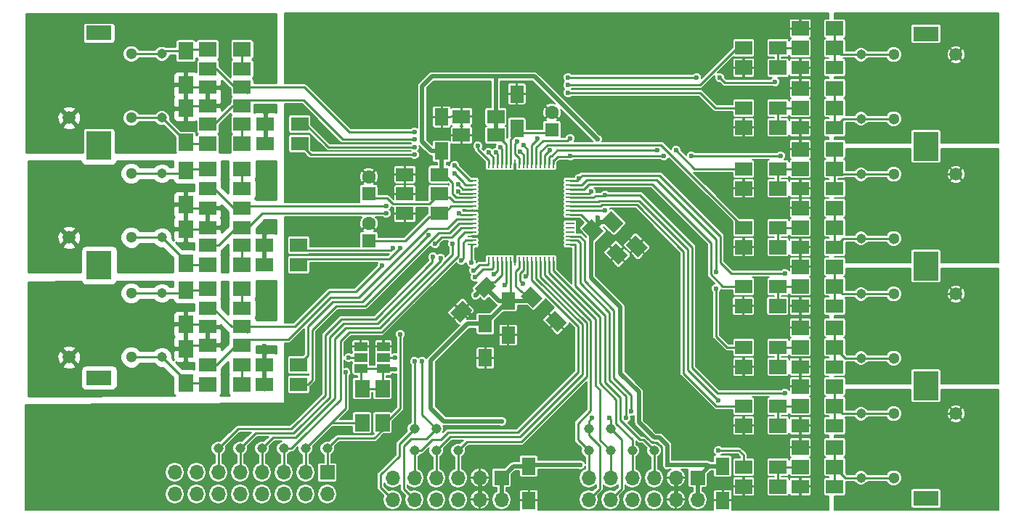
<source format=gbr>
G04 #@! TF.FileFunction,Copper,L1,Top,Signal*
%FSLAX46Y46*%
G04 Gerber Fmt 4.6, Leading zero omitted, Abs format (unit mm)*
G04 Created by KiCad (PCBNEW 4.0.7) date Tue May  8 01:50:02 2018*
%MOMM*%
%LPD*%
G01*
G04 APERTURE LIST*
%ADD10C,0.300000*%
%ADD11C,1.300000*%
%ADD12C,1.500000*%
%ADD13R,3.000000X1.700000*%
%ADD14R,2.000000X1.600000*%
%ADD15R,1.600000X1.600000*%
%ADD16C,1.600000*%
%ADD17R,1.500000X1.000000*%
%ADD18R,1.700000X1.700000*%
%ADD19O,1.700000X1.700000*%
%ADD20R,0.250000X1.000000*%
%ADD21R,1.000000X0.250000*%
%ADD22C,1.143000*%
%ADD23R,2.000000X1.700000*%
%ADD24R,1.700000X2.000000*%
%ADD25R,1.600000X2.000000*%
%ADD26C,0.600000*%
%ADD27C,0.250000*%
%ADD28C,0.500000*%
%ADD29C,0.200000*%
%ADD30C,0.254000*%
G04 APERTURE END LIST*
D10*
D11*
X116840000Y-109100000D03*
X116840000Y-101600000D03*
D12*
X109590000Y-109100000D03*
D13*
X113090000Y-99200000D03*
X113090000Y-111500000D03*
D14*
X159353000Y-94996000D03*
X155353000Y-94996000D03*
D10*
G36*
X169397994Y-108045365D02*
X170529365Y-106913994D01*
X171943578Y-108328207D01*
X170812207Y-109459578D01*
X169397994Y-108045365D01*
X169397994Y-108045365D01*
G37*
G36*
X172226422Y-110873793D02*
X173357793Y-109742422D01*
X174772006Y-111156635D01*
X173640635Y-112288006D01*
X172226422Y-110873793D01*
X172226422Y-110873793D01*
G37*
D15*
X165862000Y-96520000D03*
D16*
X165862000Y-94520000D03*
D15*
X144526000Y-109474000D03*
D16*
X144526000Y-107474000D03*
D15*
X144526000Y-104013000D03*
D16*
X144526000Y-102013000D03*
D17*
X146253200Y-121813800D03*
X146253200Y-123113800D03*
X146253200Y-124413800D03*
X143611600Y-121813800D03*
X143611600Y-123113800D03*
X143611600Y-124413800D03*
D18*
X139700000Y-136525000D03*
D19*
X139700000Y-139065000D03*
X137160000Y-136525000D03*
X137160000Y-139065000D03*
X134620000Y-136525000D03*
X134620000Y-139065000D03*
X132080000Y-136525000D03*
X132080000Y-139065000D03*
X129540000Y-136525000D03*
X129540000Y-139065000D03*
X127000000Y-136525000D03*
X127000000Y-139065000D03*
X124460000Y-136525000D03*
X124460000Y-139065000D03*
X121920000Y-136525000D03*
X121920000Y-139065000D03*
D20*
X158550000Y-111900000D03*
X159050000Y-111900000D03*
X159550000Y-111900000D03*
X160050000Y-111900000D03*
X160550000Y-111900000D03*
X161050000Y-111900000D03*
X161550000Y-111900000D03*
X162050000Y-111900000D03*
X162550000Y-111900000D03*
X163050000Y-111900000D03*
X163550000Y-111900000D03*
X164050000Y-111900000D03*
X164550000Y-111900000D03*
X165050000Y-111900000D03*
X165550000Y-111900000D03*
X166050000Y-111900000D03*
D21*
X168000000Y-109950000D03*
X168000000Y-109450000D03*
X168000000Y-108950000D03*
X168000000Y-108450000D03*
X168000000Y-107950000D03*
X168000000Y-107450000D03*
X168000000Y-106950000D03*
X168000000Y-106450000D03*
X168000000Y-105950000D03*
X168000000Y-105450000D03*
X168000000Y-104950000D03*
X168000000Y-104450000D03*
X168000000Y-103950000D03*
X168000000Y-103450000D03*
X168000000Y-102950000D03*
X168000000Y-102450000D03*
D20*
X166050000Y-100500000D03*
X165550000Y-100500000D03*
X165050000Y-100500000D03*
X164550000Y-100500000D03*
X164050000Y-100500000D03*
X163550000Y-100500000D03*
X163050000Y-100500000D03*
X162550000Y-100500000D03*
X162050000Y-100500000D03*
X161550000Y-100500000D03*
X161050000Y-100500000D03*
X160550000Y-100500000D03*
X160050000Y-100500000D03*
X159550000Y-100500000D03*
X159050000Y-100500000D03*
X158550000Y-100500000D03*
D21*
X156600000Y-102450000D03*
X156600000Y-102950000D03*
X156600000Y-103450000D03*
X156600000Y-103950000D03*
X156600000Y-104450000D03*
X156600000Y-104950000D03*
X156600000Y-105450000D03*
X156600000Y-105950000D03*
X156600000Y-106450000D03*
X156600000Y-106950000D03*
X156600000Y-107450000D03*
X156600000Y-107950000D03*
X156600000Y-108450000D03*
X156600000Y-108950000D03*
X156600000Y-109450000D03*
X156600000Y-109950000D03*
D22*
X201930000Y-95250000D03*
X201930000Y-109220000D03*
X201930000Y-123190000D03*
X201930000Y-137159996D03*
X201930000Y-87757000D03*
X201930000Y-101727000D03*
X201930000Y-115697000D03*
X201930000Y-129667000D03*
X127000000Y-133731000D03*
X129540000Y-133731000D03*
X132080000Y-133731000D03*
X134620000Y-133731000D03*
X137160000Y-133731000D03*
X139700000Y-133731000D03*
X149860000Y-131445000D03*
X152400000Y-131445000D03*
X170180000Y-131445000D03*
X172720000Y-131445000D03*
X170180000Y-133985000D03*
X172720000Y-133985000D03*
X175260000Y-133985000D03*
X177800000Y-133985000D03*
X149860000Y-133985000D03*
X152400000Y-133985000D03*
X154940000Y-133985000D03*
X120396000Y-123063000D03*
X120396000Y-109093000D03*
X120396000Y-95123000D03*
X120396000Y-115570000D03*
X120396000Y-101600000D03*
X120396000Y-87630000D03*
D23*
X198850000Y-91694000D03*
X194850000Y-91694000D03*
X198850000Y-84709000D03*
X194850000Y-84709000D03*
X198850000Y-105664000D03*
X194850000Y-105664000D03*
X198850000Y-98806000D03*
X194850000Y-98806000D03*
X198850000Y-119634000D03*
X194850000Y-119634000D03*
X198850000Y-112522000D03*
X194850000Y-112522000D03*
X198850000Y-133604000D03*
X194850000Y-133604000D03*
X198850000Y-126492000D03*
X194850000Y-126492000D03*
X198850000Y-93980000D03*
X194850000Y-93980000D03*
X198850000Y-86995000D03*
X194850000Y-86995000D03*
X198850000Y-107950000D03*
X194850000Y-107950000D03*
X198850000Y-101092000D03*
X194850000Y-101092000D03*
X198850000Y-121920000D03*
X194850000Y-121920000D03*
X198850000Y-114808000D03*
X194850000Y-114808000D03*
X198850000Y-135890000D03*
X194850000Y-135890000D03*
X198850000Y-128778000D03*
X194850000Y-128778000D03*
X192246000Y-96266000D03*
X188246000Y-96266000D03*
X192246000Y-89281000D03*
X188246000Y-89281000D03*
X192246000Y-110236000D03*
X188246000Y-110236000D03*
X192246000Y-103378000D03*
X188246000Y-103378000D03*
X192246000Y-124206000D03*
X188246000Y-124206000D03*
X192214000Y-117094000D03*
X188214000Y-117094000D03*
X192246000Y-138176000D03*
X188246000Y-138176000D03*
X192246000Y-131064000D03*
X188246000Y-131064000D03*
X125762000Y-115062000D03*
X129762000Y-115062000D03*
X125762000Y-126238000D03*
X129762000Y-126238000D03*
X125762000Y-101092000D03*
X129762000Y-101092000D03*
X125762000Y-112268000D03*
X129762000Y-112268000D03*
X125762000Y-87122000D03*
X129762000Y-87122000D03*
X125762000Y-98171000D03*
X129762000Y-98171000D03*
D24*
X123190000Y-119221000D03*
X123190000Y-115221000D03*
X123190000Y-122079000D03*
X123190000Y-126079000D03*
X123190000Y-105251000D03*
X123190000Y-101251000D03*
X123190000Y-108109000D03*
X123190000Y-112109000D03*
X123190000Y-91281000D03*
X123190000Y-87281000D03*
X123190000Y-94012000D03*
X123190000Y-98012000D03*
X143764000Y-130727200D03*
X143764000Y-126727200D03*
X146126200Y-130727200D03*
X146126200Y-126727200D03*
D11*
X205740000Y-101720000D03*
X205740000Y-109220000D03*
D12*
X212990000Y-101720000D03*
D13*
X209490000Y-111620000D03*
X209490000Y-99320000D03*
D11*
X205740000Y-115690000D03*
X205740000Y-123190000D03*
D12*
X212990000Y-115690000D03*
D13*
X209490000Y-125590000D03*
X209490000Y-113290000D03*
D11*
X205740000Y-129660000D03*
X205740000Y-137160000D03*
D12*
X212990000Y-129660000D03*
D13*
X209490000Y-139560000D03*
X209490000Y-127260000D03*
D18*
X160020000Y-137160000D03*
D19*
X160020000Y-139700000D03*
X157480000Y-137160000D03*
X157480000Y-139700000D03*
X154940000Y-137160000D03*
X154940000Y-139700000D03*
X152400000Y-137160000D03*
X152400000Y-139700000D03*
X149860000Y-137160000D03*
X149860000Y-139700000D03*
X147320000Y-137160000D03*
X147320000Y-139700000D03*
D18*
X182880000Y-137160000D03*
D19*
X182880000Y-139700000D03*
X180340000Y-137160000D03*
X180340000Y-139700000D03*
X177800000Y-137160000D03*
X177800000Y-139700000D03*
X175260000Y-137160000D03*
X175260000Y-139700000D03*
X172720000Y-137160000D03*
X172720000Y-139700000D03*
X170180000Y-137160000D03*
X170180000Y-139700000D03*
D11*
X116840000Y-123070000D03*
X116840000Y-115570000D03*
D12*
X109590000Y-123070000D03*
D13*
X113090000Y-113170000D03*
X113090000Y-125470000D03*
D11*
X116840000Y-95130000D03*
X116840000Y-87630000D03*
D12*
X109590000Y-95130000D03*
D13*
X113090000Y-85230000D03*
X113090000Y-97530000D03*
D14*
X198850000Y-96266000D03*
X194850000Y-96266000D03*
X198850000Y-89281000D03*
X194850000Y-89281000D03*
X198850000Y-110236000D03*
X194850000Y-110236000D03*
X198850000Y-103378000D03*
X194850000Y-103378000D03*
X198850000Y-124206000D03*
X194850000Y-124206000D03*
X198850000Y-117094000D03*
X194850000Y-117094000D03*
X198850000Y-138176000D03*
X194850000Y-138176000D03*
X198850000Y-131064000D03*
X194850000Y-131064000D03*
X188246000Y-93980000D03*
X192246000Y-93980000D03*
X188246000Y-86995000D03*
X192246000Y-86995000D03*
X188246000Y-107950000D03*
X192246000Y-107950000D03*
X188246000Y-101092000D03*
X192246000Y-101092000D03*
X188246000Y-121920000D03*
X192246000Y-121920000D03*
X188246000Y-114808000D03*
X192246000Y-114808000D03*
X188246000Y-135890000D03*
X192246000Y-135890000D03*
X188246000Y-128778000D03*
X192246000Y-128778000D03*
X132366000Y-126238000D03*
X136366000Y-126238000D03*
X132366000Y-123952000D03*
X136366000Y-123952000D03*
X132366000Y-112268000D03*
X136366000Y-112268000D03*
X132366000Y-109982000D03*
X136366000Y-109982000D03*
X132493000Y-95885000D03*
X136493000Y-95885000D03*
X132493000Y-98171000D03*
X136493000Y-98171000D03*
X129762000Y-119507000D03*
X125762000Y-119507000D03*
X129762000Y-121666000D03*
X125762000Y-121666000D03*
X129762000Y-105664000D03*
X125762000Y-105664000D03*
X129762000Y-107950000D03*
X125762000Y-107950000D03*
X129762000Y-91567000D03*
X125762000Y-91567000D03*
X129762000Y-93726000D03*
X125762000Y-93726000D03*
X129762000Y-117348000D03*
X125762000Y-117348000D03*
X129762000Y-123952000D03*
X125762000Y-123952000D03*
X129762000Y-103378000D03*
X125762000Y-103378000D03*
X129762000Y-109982000D03*
X125762000Y-109982000D03*
X129762000Y-89408000D03*
X125762000Y-89408000D03*
X129762000Y-95885000D03*
X125762000Y-95885000D03*
D10*
G36*
X162285994Y-115919365D02*
X163417365Y-114787994D01*
X164831578Y-116202207D01*
X163700207Y-117333578D01*
X162285994Y-115919365D01*
X162285994Y-115919365D01*
G37*
G36*
X165114422Y-118747793D02*
X166245793Y-117616422D01*
X167660006Y-119030635D01*
X166528635Y-120162006D01*
X165114422Y-118747793D01*
X165114422Y-118747793D01*
G37*
D14*
X159353000Y-97155000D03*
X155353000Y-97155000D03*
D25*
X153035000Y-99028000D03*
X153035000Y-95028000D03*
D14*
X152749000Y-101750000D03*
X148749000Y-101750000D03*
D25*
X163195000Y-135795000D03*
X163195000Y-139795000D03*
X185801000Y-135795000D03*
X185801000Y-139795000D03*
X158115000Y-119158000D03*
X158115000Y-123158000D03*
D10*
G36*
X171683994Y-107156365D02*
X172815365Y-106024994D01*
X174229578Y-107439207D01*
X173098207Y-108570578D01*
X171683994Y-107156365D01*
X171683994Y-107156365D01*
G37*
G36*
X174512422Y-109984793D02*
X175643793Y-108853422D01*
X177058006Y-110267635D01*
X175926635Y-111399006D01*
X174512422Y-109984793D01*
X174512422Y-109984793D01*
G37*
D25*
X160782000Y-116491000D03*
X160782000Y-120491000D03*
X161798000Y-96361000D03*
X161798000Y-92361000D03*
D10*
G36*
X158273635Y-113644994D02*
X159405006Y-114776365D01*
X157990793Y-116190578D01*
X156859422Y-115059207D01*
X158273635Y-113644994D01*
X158273635Y-113644994D01*
G37*
G36*
X155445207Y-116473422D02*
X156576578Y-117604793D01*
X155162365Y-119019006D01*
X154030994Y-117887635D01*
X155445207Y-116473422D01*
X155445207Y-116473422D01*
G37*
D14*
X152749000Y-106299000D03*
X148749000Y-106299000D03*
X152749000Y-104013000D03*
X148749000Y-104013000D03*
D11*
X205740000Y-87750000D03*
X205740000Y-95250000D03*
D12*
X212990000Y-87750000D03*
D13*
X209490000Y-97650000D03*
X209490000Y-85350000D03*
D26*
X171196000Y-97663000D03*
X171196000Y-106807000D03*
X179324000Y-135636000D03*
X169164000Y-135636000D03*
X160020000Y-130556000D03*
X156972000Y-115824000D03*
X147574000Y-124460000D03*
X161544000Y-102870000D03*
X159131000Y-106045000D03*
X161544000Y-109474000D03*
X164846000Y-109982000D03*
X159131000Y-109093000D03*
X165862000Y-106934000D03*
X177165000Y-103632000D03*
X179959000Y-111125000D03*
X185801000Y-126492000D03*
X183642000Y-114300000D03*
X171577000Y-113284000D03*
X183261000Y-109982000D03*
X183388000Y-123952000D03*
X180086000Y-125476000D03*
X175006000Y-106172000D03*
X177419000Y-130810000D03*
X180340000Y-133604000D03*
X177165000Y-128905000D03*
X175006000Y-124587000D03*
X175006000Y-122555000D03*
X175006000Y-116840000D03*
X160782000Y-122936000D03*
X157480000Y-134112000D03*
X158115000Y-125476000D03*
X164846000Y-120269000D03*
X167640000Y-112141000D03*
X173101000Y-114935000D03*
X175006000Y-119761000D03*
X177165000Y-126746000D03*
X127000000Y-131953000D03*
X130429000Y-130683000D03*
X135255000Y-130556000D03*
X136652000Y-129159000D03*
X132969000Y-130683000D03*
X128270000Y-130683000D03*
X123952000Y-131953000D03*
X146431000Y-116332000D03*
X143129000Y-117856000D03*
X140081000Y-118872000D03*
X138684000Y-122047000D03*
X138303000Y-127762000D03*
X138684000Y-125857000D03*
X138684000Y-123952000D03*
X138684000Y-120269000D03*
X141097000Y-117856000D03*
X144907000Y-117856000D03*
X147955000Y-114808000D03*
X149352000Y-113411000D03*
X151003000Y-111760000D03*
X156591000Y-118364000D03*
X136652000Y-102362000D03*
X136652000Y-115697000D03*
X144653000Y-134112000D03*
X136652000Y-107442000D03*
X136652000Y-89154000D03*
X123952000Y-134112000D03*
X149860000Y-97663000D03*
X159385000Y-99187000D03*
X157226000Y-98425000D03*
X149860000Y-96774000D03*
X154559000Y-101600000D03*
X146558000Y-106299000D03*
X146558000Y-105410000D03*
X154940000Y-103759000D03*
X152273000Y-109855000D03*
X146050000Y-112395000D03*
X128016000Y-89281000D03*
X128016000Y-96647000D03*
X132334000Y-89281000D03*
X132334000Y-93980000D03*
X132334000Y-103251000D03*
X127889000Y-103251000D03*
X132207000Y-108331000D03*
X127889000Y-111252000D03*
X127762000Y-116840000D03*
X127762000Y-125222000D03*
X132334000Y-116840000D03*
X132334000Y-121793000D03*
X149860000Y-99441000D03*
X159893000Y-98552000D03*
X149860000Y-98552000D03*
X158496000Y-99187000D03*
X154559000Y-100711000D03*
X147320000Y-110363000D03*
X148209000Y-110363000D03*
X154940000Y-102870000D03*
X151511000Y-108839000D03*
X155067000Y-106299000D03*
X185293000Y-128143000D03*
X185293000Y-133985000D03*
X185039000Y-115062000D03*
X185039000Y-113157000D03*
X180340000Y-98933000D03*
X178181000Y-98933000D03*
X167767000Y-91313000D03*
X162560000Y-98298000D03*
X167767000Y-92202000D03*
X162179000Y-99060000D03*
X170561000Y-130175000D03*
X175133000Y-129413000D03*
X172593000Y-130175000D03*
X174498000Y-130175000D03*
X149860000Y-123571000D03*
X160350200Y-114630200D03*
X150749000Y-123571000D03*
X162496500Y-114490500D03*
X148209000Y-120396000D03*
X156464000Y-112014000D03*
X155321000Y-111760000D03*
X141859000Y-124841000D03*
X165608000Y-98933000D03*
X154305000Y-109855000D03*
X152908000Y-111506000D03*
X159131000Y-113411000D03*
X152019000Y-111379000D03*
X162814000Y-113665000D03*
X193040000Y-127254000D03*
X200660000Y-127254000D03*
X172085000Y-104140000D03*
X172085000Y-105918000D03*
X200660000Y-113284000D03*
X193040000Y-113284000D03*
X170434000Y-103759000D03*
X169037000Y-102235000D03*
X192532000Y-99568000D03*
X200787000Y-99568000D03*
X182118000Y-99568000D03*
X178943000Y-99568000D03*
X168021000Y-99568000D03*
X168021000Y-97536000D03*
X182753000Y-90424000D03*
X167767000Y-90424000D03*
X201041000Y-90932000D03*
X191897000Y-90932000D03*
X185420000Y-90424000D03*
X164211000Y-97536000D03*
X161798000Y-97917000D03*
X156768800Y-112953800D03*
X142189200Y-123113800D03*
X156946600Y-113741200D03*
X147574000Y-123113800D03*
D27*
X147320000Y-105156000D02*
X146685000Y-104521000D01*
X151606000Y-105156000D02*
X147320000Y-105156000D01*
X152749000Y-104013000D02*
X151606000Y-105156000D01*
X146685000Y-104521000D02*
X145034000Y-104521000D01*
X145034000Y-104521000D02*
X144526000Y-104013000D01*
X152749000Y-104394000D02*
X153924000Y-104394000D01*
X154480000Y-104950000D02*
X156600000Y-104950000D01*
X153924000Y-104394000D02*
X154480000Y-104950000D01*
X144526000Y-109474000D02*
X148812000Y-109474000D01*
X148812000Y-109474000D02*
X151606000Y-106680000D01*
X151606000Y-106680000D02*
X152908000Y-106680000D01*
X152908000Y-106680000D02*
X154138000Y-105450000D01*
X154138000Y-105450000D02*
X156600000Y-105450000D01*
D28*
X159512000Y-90297000D02*
X151892000Y-90297000D01*
X151860000Y-99028000D02*
X153035000Y-99028000D01*
X150749000Y-97917000D02*
X151860000Y-99028000D01*
X150749000Y-91440000D02*
X150749000Y-97917000D01*
X151892000Y-90297000D02*
X150749000Y-91440000D01*
X171196000Y-107661572D02*
X171196000Y-106807000D01*
X159353000Y-90456000D02*
X159353000Y-94996000D01*
X159512000Y-90297000D02*
X159353000Y-90456000D01*
X163830000Y-90297000D02*
X159512000Y-90297000D01*
X171196000Y-97663000D02*
X163830000Y-90297000D01*
X170670786Y-108186786D02*
X171196000Y-107661572D01*
X158115000Y-119158000D02*
X160782000Y-116491000D01*
X160782000Y-116491000D02*
X163128572Y-116491000D01*
X163128572Y-116491000D02*
X163558786Y-116060786D01*
X158132214Y-114917786D02*
X159705428Y-116491000D01*
X159705428Y-116491000D02*
X160782000Y-116491000D01*
X179324000Y-135636000D02*
X179324000Y-133350000D01*
X170434000Y-113792000D02*
X170434000Y-108423572D01*
X173863000Y-117221000D02*
X170434000Y-113792000D01*
X173863000Y-124968000D02*
X173863000Y-117221000D01*
X176022000Y-127127000D02*
X173863000Y-124968000D01*
X176022000Y-130683000D02*
X176022000Y-127127000D01*
X177800000Y-132461000D02*
X176022000Y-130683000D01*
X178435000Y-132461000D02*
X177800000Y-132461000D01*
X179324000Y-133350000D02*
X178435000Y-132461000D01*
X170434000Y-108423572D02*
X170670786Y-108186786D01*
X170670786Y-108186786D02*
X171559786Y-107297786D01*
X171559786Y-107297786D02*
X172956786Y-107297786D01*
D27*
X169283000Y-106450000D02*
X170180000Y-107347000D01*
X168000000Y-106450000D02*
X169283000Y-106450000D01*
D28*
X163195000Y-135795000D02*
X163354000Y-135636000D01*
X163354000Y-135636000D02*
X169164000Y-135636000D01*
X184023000Y-135636000D02*
X184213500Y-135826500D01*
X179324000Y-135636000D02*
X184023000Y-135636000D01*
X156051000Y-119158000D02*
X158115000Y-119158000D01*
X155448000Y-119761000D02*
X156051000Y-119158000D01*
X155448000Y-119761000D02*
X155448000Y-119761000D01*
X151765000Y-123444000D02*
X155448000Y-119761000D01*
X151765000Y-129032000D02*
X151765000Y-123444000D01*
X153289000Y-130556000D02*
X151765000Y-129032000D01*
X160020000Y-130556000D02*
X153289000Y-130556000D01*
D27*
X152749000Y-101750000D02*
X153035000Y-101464000D01*
D28*
X153035000Y-101464000D02*
X153035000Y-99028000D01*
X159353000Y-97536000D02*
X159353000Y-95377000D01*
X182880000Y-137160000D02*
X184213500Y-135826500D01*
X184213500Y-135826500D02*
X184245000Y-135795000D01*
X184245000Y-135795000D02*
X185801000Y-135795000D01*
X182880000Y-137160000D02*
X182880000Y-139700000D01*
X160020000Y-137160000D02*
X161385000Y-135795000D01*
X161385000Y-135795000D02*
X163195000Y-135795000D01*
X160020000Y-137160000D02*
X160020000Y-139700000D01*
X156972000Y-115824000D02*
X157878214Y-114917786D01*
X157878214Y-114917786D02*
X158132214Y-114917786D01*
X147574000Y-124460000D02*
X146299400Y-124460000D01*
X146299400Y-124460000D02*
X146253200Y-124413800D01*
D27*
X163128572Y-116491000D02*
X163558786Y-116060786D01*
X159705428Y-116491000D02*
X160782000Y-116491000D01*
X143764000Y-126727200D02*
X143611600Y-126574800D01*
X143611600Y-126574800D02*
X143611600Y-124413800D01*
X146126200Y-126727200D02*
X143764000Y-126727200D01*
X146253200Y-124413800D02*
X146126200Y-124540800D01*
X146126200Y-124540800D02*
X146126200Y-126727200D01*
X143611600Y-124413800D02*
X146253200Y-124413800D01*
X152749000Y-101750000D02*
X152749000Y-101187000D01*
X152749000Y-101187000D02*
X154305000Y-102743000D01*
X154305000Y-102743000D02*
X154305000Y-104013000D01*
X154305000Y-104013000D02*
X154742000Y-104450000D01*
X154742000Y-104450000D02*
X156600000Y-104450000D01*
X163939786Y-115933786D02*
X162941000Y-115951000D01*
X162941000Y-115951000D02*
X161671000Y-114808000D01*
X161671000Y-114808000D02*
X161671000Y-113030000D01*
X161671000Y-113030000D02*
X162050000Y-112651000D01*
X162050000Y-112651000D02*
X162050000Y-111900000D01*
X161036000Y-116364000D02*
X161036000Y-111914000D01*
X161036000Y-111914000D02*
X161050000Y-111900000D01*
X158337000Y-114300000D02*
X159223800Y-114300000D01*
X159223800Y-114300000D02*
X160050000Y-113473800D01*
X160050000Y-113473800D02*
X160050000Y-111900000D01*
X160550000Y-100500000D02*
X160550000Y-98226000D01*
X160550000Y-98226000D02*
X159480000Y-97156000D01*
D28*
X155303786Y-117746214D02*
X155973214Y-117746214D01*
X155973214Y-117746214D02*
X156591000Y-118364000D01*
D27*
X156600000Y-105950000D02*
X157766000Y-105950000D01*
X161550000Y-111900000D02*
X161550000Y-110750000D01*
X168000000Y-106950000D02*
X166894000Y-106950000D01*
X161550000Y-100500000D02*
X161550000Y-101848000D01*
X156623000Y-108966000D02*
X157861000Y-108966000D01*
X156600000Y-108950000D02*
X156607000Y-108950000D01*
X156607000Y-108950000D02*
X156623000Y-108966000D01*
D28*
X180340000Y-137160000D02*
X180340000Y-139700000D01*
X157480000Y-137160000D02*
X157480000Y-139700000D01*
D27*
X145943800Y-121813800D02*
X146253200Y-121813800D01*
X143611600Y-121813800D02*
X144124200Y-121813800D01*
X180340000Y-139700000D02*
X180340000Y-140335000D01*
X180340000Y-140208000D02*
X180340000Y-139700000D01*
X161798000Y-96869000D02*
X165513000Y-96869000D01*
X165513000Y-96869000D02*
X165862000Y-96520000D01*
X161050000Y-100500000D02*
X161050000Y-97617000D01*
X161050000Y-97617000D02*
X161798000Y-96869000D01*
X129762000Y-95885000D02*
X129762000Y-98171000D01*
X149860000Y-97663000D02*
X141478000Y-97663000D01*
X130397000Y-93091000D02*
X136906000Y-93091000D01*
X141478000Y-97663000D02*
X136906000Y-93091000D01*
X159550000Y-99352000D02*
X159550000Y-100500000D01*
X159550000Y-99352000D02*
X159385000Y-99187000D01*
X130397000Y-93091000D02*
X129762000Y-93726000D01*
X129762000Y-93726000D02*
X130397000Y-93091000D01*
X125762000Y-95885000D02*
X126492000Y-95885000D01*
X126492000Y-95885000D02*
X128651000Y-93726000D01*
X128651000Y-93726000D02*
X129762000Y-93726000D01*
X129762000Y-87122000D02*
X129762000Y-89408000D01*
X158550000Y-100130000D02*
X157226000Y-98806000D01*
X157226000Y-98806000D02*
X157226000Y-98425000D01*
X137033000Y-91567000D02*
X129762000Y-91567000D01*
X142240000Y-96774000D02*
X137033000Y-91567000D01*
X149860000Y-96774000D02*
X142240000Y-96774000D01*
X158550000Y-100500000D02*
X158550000Y-100130000D01*
X129762000Y-91567000D02*
X130397000Y-92202000D01*
X125762000Y-89408000D02*
X126746000Y-89408000D01*
X126746000Y-89408000D02*
X128905000Y-91567000D01*
X128905000Y-91567000D02*
X129762000Y-91567000D01*
X129762000Y-112268000D02*
X129762000Y-109982000D01*
X155575000Y-102616000D02*
X154559000Y-101600000D01*
X146558000Y-106299000D02*
X132080000Y-106299000D01*
X156600000Y-102950000D02*
X155782000Y-102950000D01*
X155575000Y-102743000D02*
X155575000Y-102616000D01*
X155782000Y-102950000D02*
X155575000Y-102743000D01*
X132080000Y-106299000D02*
X130429000Y-107950000D01*
X130429000Y-107950000D02*
X129762000Y-107950000D01*
X129762000Y-107950000D02*
X130397000Y-107315000D01*
X125762000Y-109982000D02*
X127000000Y-109982000D01*
X127000000Y-109982000D02*
X129032000Y-107950000D01*
X129032000Y-107950000D02*
X129762000Y-107950000D01*
X129762000Y-101092000D02*
X129762000Y-103378000D01*
X146558000Y-105410000D02*
X130016000Y-105410000D01*
X130016000Y-105410000D02*
X129762000Y-105664000D01*
X130143000Y-106045000D02*
X129762000Y-105664000D01*
X156600000Y-103950000D02*
X155131000Y-103950000D01*
X155131000Y-103950000D02*
X154940000Y-103759000D01*
X125762000Y-103378000D02*
X126492000Y-103378000D01*
X126492000Y-103378000D02*
X128778000Y-105664000D01*
X128778000Y-105664000D02*
X129762000Y-105664000D01*
X129762000Y-105664000D02*
X130397000Y-106299000D01*
X129762000Y-123952000D02*
X129762000Y-126238000D01*
X151384000Y-108077000D02*
X153670000Y-108077000D01*
X130397000Y-121031000D02*
X135128000Y-121031000D01*
X143383000Y-116078000D02*
X151384000Y-108077000D01*
X140081000Y-116078000D02*
X143383000Y-116078000D01*
X135128000Y-121031000D02*
X140081000Y-116078000D01*
X154797000Y-106950000D02*
X156600000Y-106950000D01*
X153670000Y-108077000D02*
X154797000Y-106950000D01*
X129762000Y-121666000D02*
X130397000Y-121031000D01*
X125762000Y-123952000D02*
X126746000Y-123952000D01*
X126746000Y-123952000D02*
X129032000Y-121666000D01*
X129032000Y-121666000D02*
X129762000Y-121666000D01*
X129762000Y-115062000D02*
X129762000Y-117348000D01*
X155321000Y-107950000D02*
X154178000Y-109093000D01*
X129762000Y-119507000D02*
X135890000Y-119507000D01*
X135890000Y-119507000D02*
X139954000Y-115443000D01*
X139954000Y-115443000D02*
X143002000Y-115443000D01*
X143002000Y-115443000D02*
X146050000Y-112395000D01*
X155321000Y-107950000D02*
X156600000Y-107950000D01*
X153035000Y-109093000D02*
X152273000Y-109855000D01*
X154178000Y-109093000D02*
X153035000Y-109093000D01*
X129762000Y-119507000D02*
X130397000Y-120142000D01*
X125762000Y-117348000D02*
X126365000Y-117348000D01*
X126365000Y-117348000D02*
X128524000Y-119507000D01*
X128524000Y-119507000D02*
X129762000Y-119507000D01*
X125762000Y-91567000D02*
X125762000Y-93726000D01*
X123190000Y-91281000D02*
X123190000Y-94012000D01*
X123190000Y-91281000D02*
X123476000Y-91567000D01*
X123476000Y-91567000D02*
X125762000Y-91567000D01*
X123190000Y-94012000D02*
X123476000Y-93726000D01*
X123476000Y-93726000D02*
X125762000Y-93726000D01*
X125762000Y-105664000D02*
X125762000Y-107950000D01*
X123190000Y-108109000D02*
X123190000Y-105251000D01*
X123190000Y-105251000D02*
X123603000Y-105664000D01*
X123603000Y-105664000D02*
X125762000Y-105664000D01*
X123190000Y-108109000D02*
X125603000Y-108109000D01*
X125603000Y-108109000D02*
X125762000Y-107950000D01*
X127762000Y-125222000D02*
X127762000Y-125349000D01*
X125762000Y-121666000D02*
X123603000Y-121666000D01*
X123603000Y-121666000D02*
X123190000Y-122079000D01*
X125762000Y-119507000D02*
X125762000Y-121666000D01*
X123190000Y-119221000D02*
X125476000Y-119221000D01*
X125476000Y-119221000D02*
X125762000Y-119507000D01*
X123190000Y-122079000D02*
X123190000Y-119221000D01*
X132366000Y-126238000D02*
X132366000Y-126968000D01*
X132366000Y-126238000D02*
X132366000Y-123952000D01*
X136493000Y-98171000D02*
X137763000Y-99441000D01*
X160050000Y-98709000D02*
X160050000Y-100500000D01*
X160050000Y-98709000D02*
X159893000Y-98552000D01*
X149860000Y-99441000D02*
X137763000Y-99441000D01*
X149860000Y-98552000D02*
X139827000Y-98552000D01*
X137160000Y-95885000D02*
X139827000Y-98552000D01*
X159050000Y-99741000D02*
X159050000Y-100500000D01*
X159050000Y-99741000D02*
X158496000Y-99187000D01*
X137160000Y-95885000D02*
X136493000Y-95885000D01*
X156600000Y-102450000D02*
X156298000Y-102450000D01*
X156298000Y-102450000D02*
X154559000Y-100711000D01*
X147320000Y-110363000D02*
X147066000Y-110617000D01*
X137001000Y-110617000D02*
X147066000Y-110617000D01*
X137001000Y-110617000D02*
X136366000Y-109982000D01*
X148209000Y-110363000D02*
X146939000Y-111633000D01*
X146939000Y-111633000D02*
X137001000Y-111633000D01*
X137001000Y-111633000D02*
X136366000Y-112268000D01*
X156600000Y-103450000D02*
X155520000Y-103450000D01*
X155520000Y-103450000D02*
X154940000Y-102870000D01*
X140335000Y-116586000D02*
X143764000Y-116586000D01*
X137414000Y-119507000D02*
X140335000Y-116586000D01*
X136366000Y-123952000D02*
X137414000Y-122904000D01*
X137414000Y-122904000D02*
X137414000Y-119507000D01*
X143764000Y-116586000D02*
X151511000Y-108839000D01*
X155345000Y-106450000D02*
X155067000Y-106299000D01*
X155345000Y-106450000D02*
X156600000Y-106450000D01*
X136366000Y-123952000D02*
X137033000Y-123952000D01*
X137922000Y-119888000D02*
X140716000Y-117094000D01*
X136366000Y-126238000D02*
X137414000Y-126238000D01*
X137922000Y-125730000D02*
X137922000Y-119888000D01*
X137414000Y-126238000D02*
X137922000Y-125730000D01*
X144145000Y-117094000D02*
X152654000Y-108585000D01*
X140716000Y-117094000D02*
X144145000Y-117094000D01*
X153924000Y-108585000D02*
X152654000Y-108585000D01*
X155059000Y-107450000D02*
X153924000Y-108585000D01*
X156600000Y-107450000D02*
X155059000Y-107450000D01*
X172974000Y-105283000D02*
X175768000Y-105283000D01*
X171537000Y-105450000D02*
X171704000Y-105283000D01*
X171704000Y-105283000D02*
X172974000Y-105283000D01*
X168000000Y-105450000D02*
X171537000Y-105450000D01*
X185039000Y-128778000D02*
X188246000Y-128778000D01*
X181229000Y-124968000D02*
X185039000Y-128778000D01*
X181229000Y-110744000D02*
X181229000Y-124968000D01*
X175768000Y-105283000D02*
X181229000Y-110744000D01*
X192246000Y-128778000D02*
X192246000Y-131064000D01*
X194850000Y-128778000D02*
X192246000Y-128778000D01*
X172974000Y-104832998D02*
X176079998Y-104832998D01*
X171275000Y-104950000D02*
X171392002Y-104832998D01*
X171392002Y-104832998D02*
X172974000Y-104832998D01*
X168000000Y-104950000D02*
X171275000Y-104950000D01*
X181737000Y-124587000D02*
X185293000Y-128143000D01*
X181737000Y-110490000D02*
X181737000Y-124587000D01*
X176079998Y-104832998D02*
X181737000Y-110490000D01*
X188246000Y-134525000D02*
X188246000Y-135890000D01*
X187706000Y-133985000D02*
X188246000Y-134525000D01*
X185293000Y-133985000D02*
X187706000Y-133985000D01*
X192246000Y-135890000D02*
X192246000Y-138176000D01*
X192246000Y-135890000D02*
X194850000Y-135890000D01*
X172212000Y-102870000D02*
X177546000Y-102870000D01*
X169600000Y-103450000D02*
X170180000Y-102870000D01*
X170180000Y-102870000D02*
X172212000Y-102870000D01*
X168000000Y-103450000D02*
X169600000Y-103450000D01*
X185801000Y-114808000D02*
X188246000Y-114808000D01*
X184404000Y-113411000D02*
X185801000Y-114808000D01*
X184404000Y-109728000D02*
X184404000Y-113411000D01*
X177546000Y-102870000D02*
X184404000Y-109728000D01*
X192246000Y-114808000D02*
X192246000Y-117062000D01*
X192246000Y-117062000D02*
X192214000Y-117094000D01*
X194850000Y-114808000D02*
X192246000Y-114808000D01*
X172212000Y-102362000D02*
X178054000Y-102362000D01*
X169338000Y-102950000D02*
X169926000Y-102362000D01*
X169926000Y-102362000D02*
X172212000Y-102362000D01*
X168000000Y-102950000D02*
X169338000Y-102950000D01*
X186309000Y-121920000D02*
X188246000Y-121920000D01*
X185039000Y-120650000D02*
X186309000Y-121920000D01*
X185039000Y-115062000D02*
X185039000Y-120650000D01*
X185039000Y-109347000D02*
X185039000Y-113157000D01*
X178054000Y-102362000D02*
X185039000Y-109347000D01*
X192246000Y-121920000D02*
X192246000Y-124206000D01*
X192246000Y-121920000D02*
X194850000Y-121920000D01*
X167767000Y-98933000D02*
X166497000Y-98933000D01*
X165550000Y-99753000D02*
X165735000Y-99568000D01*
X165735000Y-99568000D02*
X165862000Y-99568000D01*
X165862000Y-99568000D02*
X166497000Y-98933000D01*
X165550000Y-100500000D02*
X165550000Y-99753000D01*
X167767000Y-98933000D02*
X178181000Y-98933000D01*
X182499000Y-101092000D02*
X188246000Y-101092000D01*
X180340000Y-98933000D02*
X182499000Y-101092000D01*
X192246000Y-101092000D02*
X194850000Y-101092000D01*
X192246000Y-103378000D02*
X192246000Y-101092000D01*
X167894000Y-98298000D02*
X178594000Y-98298000D01*
X164550000Y-100500000D02*
X164550000Y-99102000D01*
X165354000Y-98298000D02*
X166624000Y-98298000D01*
X164550000Y-99102000D02*
X165354000Y-98298000D01*
X167894000Y-98298000D02*
X166624000Y-98298000D01*
X178594000Y-98298000D02*
X188246000Y-107950000D01*
X192246000Y-107950000D02*
X194850000Y-107950000D01*
X192246000Y-110236000D02*
X192246000Y-107950000D01*
X167767000Y-91313000D02*
X183134000Y-91313000D01*
X163050000Y-100500000D02*
X163050000Y-98788000D01*
X163050000Y-98788000D02*
X162560000Y-98298000D01*
X187452000Y-86995000D02*
X188246000Y-86995000D01*
X183134000Y-91313000D02*
X187452000Y-86995000D01*
X192246000Y-86995000D02*
X194850000Y-86995000D01*
X192246000Y-89281000D02*
X192246000Y-86995000D01*
X167767000Y-92202000D02*
X183134000Y-92202000D01*
X162550000Y-99431000D02*
X162179000Y-99060000D01*
X162550000Y-100500000D02*
X162550000Y-99431000D01*
X184912000Y-93980000D02*
X188246000Y-93980000D01*
X183134000Y-92202000D02*
X184912000Y-93980000D01*
X192246000Y-93980000D02*
X192246000Y-96266000D01*
X194850000Y-93980000D02*
X192246000Y-93980000D01*
X205740000Y-129660000D02*
X201937000Y-129660000D01*
X201937000Y-129660000D02*
X201930000Y-129667000D01*
X201930000Y-129667000D02*
X199739000Y-129667000D01*
X199739000Y-129667000D02*
X198850000Y-128778000D01*
X198850000Y-128778000D02*
X198850000Y-131064000D01*
X198850000Y-126492000D02*
X198850000Y-128778000D01*
X205740000Y-137160000D02*
X205739996Y-137159996D01*
X205739996Y-137159996D02*
X201930000Y-137159996D01*
X198850000Y-135890000D02*
X200119996Y-137159996D01*
X200119996Y-137159996D02*
X201930000Y-137159996D01*
X198850000Y-135890000D02*
X198850000Y-133604000D01*
X198850000Y-135890000D02*
X198850000Y-138176000D01*
X198850000Y-114808000D02*
X198850000Y-112522000D01*
X198850000Y-117094000D02*
X198850000Y-114808000D01*
X201930000Y-115697000D02*
X199739000Y-115697000D01*
X199739000Y-115697000D02*
X198850000Y-114808000D01*
X205740000Y-115690000D02*
X205733000Y-115697000D01*
X205733000Y-115697000D02*
X201930000Y-115697000D01*
X201930000Y-123190000D02*
X200120000Y-123190000D01*
X200120000Y-123190000D02*
X198850000Y-121920000D01*
X201930000Y-123190000D02*
X205740000Y-123190000D01*
X198850000Y-121920000D02*
X198850000Y-124206000D01*
X198850000Y-121920000D02*
X198850000Y-119634000D01*
X205740000Y-101720000D02*
X201937000Y-101720000D01*
X201937000Y-101720000D02*
X201930000Y-101727000D01*
X201930000Y-101727000D02*
X199485000Y-101727000D01*
X199485000Y-101727000D02*
X198850000Y-101092000D01*
X198850000Y-101092000D02*
X198850000Y-103378000D01*
X198850000Y-98806000D02*
X198850000Y-101092000D01*
X205740000Y-109220000D02*
X201930000Y-109220000D01*
X198850000Y-110236000D02*
X199866000Y-109220000D01*
X199866000Y-109220000D02*
X201930000Y-109220000D01*
X198850000Y-107950000D02*
X198850000Y-110236000D01*
X198850000Y-105664000D02*
X198850000Y-107950000D01*
X198850000Y-86995000D02*
X198850000Y-84709000D01*
X198850000Y-89281000D02*
X198850000Y-86995000D01*
X201930000Y-87757000D02*
X199612000Y-87757000D01*
X199612000Y-87757000D02*
X198850000Y-86995000D01*
X205740000Y-87750000D02*
X201937000Y-87750000D01*
X201937000Y-87750000D02*
X201930000Y-87757000D01*
X201930000Y-95250000D02*
X205740000Y-95250000D01*
X198850000Y-96266000D02*
X199866000Y-95250000D01*
X199866000Y-95250000D02*
X201930000Y-95250000D01*
X198850000Y-93980000D02*
X198850000Y-96266000D01*
X198850000Y-91694000D02*
X198850000Y-93980000D01*
X123190000Y-98012000D02*
X123349000Y-98171000D01*
X123349000Y-98171000D02*
X125762000Y-98171000D01*
X120396000Y-95123000D02*
X123190000Y-97917000D01*
X123190000Y-97917000D02*
X123190000Y-98012000D01*
X116840000Y-95130000D02*
X116847000Y-95123000D01*
X116847000Y-95123000D02*
X120396000Y-95123000D01*
X123190000Y-87281000D02*
X123349000Y-87122000D01*
X123349000Y-87122000D02*
X125762000Y-87122000D01*
X120396000Y-87630000D02*
X120745000Y-87281000D01*
X120745000Y-87281000D02*
X123190000Y-87281000D01*
X116840000Y-87630000D02*
X120396000Y-87630000D01*
X123190000Y-112109000D02*
X123349000Y-112268000D01*
X123349000Y-112268000D02*
X125762000Y-112268000D01*
X120396000Y-109093000D02*
X123190000Y-111887000D01*
X123190000Y-111887000D02*
X123190000Y-112109000D01*
X116840000Y-109100000D02*
X116847000Y-109093000D01*
X116847000Y-109093000D02*
X120396000Y-109093000D01*
X123190000Y-101251000D02*
X123349000Y-101092000D01*
X123349000Y-101092000D02*
X125762000Y-101092000D01*
X116840000Y-101600000D02*
X120396000Y-101600000D01*
X120396000Y-101600000D02*
X122841000Y-101600000D01*
X122841000Y-101600000D02*
X123190000Y-101251000D01*
X123190000Y-126079000D02*
X125603000Y-126079000D01*
X125603000Y-126079000D02*
X125762000Y-126238000D01*
X116840000Y-123070000D02*
X120389000Y-123070000D01*
X120389000Y-123070000D02*
X123190000Y-125871000D01*
X123190000Y-125871000D02*
X123190000Y-126079000D01*
X123190000Y-115221000D02*
X125603000Y-115221000D01*
X125603000Y-115221000D02*
X125762000Y-115062000D01*
X120396000Y-115570000D02*
X122841000Y-115570000D01*
X122841000Y-115570000D02*
X123190000Y-115221000D01*
X116840000Y-115570000D02*
X120396000Y-115570000D01*
X172085000Y-118237000D02*
X172085000Y-125984000D01*
X168624000Y-109950000D02*
X168624000Y-114776000D01*
X168000000Y-109950000D02*
X168624000Y-109950000D01*
X168624000Y-114776000D02*
X172085000Y-118237000D01*
X176530000Y-132715000D02*
X177800000Y-133985000D01*
X176149000Y-132715000D02*
X176530000Y-132715000D01*
X173863000Y-130429000D02*
X176149000Y-132715000D01*
X173863000Y-127762000D02*
X173863000Y-130429000D01*
X172085000Y-125984000D02*
X173863000Y-127762000D01*
X168497000Y-109950000D02*
X168000000Y-109950000D01*
X177800000Y-133985000D02*
X177800000Y-137160000D01*
X173355000Y-130810000D02*
X175260000Y-132715000D01*
X173355000Y-128016000D02*
X173355000Y-130810000D01*
X166050000Y-111900000D02*
X166050000Y-112964000D01*
X166050000Y-112964000D02*
X171450000Y-118364000D01*
X171450000Y-118364000D02*
X171450000Y-126111000D01*
X171450000Y-126111000D02*
X173355000Y-128016000D01*
X175260000Y-132715000D02*
X175260000Y-133985000D01*
X175260000Y-137160000D02*
X175260000Y-133985000D01*
X171513500Y-126936500D02*
X170942000Y-126365000D01*
X170942000Y-118618000D02*
X170942000Y-126365000D01*
X165550000Y-113226000D02*
X170942000Y-118618000D01*
X165550000Y-111900000D02*
X165550000Y-113226000D01*
X171513500Y-132778500D02*
X172720000Y-133985000D01*
X171513500Y-126936500D02*
X171513500Y-132778500D01*
X172720000Y-137160000D02*
X172720000Y-133985000D01*
X170376002Y-118814002D02*
X170376002Y-129343998D01*
X170376002Y-129343998D02*
X168910000Y-130810000D01*
X168910000Y-130810000D02*
X168910000Y-132715000D01*
X170180000Y-133985000D02*
X168910000Y-132715000D01*
X165050000Y-113488000D02*
X170376002Y-118814002D01*
X165050000Y-113488000D02*
X165050000Y-111900000D01*
X170180000Y-137160000D02*
X170180000Y-133985000D01*
X168000000Y-108950000D02*
X169148000Y-108950000D01*
X170180000Y-130556000D02*
X170180000Y-131445000D01*
X170561000Y-130175000D02*
X170180000Y-130556000D01*
X175133000Y-127508000D02*
X175133000Y-129413000D01*
X173101000Y-125476000D02*
X175133000Y-127508000D01*
X173101000Y-117602000D02*
X173101000Y-125476000D01*
X169672000Y-114173000D02*
X173101000Y-117602000D01*
X169672000Y-109474000D02*
X169672000Y-114173000D01*
X169148000Y-108950000D02*
X169672000Y-109474000D01*
X170180000Y-131445000D02*
X170180000Y-132207000D01*
X171450000Y-138430000D02*
X170180000Y-139700000D01*
X171450000Y-133477000D02*
X171450000Y-138430000D01*
X170180000Y-132207000D02*
X171450000Y-133477000D01*
X168000000Y-109450000D02*
X168886000Y-109450000D01*
X172720000Y-130302000D02*
X172720000Y-131445000D01*
X172593000Y-130175000D02*
X172720000Y-130302000D01*
X174498000Y-127635000D02*
X174498000Y-130175000D01*
X172593000Y-125730000D02*
X174498000Y-127635000D01*
X172593000Y-117856000D02*
X172593000Y-125730000D01*
X169164000Y-114427000D02*
X172593000Y-117856000D01*
X169164000Y-109728000D02*
X169164000Y-114427000D01*
X168886000Y-109450000D02*
X169164000Y-109728000D01*
X172720000Y-131445000D02*
X173990000Y-132715000D01*
X173990000Y-138430000D02*
X172720000Y-139700000D01*
X173990000Y-132715000D02*
X173990000Y-138430000D01*
X154940000Y-133985000D02*
X154940000Y-137160000D01*
X169926000Y-125349000D02*
X162306000Y-132969000D01*
X155956000Y-132969000D02*
X154940000Y-133985000D01*
X162306000Y-132969000D02*
X155956000Y-132969000D01*
X169926000Y-119062500D02*
X169926000Y-125349000D01*
X164550000Y-111900000D02*
X164550000Y-113686500D01*
X164550000Y-113686500D02*
X169926000Y-119062500D01*
X152400000Y-133985000D02*
X152400000Y-137160000D01*
X169418000Y-125095000D02*
X162179000Y-132334000D01*
X169418000Y-119253000D02*
X169418000Y-125095000D01*
X164050000Y-111900000D02*
X164050000Y-113885000D01*
X164050000Y-113885000D02*
X169418000Y-119253000D01*
X154051000Y-132334000D02*
X152400000Y-133985000D01*
X162179000Y-132334000D02*
X154051000Y-132334000D01*
X149860000Y-133985000D02*
X149860000Y-137160000D01*
X161925000Y-131826000D02*
X153797000Y-131826000D01*
X163550000Y-114083500D02*
X168910000Y-119443500D01*
X163550000Y-111900000D02*
X163550000Y-114083500D01*
X168910000Y-124841000D02*
X161925000Y-131826000D01*
X168910000Y-119443500D02*
X168910000Y-124841000D01*
X150622000Y-133985000D02*
X149860000Y-133985000D01*
X151892000Y-132715000D02*
X150622000Y-133985000D01*
X152908000Y-132715000D02*
X151892000Y-132715000D01*
X153797000Y-131826000D02*
X152908000Y-132715000D01*
X149860000Y-131445000D02*
X148082000Y-133223000D01*
X145923000Y-138303000D02*
X146812000Y-139192000D01*
X145923000Y-136779000D02*
X145923000Y-138303000D01*
X148082000Y-133223000D02*
X148082000Y-134620000D01*
X148082000Y-134620000D02*
X145923000Y-136779000D01*
X160550000Y-111900000D02*
X160550000Y-114430400D01*
X160550000Y-114430400D02*
X160350200Y-114630200D01*
X149860000Y-123571000D02*
X149860000Y-131445000D01*
X162550000Y-111900000D02*
X162550000Y-112913000D01*
X150749000Y-129794000D02*
X152400000Y-131445000D01*
X150749000Y-123571000D02*
X150749000Y-129794000D01*
X162179000Y-114173000D02*
X162496500Y-114490500D01*
X162179000Y-113284000D02*
X162179000Y-114173000D01*
X162550000Y-112913000D02*
X162179000Y-113284000D01*
X148590000Y-138430000D02*
X149860000Y-139700000D01*
X148590000Y-133477000D02*
X148590000Y-138430000D01*
X149479000Y-132588000D02*
X148590000Y-133477000D01*
X151257000Y-132588000D02*
X149479000Y-132588000D01*
X152400000Y-131445000D02*
X151257000Y-132588000D01*
X148209000Y-120396000D02*
X148209000Y-129025400D01*
X146253200Y-130981200D02*
X148209000Y-129025400D01*
X139700000Y-133731000D02*
X140893800Y-132537200D01*
X145186400Y-132537200D02*
X140893800Y-132537200D01*
X145186400Y-132537200D02*
X146126200Y-131597400D01*
X156464000Y-112014000D02*
X156464000Y-110086000D01*
X156464000Y-110086000D02*
X156600000Y-109950000D01*
X139700000Y-133731000D02*
X139700000Y-136906000D01*
X146126200Y-130727200D02*
X146126200Y-131597400D01*
X141859000Y-124841000D02*
X141859000Y-129032000D01*
X156600000Y-109450000D02*
X155853000Y-109450000D01*
X155853000Y-109450000D02*
X155575000Y-109728000D01*
X155575000Y-109728000D02*
X155575000Y-111506000D01*
X155575000Y-111506000D02*
X155321000Y-111760000D01*
X141859000Y-129032000D02*
X140163800Y-130727200D01*
X137160000Y-133731000D02*
X140163800Y-130727200D01*
X140163800Y-130727200D02*
X143002000Y-130727200D01*
X137160000Y-136906000D02*
X137160000Y-133731000D01*
X134620000Y-133731000D02*
X135509000Y-133731000D01*
X141224000Y-121158000D02*
X142240000Y-120142000D01*
X142240000Y-120142000D02*
X146050000Y-120142000D01*
X146050000Y-120142000D02*
X154940000Y-111252000D01*
X154940000Y-111252000D02*
X154940000Y-109220000D01*
X154940000Y-109220000D02*
X155710000Y-108450000D01*
X155710000Y-108450000D02*
X156600000Y-108450000D01*
X141224000Y-128016000D02*
X141224000Y-121158000D01*
X136779000Y-132461000D02*
X141224000Y-128016000D01*
X136779000Y-132461000D02*
X136779000Y-132461000D01*
X135509000Y-133731000D02*
X136779000Y-132461000D01*
X134620000Y-133731000D02*
X134620000Y-136906000D01*
X165050000Y-100500000D02*
X165050000Y-99491000D01*
X165050000Y-99491000D02*
X165608000Y-98933000D01*
X132080000Y-133731000D02*
X133350000Y-132461000D01*
X140589000Y-127889000D02*
X140589000Y-120904000D01*
X140589000Y-120904000D02*
X141859000Y-119634000D01*
X141859000Y-119634000D02*
X145796000Y-119634000D01*
X154305000Y-111125000D02*
X154305000Y-109855000D01*
X154305000Y-111125000D02*
X145796000Y-119634000D01*
X136525000Y-131953000D02*
X140589000Y-127889000D01*
X136525000Y-131953000D02*
X136525000Y-131953000D01*
X136017000Y-132461000D02*
X136525000Y-131953000D01*
X133350000Y-132461000D02*
X136017000Y-132461000D01*
X132080000Y-136906000D02*
X132080000Y-133731000D01*
X129540000Y-133731000D02*
X131318000Y-131953000D01*
X152908000Y-111760000D02*
X152908000Y-111506000D01*
X145542000Y-119126000D02*
X152908000Y-111760000D01*
X141605000Y-119126000D02*
X145542000Y-119126000D01*
X139954000Y-120777000D02*
X141605000Y-119126000D01*
X139954000Y-127762000D02*
X139954000Y-120777000D01*
X136271000Y-131445000D02*
X139954000Y-127762000D01*
X136271000Y-131445000D02*
X136271000Y-131445000D01*
X135763000Y-131953000D02*
X136271000Y-131445000D01*
X131318000Y-131953000D02*
X135763000Y-131953000D01*
X159550000Y-112992000D02*
X159550000Y-111900000D01*
X159550000Y-112992000D02*
X159131000Y-113411000D01*
X129921000Y-133731000D02*
X129540000Y-133731000D01*
X129540000Y-136906000D02*
X129540000Y-133731000D01*
X151955500Y-111950500D02*
X151955500Y-111442500D01*
X129286000Y-131445000D02*
X135509000Y-131445000D01*
X151955500Y-111950500D02*
X145288000Y-118618000D01*
X145288000Y-118618000D02*
X141351000Y-118618000D01*
X141351000Y-118618000D02*
X139446000Y-120523000D01*
X139446000Y-120523000D02*
X139446000Y-127508000D01*
X127000000Y-133731000D02*
X129286000Y-131445000D01*
X136017000Y-130937000D02*
X139446000Y-127508000D01*
X136017000Y-130937000D02*
X136017000Y-130937000D01*
X135509000Y-131445000D02*
X136017000Y-130937000D01*
X151955500Y-111442500D02*
X152019000Y-111379000D01*
X163050000Y-113429000D02*
X162814000Y-113665000D01*
X163050000Y-111900000D02*
X163050000Y-113429000D01*
X127000000Y-136906000D02*
X127000000Y-133731000D01*
X200660000Y-127254000D02*
X205486000Y-127254000D01*
X176149000Y-104140000D02*
X182245000Y-110236000D01*
X182245000Y-110236000D02*
X182245000Y-124333000D01*
X182245000Y-124333000D02*
X185166000Y-127254000D01*
X185166000Y-127254000D02*
X193040000Y-127254000D01*
X205740000Y-127508000D02*
X207899000Y-129667000D01*
X212983000Y-129667000D02*
X207899000Y-129667000D01*
X176149000Y-104140000D02*
X172085000Y-104140000D01*
X205486000Y-127254000D02*
X205740000Y-127508000D01*
X212983000Y-129667000D02*
X212990000Y-129660000D01*
X168000000Y-104450000D02*
X170759000Y-104450000D01*
X170759000Y-104450000D02*
X170942000Y-104267000D01*
X170942000Y-104267000D02*
X172085000Y-104267000D01*
X172085000Y-104267000D02*
X172085000Y-104140000D01*
X172053000Y-105950000D02*
X172085000Y-105918000D01*
X172053000Y-105950000D02*
X168000000Y-105950000D01*
X169037000Y-102235000D02*
X169418000Y-101854000D01*
X208019000Y-115690000D02*
X212990000Y-115690000D01*
X205613000Y-113284000D02*
X208019000Y-115690000D01*
X200660000Y-113284000D02*
X205613000Y-113284000D01*
X186817000Y-113284000D02*
X193040000Y-113284000D01*
X185547000Y-112014000D02*
X186817000Y-113284000D01*
X185547000Y-108966000D02*
X185547000Y-112014000D01*
X178435000Y-101854000D02*
X185547000Y-108966000D01*
X169418000Y-101854000D02*
X178435000Y-101854000D01*
X168000000Y-102450000D02*
X168822000Y-102450000D01*
X170243000Y-103950000D02*
X168000000Y-103950000D01*
X170434000Y-103759000D02*
X170243000Y-103950000D01*
X168822000Y-102450000D02*
X169037000Y-102235000D01*
X200787000Y-99568000D02*
X206121000Y-99568000D01*
X168021000Y-99568000D02*
X178943000Y-99568000D01*
X182118000Y-99568000D02*
X192532000Y-99568000D01*
X208273000Y-101720000D02*
X212990000Y-101720000D01*
X206121000Y-99568000D02*
X208273000Y-101720000D01*
X167386000Y-97790000D02*
X167640000Y-97790000D01*
X164050000Y-98586000D02*
X164846000Y-97790000D01*
X164846000Y-97790000D02*
X167386000Y-97790000D01*
X164050000Y-100500000D02*
X164050000Y-98586000D01*
X167957500Y-99631500D02*
X166560500Y-99631500D01*
X168021000Y-99568000D02*
X167957500Y-99631500D01*
X167894000Y-97536000D02*
X168021000Y-97536000D01*
X167640000Y-97790000D02*
X167894000Y-97536000D01*
X166050000Y-100500000D02*
X166050000Y-100142000D01*
X166050000Y-100142000D02*
X166560500Y-99631500D01*
X167767000Y-90424000D02*
X182753000Y-90424000D01*
X209808000Y-90932000D02*
X212990000Y-87750000D01*
X201041000Y-90932000D02*
X209808000Y-90932000D01*
X191770000Y-91059000D02*
X191897000Y-90932000D01*
X186055000Y-91059000D02*
X191770000Y-91059000D01*
X185420000Y-90424000D02*
X186055000Y-91059000D01*
X163550000Y-98324000D02*
X164211000Y-97663000D01*
X164211000Y-97663000D02*
X164211000Y-97536000D01*
X163550000Y-100500000D02*
X163550000Y-98324000D01*
X162050000Y-99863998D02*
X162050000Y-100500000D01*
X161544000Y-98171000D02*
X161798000Y-97917000D01*
X161544000Y-99357998D02*
X161544000Y-98171000D01*
X162050000Y-99863998D02*
X161544000Y-99357998D01*
X143611600Y-123113800D02*
X142189200Y-123113800D01*
X158385200Y-112293400D02*
X158524600Y-112154000D01*
X157429200Y-112293400D02*
X158385200Y-112293400D01*
X156768800Y-112953800D02*
X157429200Y-112293400D01*
X146253200Y-123113800D02*
X147574000Y-123113800D01*
X159050000Y-112603000D02*
X159050000Y-111900000D01*
X158851600Y-112801400D02*
X159050000Y-112603000D01*
X157886400Y-112801400D02*
X158851600Y-112801400D01*
X156946600Y-113741200D02*
X157886400Y-112801400D01*
D29*
G36*
X198147000Y-83553123D02*
X197850000Y-83553123D01*
X197738827Y-83574042D01*
X197636721Y-83639745D01*
X197568222Y-83739997D01*
X197544123Y-83859000D01*
X197544123Y-85559000D01*
X197565042Y-85670173D01*
X197630745Y-85772279D01*
X197730997Y-85840778D01*
X197784078Y-85851527D01*
X197738827Y-85860042D01*
X197636721Y-85925745D01*
X197568222Y-86025997D01*
X197544123Y-86145000D01*
X197544123Y-87845000D01*
X197565042Y-87956173D01*
X197630745Y-88058279D01*
X197730997Y-88126778D01*
X197850000Y-88150877D01*
X198147000Y-88150877D01*
X198147000Y-88175123D01*
X197850000Y-88175123D01*
X197738827Y-88196042D01*
X197636721Y-88261745D01*
X197568222Y-88361997D01*
X197544123Y-88481000D01*
X197544123Y-90081000D01*
X197565042Y-90192173D01*
X197630745Y-90294279D01*
X197730997Y-90362778D01*
X197850000Y-90386877D01*
X198147000Y-90386877D01*
X198147000Y-90538123D01*
X197850000Y-90538123D01*
X197738827Y-90559042D01*
X197636721Y-90624745D01*
X197568222Y-90724997D01*
X197544123Y-90844000D01*
X197544123Y-92544000D01*
X197565042Y-92655173D01*
X197630745Y-92757279D01*
X197730997Y-92825778D01*
X197784078Y-92836527D01*
X197738827Y-92845042D01*
X197636721Y-92910745D01*
X197568222Y-93010997D01*
X197544123Y-93130000D01*
X197544123Y-94830000D01*
X197565042Y-94941173D01*
X197630745Y-95043279D01*
X197730997Y-95111778D01*
X197850000Y-95135877D01*
X198147000Y-95135877D01*
X198147000Y-95160123D01*
X197850000Y-95160123D01*
X197738827Y-95181042D01*
X197636721Y-95246745D01*
X197568222Y-95346997D01*
X197544123Y-95466000D01*
X197544123Y-97066000D01*
X197565042Y-97177173D01*
X197630745Y-97279279D01*
X197730997Y-97347778D01*
X197850000Y-97371877D01*
X198147000Y-97371877D01*
X198147000Y-97650123D01*
X197850000Y-97650123D01*
X197738827Y-97671042D01*
X197636721Y-97736745D01*
X197568222Y-97836997D01*
X197544123Y-97956000D01*
X197544123Y-99656000D01*
X197565042Y-99767173D01*
X197630745Y-99869279D01*
X197730997Y-99937778D01*
X197784078Y-99948527D01*
X197738827Y-99957042D01*
X197636721Y-100022745D01*
X197568222Y-100122997D01*
X197544123Y-100242000D01*
X197544123Y-101942000D01*
X197565042Y-102053173D01*
X197630745Y-102155279D01*
X197730997Y-102223778D01*
X197850000Y-102247877D01*
X198147000Y-102247877D01*
X198147000Y-102272123D01*
X197850000Y-102272123D01*
X197738827Y-102293042D01*
X197636721Y-102358745D01*
X197568222Y-102458997D01*
X197544123Y-102578000D01*
X197544123Y-104178000D01*
X197565042Y-104289173D01*
X197630745Y-104391279D01*
X197730997Y-104459778D01*
X197850000Y-104483877D01*
X198147000Y-104483877D01*
X198147000Y-104508123D01*
X197850000Y-104508123D01*
X197738827Y-104529042D01*
X197636721Y-104594745D01*
X197568222Y-104694997D01*
X197544123Y-104814000D01*
X197544123Y-106514000D01*
X197565042Y-106625173D01*
X197630745Y-106727279D01*
X197730997Y-106795778D01*
X197784078Y-106806527D01*
X197738827Y-106815042D01*
X197636721Y-106880745D01*
X197568222Y-106980997D01*
X197544123Y-107100000D01*
X197544123Y-108800000D01*
X197565042Y-108911173D01*
X197630745Y-109013279D01*
X197730997Y-109081778D01*
X197850000Y-109105877D01*
X198147000Y-109105877D01*
X198147000Y-109130123D01*
X197850000Y-109130123D01*
X197738827Y-109151042D01*
X197636721Y-109216745D01*
X197568222Y-109316997D01*
X197544123Y-109436000D01*
X197544123Y-111036000D01*
X197565042Y-111147173D01*
X197630745Y-111249279D01*
X197730997Y-111317778D01*
X197850000Y-111341877D01*
X198147000Y-111341877D01*
X198147000Y-111366123D01*
X197850000Y-111366123D01*
X197738827Y-111387042D01*
X197636721Y-111452745D01*
X197568222Y-111552997D01*
X197544123Y-111672000D01*
X197544123Y-113372000D01*
X197565042Y-113483173D01*
X197630745Y-113585279D01*
X197730997Y-113653778D01*
X197784078Y-113664527D01*
X197738827Y-113673042D01*
X197636721Y-113738745D01*
X197568222Y-113838997D01*
X197544123Y-113958000D01*
X197544123Y-115658000D01*
X197565042Y-115769173D01*
X197630745Y-115871279D01*
X197730997Y-115939778D01*
X197850000Y-115963877D01*
X198147000Y-115963877D01*
X198147000Y-115988123D01*
X197850000Y-115988123D01*
X197738827Y-116009042D01*
X197636721Y-116074745D01*
X197568222Y-116174997D01*
X197544123Y-116294000D01*
X197544123Y-117894000D01*
X197565042Y-118005173D01*
X197630745Y-118107279D01*
X197730997Y-118175778D01*
X197850000Y-118199877D01*
X198147000Y-118199877D01*
X198147000Y-118478123D01*
X197850000Y-118478123D01*
X197738827Y-118499042D01*
X197636721Y-118564745D01*
X197568222Y-118664997D01*
X197544123Y-118784000D01*
X197544123Y-120484000D01*
X197565042Y-120595173D01*
X197630745Y-120697279D01*
X197730997Y-120765778D01*
X197784078Y-120776527D01*
X197738827Y-120785042D01*
X197636721Y-120850745D01*
X197568222Y-120950997D01*
X197544123Y-121070000D01*
X197544123Y-122770000D01*
X197565042Y-122881173D01*
X197630745Y-122983279D01*
X197730997Y-123051778D01*
X197850000Y-123075877D01*
X198147000Y-123075877D01*
X198147000Y-123100123D01*
X197850000Y-123100123D01*
X197738827Y-123121042D01*
X197636721Y-123186745D01*
X197568222Y-123286997D01*
X197544123Y-123406000D01*
X197544123Y-125006000D01*
X197565042Y-125117173D01*
X197630745Y-125219279D01*
X197730997Y-125287778D01*
X197850000Y-125311877D01*
X198147000Y-125311877D01*
X198147000Y-125336123D01*
X197850000Y-125336123D01*
X197738827Y-125357042D01*
X197636721Y-125422745D01*
X197568222Y-125522997D01*
X197544123Y-125642000D01*
X197544123Y-127342000D01*
X197565042Y-127453173D01*
X197630745Y-127555279D01*
X197730997Y-127623778D01*
X197784078Y-127634527D01*
X197738827Y-127643042D01*
X197636721Y-127708745D01*
X197568222Y-127808997D01*
X197544123Y-127928000D01*
X197544123Y-129628000D01*
X197565042Y-129739173D01*
X197630745Y-129841279D01*
X197730997Y-129909778D01*
X197850000Y-129933877D01*
X198147000Y-129933877D01*
X198147000Y-129958123D01*
X197850000Y-129958123D01*
X197738827Y-129979042D01*
X197636721Y-130044745D01*
X197568222Y-130144997D01*
X197544123Y-130264000D01*
X197544123Y-131864000D01*
X197565042Y-131975173D01*
X197630745Y-132077279D01*
X197730997Y-132145778D01*
X197850000Y-132169877D01*
X198147000Y-132169877D01*
X198147000Y-132448123D01*
X197850000Y-132448123D01*
X197738827Y-132469042D01*
X197636721Y-132534745D01*
X197568222Y-132634997D01*
X197544123Y-132754000D01*
X197544123Y-134454000D01*
X197565042Y-134565173D01*
X197630745Y-134667279D01*
X197730997Y-134735778D01*
X197784078Y-134746527D01*
X197738827Y-134755042D01*
X197636721Y-134820745D01*
X197568222Y-134920997D01*
X197544123Y-135040000D01*
X197544123Y-136740000D01*
X197565042Y-136851173D01*
X197630745Y-136953279D01*
X197730997Y-137021778D01*
X197850000Y-137045877D01*
X198147000Y-137045877D01*
X198147000Y-137070123D01*
X197850000Y-137070123D01*
X197738827Y-137091042D01*
X197636721Y-137156745D01*
X197568222Y-137256997D01*
X197544123Y-137376000D01*
X197544123Y-138976000D01*
X197565042Y-139087173D01*
X197630745Y-139189279D01*
X197730997Y-139257778D01*
X197850000Y-139281877D01*
X198147000Y-139281877D01*
X198147000Y-140874000D01*
X186892995Y-140874000D01*
X186901000Y-140854674D01*
X186901000Y-139920000D01*
X186826000Y-139845000D01*
X185851000Y-139845000D01*
X185851000Y-139865000D01*
X185751000Y-139865000D01*
X185751000Y-139845000D01*
X184776000Y-139845000D01*
X184701000Y-139920000D01*
X184701000Y-140854674D01*
X184709005Y-140874000D01*
X164286995Y-140874000D01*
X164295000Y-140854674D01*
X164295000Y-139920000D01*
X164220000Y-139845000D01*
X163245000Y-139845000D01*
X163245000Y-139865000D01*
X163145000Y-139865000D01*
X163145000Y-139845000D01*
X162170000Y-139845000D01*
X162095000Y-139920000D01*
X162095000Y-140854674D01*
X162103005Y-140874000D01*
X104490000Y-140874000D01*
X104490000Y-139042470D01*
X120770000Y-139042470D01*
X120770000Y-139087530D01*
X120857539Y-139527616D01*
X121106827Y-139900703D01*
X121479914Y-140149991D01*
X121920000Y-140237530D01*
X122360086Y-140149991D01*
X122733173Y-139900703D01*
X122982461Y-139527616D01*
X123070000Y-139087530D01*
X123070000Y-139042470D01*
X123310000Y-139042470D01*
X123310000Y-139087530D01*
X123397539Y-139527616D01*
X123646827Y-139900703D01*
X124019914Y-140149991D01*
X124460000Y-140237530D01*
X124900086Y-140149991D01*
X125273173Y-139900703D01*
X125522461Y-139527616D01*
X125610000Y-139087530D01*
X125610000Y-139042470D01*
X125850000Y-139042470D01*
X125850000Y-139087530D01*
X125937539Y-139527616D01*
X126186827Y-139900703D01*
X126559914Y-140149991D01*
X127000000Y-140237530D01*
X127440086Y-140149991D01*
X127813173Y-139900703D01*
X128062461Y-139527616D01*
X128150000Y-139087530D01*
X128150000Y-139042470D01*
X128390000Y-139042470D01*
X128390000Y-139087530D01*
X128477539Y-139527616D01*
X128726827Y-139900703D01*
X129099914Y-140149991D01*
X129540000Y-140237530D01*
X129980086Y-140149991D01*
X130353173Y-139900703D01*
X130602461Y-139527616D01*
X130690000Y-139087530D01*
X130690000Y-139042470D01*
X130930000Y-139042470D01*
X130930000Y-139087530D01*
X131017539Y-139527616D01*
X131266827Y-139900703D01*
X131639914Y-140149991D01*
X132080000Y-140237530D01*
X132520086Y-140149991D01*
X132893173Y-139900703D01*
X133142461Y-139527616D01*
X133230000Y-139087530D01*
X133230000Y-139042470D01*
X133470000Y-139042470D01*
X133470000Y-139087530D01*
X133557539Y-139527616D01*
X133806827Y-139900703D01*
X134179914Y-140149991D01*
X134620000Y-140237530D01*
X135060086Y-140149991D01*
X135433173Y-139900703D01*
X135682461Y-139527616D01*
X135770000Y-139087530D01*
X135770000Y-139042470D01*
X136010000Y-139042470D01*
X136010000Y-139087530D01*
X136097539Y-139527616D01*
X136346827Y-139900703D01*
X136719914Y-140149991D01*
X137160000Y-140237530D01*
X137600086Y-140149991D01*
X137973173Y-139900703D01*
X138222461Y-139527616D01*
X138310000Y-139087530D01*
X138310000Y-139042470D01*
X138550000Y-139042470D01*
X138550000Y-139087530D01*
X138637539Y-139527616D01*
X138886827Y-139900703D01*
X139259914Y-140149991D01*
X139700000Y-140237530D01*
X140140086Y-140149991D01*
X140513173Y-139900703D01*
X140762461Y-139527616D01*
X140850000Y-139087530D01*
X140850000Y-139042470D01*
X140762461Y-138602384D01*
X140513173Y-138229297D01*
X140140086Y-137980009D01*
X139700000Y-137892470D01*
X139259914Y-137980009D01*
X138886827Y-138229297D01*
X138637539Y-138602384D01*
X138550000Y-139042470D01*
X138310000Y-139042470D01*
X138222461Y-138602384D01*
X137973173Y-138229297D01*
X137600086Y-137980009D01*
X137160000Y-137892470D01*
X136719914Y-137980009D01*
X136346827Y-138229297D01*
X136097539Y-138602384D01*
X136010000Y-139042470D01*
X135770000Y-139042470D01*
X135682461Y-138602384D01*
X135433173Y-138229297D01*
X135060086Y-137980009D01*
X134620000Y-137892470D01*
X134179914Y-137980009D01*
X133806827Y-138229297D01*
X133557539Y-138602384D01*
X133470000Y-139042470D01*
X133230000Y-139042470D01*
X133142461Y-138602384D01*
X132893173Y-138229297D01*
X132520086Y-137980009D01*
X132080000Y-137892470D01*
X131639914Y-137980009D01*
X131266827Y-138229297D01*
X131017539Y-138602384D01*
X130930000Y-139042470D01*
X130690000Y-139042470D01*
X130602461Y-138602384D01*
X130353173Y-138229297D01*
X129980086Y-137980009D01*
X129540000Y-137892470D01*
X129099914Y-137980009D01*
X128726827Y-138229297D01*
X128477539Y-138602384D01*
X128390000Y-139042470D01*
X128150000Y-139042470D01*
X128062461Y-138602384D01*
X127813173Y-138229297D01*
X127440086Y-137980009D01*
X127000000Y-137892470D01*
X126559914Y-137980009D01*
X126186827Y-138229297D01*
X125937539Y-138602384D01*
X125850000Y-139042470D01*
X125610000Y-139042470D01*
X125522461Y-138602384D01*
X125273173Y-138229297D01*
X124900086Y-137980009D01*
X124460000Y-137892470D01*
X124019914Y-137980009D01*
X123646827Y-138229297D01*
X123397539Y-138602384D01*
X123310000Y-139042470D01*
X123070000Y-139042470D01*
X122982461Y-138602384D01*
X122733173Y-138229297D01*
X122360086Y-137980009D01*
X121920000Y-137892470D01*
X121479914Y-137980009D01*
X121106827Y-138229297D01*
X120857539Y-138602384D01*
X120770000Y-139042470D01*
X104490000Y-139042470D01*
X104490000Y-136502470D01*
X120770000Y-136502470D01*
X120770000Y-136547530D01*
X120857539Y-136987616D01*
X121106827Y-137360703D01*
X121479914Y-137609991D01*
X121920000Y-137697530D01*
X122360086Y-137609991D01*
X122733173Y-137360703D01*
X122982461Y-136987616D01*
X123070000Y-136547530D01*
X123070000Y-136502470D01*
X123310000Y-136502470D01*
X123310000Y-136547530D01*
X123397539Y-136987616D01*
X123646827Y-137360703D01*
X124019914Y-137609991D01*
X124460000Y-137697530D01*
X124900086Y-137609991D01*
X125273173Y-137360703D01*
X125522461Y-136987616D01*
X125610000Y-136547530D01*
X125610000Y-136502470D01*
X125522461Y-136062384D01*
X125273173Y-135689297D01*
X124900086Y-135440009D01*
X124460000Y-135352470D01*
X124019914Y-135440009D01*
X123646827Y-135689297D01*
X123397539Y-136062384D01*
X123310000Y-136502470D01*
X123070000Y-136502470D01*
X122982461Y-136062384D01*
X122733173Y-135689297D01*
X122360086Y-135440009D01*
X121920000Y-135352470D01*
X121479914Y-135440009D01*
X121106827Y-135689297D01*
X120857539Y-136062384D01*
X120770000Y-136502470D01*
X104490000Y-136502470D01*
X104490000Y-128622542D01*
X134620417Y-128496999D01*
X134659289Y-128488959D01*
X134691971Y-128466428D01*
X134713312Y-128432957D01*
X134720000Y-128397000D01*
X134720000Y-121456000D01*
X135128000Y-121456000D01*
X135263657Y-121429016D01*
X135290641Y-121423649D01*
X135428520Y-121331520D01*
X136989000Y-119771040D01*
X136989000Y-122727959D01*
X136870836Y-122846123D01*
X135366000Y-122846123D01*
X135254827Y-122867042D01*
X135152721Y-122932745D01*
X135084222Y-123032997D01*
X135060123Y-123152000D01*
X135060123Y-124752000D01*
X135081042Y-124863173D01*
X135146745Y-124965279D01*
X135246997Y-125033778D01*
X135366000Y-125057877D01*
X137366000Y-125057877D01*
X137477173Y-125036958D01*
X137497000Y-125024200D01*
X137497000Y-125164419D01*
X137485003Y-125156222D01*
X137366000Y-125132123D01*
X135366000Y-125132123D01*
X135254827Y-125153042D01*
X135152721Y-125218745D01*
X135084222Y-125318997D01*
X135060123Y-125438000D01*
X135060123Y-127038000D01*
X135081042Y-127149173D01*
X135146745Y-127251279D01*
X135246997Y-127319778D01*
X135366000Y-127343877D01*
X137366000Y-127343877D01*
X137477173Y-127322958D01*
X137579279Y-127257255D01*
X137647778Y-127157003D01*
X137671877Y-127038000D01*
X137671877Y-126567014D01*
X137714520Y-126538520D01*
X138222520Y-126030521D01*
X138314648Y-125892641D01*
X138314649Y-125892640D01*
X138347000Y-125730000D01*
X138347000Y-120064040D01*
X140892041Y-117519000D01*
X144145000Y-117519000D01*
X144285766Y-117491000D01*
X144307641Y-117486649D01*
X144445520Y-117394520D01*
X151729419Y-110110621D01*
X151764048Y-110194429D01*
X151932683Y-110363359D01*
X152153129Y-110454896D01*
X152391824Y-110455104D01*
X152612429Y-110363952D01*
X152781359Y-110195317D01*
X152872896Y-109974871D01*
X152873000Y-109856041D01*
X153211041Y-109518000D01*
X153795264Y-109518000D01*
X153705104Y-109735129D01*
X153704896Y-109973824D01*
X153796048Y-110194429D01*
X153880000Y-110278528D01*
X153880000Y-110948959D01*
X153488713Y-111340246D01*
X153416952Y-111166571D01*
X153248317Y-110997641D01*
X153027871Y-110906104D01*
X152789176Y-110905896D01*
X152568571Y-110997048D01*
X152526965Y-111038582D01*
X152359317Y-110870641D01*
X152138871Y-110779104D01*
X151900176Y-110778896D01*
X151679571Y-110870048D01*
X151510641Y-111038683D01*
X151419104Y-111259129D01*
X151418896Y-111497824D01*
X151510048Y-111718429D01*
X151530500Y-111738917D01*
X151530500Y-111774460D01*
X145111960Y-118193000D01*
X141351000Y-118193000D01*
X141188359Y-118225351D01*
X141050480Y-118317480D01*
X139145480Y-120222480D01*
X139053351Y-120360359D01*
X139053351Y-120360360D01*
X139021000Y-120523000D01*
X139021000Y-127331959D01*
X135716482Y-130636478D01*
X135716479Y-130636480D01*
X135332960Y-131020000D01*
X129286000Y-131020000D01*
X129123360Y-131052351D01*
X129094090Y-131071909D01*
X128985479Y-131144480D01*
X127242084Y-132887875D01*
X127174113Y-132859651D01*
X126827408Y-132859349D01*
X126506980Y-132991747D01*
X126261609Y-133236690D01*
X126128651Y-133556887D01*
X126128349Y-133903592D01*
X126260747Y-134224020D01*
X126505690Y-134469391D01*
X126575000Y-134498171D01*
X126575000Y-135437008D01*
X126559914Y-135440009D01*
X126186827Y-135689297D01*
X125937539Y-136062384D01*
X125850000Y-136502470D01*
X125850000Y-136547530D01*
X125937539Y-136987616D01*
X126186827Y-137360703D01*
X126559914Y-137609991D01*
X127000000Y-137697530D01*
X127440086Y-137609991D01*
X127813173Y-137360703D01*
X128062461Y-136987616D01*
X128150000Y-136547530D01*
X128150000Y-136502470D01*
X128062461Y-136062384D01*
X127813173Y-135689297D01*
X127440086Y-135440009D01*
X127425000Y-135437008D01*
X127425000Y-134498358D01*
X127493020Y-134470253D01*
X127738391Y-134225310D01*
X127871349Y-133905113D01*
X127871651Y-133558408D01*
X127842992Y-133489048D01*
X129462041Y-131870000D01*
X130799959Y-131870000D01*
X129782084Y-132887875D01*
X129714113Y-132859651D01*
X129367408Y-132859349D01*
X129046980Y-132991747D01*
X128801609Y-133236690D01*
X128668651Y-133556887D01*
X128668349Y-133903592D01*
X128800747Y-134224020D01*
X129045690Y-134469391D01*
X129115000Y-134498171D01*
X129115000Y-135437008D01*
X129099914Y-135440009D01*
X128726827Y-135689297D01*
X128477539Y-136062384D01*
X128390000Y-136502470D01*
X128390000Y-136547530D01*
X128477539Y-136987616D01*
X128726827Y-137360703D01*
X129099914Y-137609991D01*
X129540000Y-137697530D01*
X129980086Y-137609991D01*
X130353173Y-137360703D01*
X130602461Y-136987616D01*
X130690000Y-136547530D01*
X130690000Y-136502470D01*
X130602461Y-136062384D01*
X130353173Y-135689297D01*
X129980086Y-135440009D01*
X129965000Y-135437008D01*
X129965000Y-134498358D01*
X130033020Y-134470253D01*
X130278391Y-134225310D01*
X130411349Y-133905113D01*
X130411651Y-133558408D01*
X130382992Y-133489048D01*
X131494041Y-132378000D01*
X132831959Y-132378000D01*
X132322084Y-132887875D01*
X132254113Y-132859651D01*
X131907408Y-132859349D01*
X131586980Y-132991747D01*
X131341609Y-133236690D01*
X131208651Y-133556887D01*
X131208349Y-133903592D01*
X131340747Y-134224020D01*
X131585690Y-134469391D01*
X131655000Y-134498171D01*
X131655000Y-135437008D01*
X131639914Y-135440009D01*
X131266827Y-135689297D01*
X131017539Y-136062384D01*
X130930000Y-136502470D01*
X130930000Y-136547530D01*
X131017539Y-136987616D01*
X131266827Y-137360703D01*
X131639914Y-137609991D01*
X132080000Y-137697530D01*
X132520086Y-137609991D01*
X132893173Y-137360703D01*
X133142461Y-136987616D01*
X133230000Y-136547530D01*
X133230000Y-136502470D01*
X133142461Y-136062384D01*
X132893173Y-135689297D01*
X132520086Y-135440009D01*
X132505000Y-135437008D01*
X132505000Y-134498358D01*
X132573020Y-134470253D01*
X132818391Y-134225310D01*
X132951349Y-133905113D01*
X132951651Y-133558408D01*
X132922992Y-133489048D01*
X133526041Y-132886000D01*
X134382908Y-132886000D01*
X134126980Y-132991747D01*
X133881609Y-133236690D01*
X133748651Y-133556887D01*
X133748349Y-133903592D01*
X133880747Y-134224020D01*
X134125690Y-134469391D01*
X134195000Y-134498171D01*
X134195000Y-135437008D01*
X134179914Y-135440009D01*
X133806827Y-135689297D01*
X133557539Y-136062384D01*
X133470000Y-136502470D01*
X133470000Y-136547530D01*
X133557539Y-136987616D01*
X133806827Y-137360703D01*
X134179914Y-137609991D01*
X134620000Y-137697530D01*
X135060086Y-137609991D01*
X135433173Y-137360703D01*
X135682461Y-136987616D01*
X135770000Y-136547530D01*
X135770000Y-136502470D01*
X135682461Y-136062384D01*
X135433173Y-135689297D01*
X135060086Y-135440009D01*
X135045000Y-135437008D01*
X135045000Y-134498358D01*
X135113020Y-134470253D01*
X135358391Y-134225310D01*
X135387171Y-134156000D01*
X135509000Y-134156000D01*
X135644657Y-134129016D01*
X135671641Y-134123649D01*
X135809520Y-134031520D01*
X136291845Y-133549196D01*
X136288651Y-133556887D01*
X136288349Y-133903592D01*
X136420747Y-134224020D01*
X136665690Y-134469391D01*
X136735000Y-134498171D01*
X136735000Y-135437008D01*
X136719914Y-135440009D01*
X136346827Y-135689297D01*
X136097539Y-136062384D01*
X136010000Y-136502470D01*
X136010000Y-136547530D01*
X136097539Y-136987616D01*
X136346827Y-137360703D01*
X136719914Y-137609991D01*
X137160000Y-137697530D01*
X137600086Y-137609991D01*
X137973173Y-137360703D01*
X138222461Y-136987616D01*
X138310000Y-136547530D01*
X138310000Y-136502470D01*
X138222461Y-136062384D01*
X137973173Y-135689297D01*
X137600086Y-135440009D01*
X137585000Y-135437008D01*
X137585000Y-134498358D01*
X137653020Y-134470253D01*
X137898391Y-134225310D01*
X138031349Y-133905113D01*
X138031651Y-133558408D01*
X138002992Y-133489048D01*
X140339841Y-131152200D01*
X142608123Y-131152200D01*
X142608123Y-131727200D01*
X142629042Y-131838373D01*
X142694745Y-131940479D01*
X142794997Y-132008978D01*
X142914000Y-132033077D01*
X144614000Y-132033077D01*
X144725173Y-132012158D01*
X144827279Y-131946455D01*
X144895778Y-131846203D01*
X144919877Y-131727200D01*
X144919877Y-129727200D01*
X144898958Y-129616027D01*
X144833255Y-129513921D01*
X144733003Y-129445422D01*
X144614000Y-129421323D01*
X142914000Y-129421323D01*
X142802827Y-129442242D01*
X142700721Y-129507945D01*
X142632222Y-129608197D01*
X142608123Y-129727200D01*
X142608123Y-130302200D01*
X141189840Y-130302200D01*
X142159521Y-129332520D01*
X142251649Y-129194641D01*
X142284000Y-129032000D01*
X142284000Y-125264530D01*
X142367359Y-125181317D01*
X142458896Y-124960871D01*
X142459104Y-124722176D01*
X142367952Y-124501571D01*
X142199317Y-124332641D01*
X141978871Y-124241104D01*
X141740176Y-124240896D01*
X141649000Y-124278569D01*
X141649000Y-123377603D01*
X141680248Y-123453229D01*
X141848883Y-123622159D01*
X142069329Y-123713696D01*
X142308024Y-123713904D01*
X142528629Y-123622752D01*
X142555723Y-123595705D01*
X142555723Y-123613800D01*
X142576642Y-123724973D01*
X142601323Y-123763329D01*
X142579822Y-123794797D01*
X142555723Y-123913800D01*
X142555723Y-124913800D01*
X142576642Y-125024973D01*
X142642345Y-125127079D01*
X142742597Y-125195578D01*
X142861600Y-125219677D01*
X143186600Y-125219677D01*
X143186600Y-125421323D01*
X142914000Y-125421323D01*
X142802827Y-125442242D01*
X142700721Y-125507945D01*
X142632222Y-125608197D01*
X142608123Y-125727200D01*
X142608123Y-127727200D01*
X142629042Y-127838373D01*
X142694745Y-127940479D01*
X142794997Y-128008978D01*
X142914000Y-128033077D01*
X144614000Y-128033077D01*
X144725173Y-128012158D01*
X144827279Y-127946455D01*
X144895778Y-127846203D01*
X144919877Y-127727200D01*
X144919877Y-127152200D01*
X144970323Y-127152200D01*
X144970323Y-127727200D01*
X144991242Y-127838373D01*
X145056945Y-127940479D01*
X145157197Y-128008978D01*
X145276200Y-128033077D01*
X146976200Y-128033077D01*
X147087373Y-128012158D01*
X147189479Y-127946455D01*
X147257978Y-127846203D01*
X147282077Y-127727200D01*
X147282077Y-125727200D01*
X147261158Y-125616027D01*
X147195455Y-125513921D01*
X147095203Y-125445422D01*
X146976200Y-125421323D01*
X146551200Y-125421323D01*
X146551200Y-125219677D01*
X147003200Y-125219677D01*
X147114373Y-125198758D01*
X147216479Y-125133055D01*
X147284978Y-125032803D01*
X147289596Y-125010000D01*
X147333966Y-125010000D01*
X147454129Y-125059896D01*
X147692824Y-125060104D01*
X147784000Y-125022431D01*
X147784000Y-128849360D01*
X147150295Y-129483065D01*
X147095203Y-129445422D01*
X146976200Y-129421323D01*
X145276200Y-129421323D01*
X145165027Y-129442242D01*
X145062921Y-129507945D01*
X144994422Y-129608197D01*
X144970323Y-129727200D01*
X144970323Y-131727200D01*
X144991242Y-131838373D01*
X145056945Y-131940479D01*
X145131286Y-131991274D01*
X145010360Y-132112200D01*
X140893800Y-132112200D01*
X140759067Y-132139000D01*
X140731159Y-132144551D01*
X140593280Y-132236680D01*
X139942085Y-132887875D01*
X139874113Y-132859651D01*
X139527408Y-132859349D01*
X139206980Y-132991747D01*
X138961609Y-133236690D01*
X138828651Y-133556887D01*
X138828349Y-133903592D01*
X138960747Y-134224020D01*
X139205690Y-134469391D01*
X139275000Y-134498171D01*
X139275000Y-135369123D01*
X138850000Y-135369123D01*
X138738827Y-135390042D01*
X138636721Y-135455745D01*
X138568222Y-135555997D01*
X138544123Y-135675000D01*
X138544123Y-137375000D01*
X138565042Y-137486173D01*
X138630745Y-137588279D01*
X138730997Y-137656778D01*
X138850000Y-137680877D01*
X140550000Y-137680877D01*
X140661173Y-137659958D01*
X140763279Y-137594255D01*
X140831778Y-137494003D01*
X140855877Y-137375000D01*
X140855877Y-135675000D01*
X140834958Y-135563827D01*
X140769255Y-135461721D01*
X140669003Y-135393222D01*
X140550000Y-135369123D01*
X140125000Y-135369123D01*
X140125000Y-134498358D01*
X140193020Y-134470253D01*
X140438391Y-134225310D01*
X140571349Y-133905113D01*
X140571651Y-133558408D01*
X140542992Y-133489048D01*
X141069840Y-132962200D01*
X145186400Y-132962200D01*
X145322057Y-132935216D01*
X145349041Y-132929849D01*
X145486920Y-132837720D01*
X146291563Y-132033077D01*
X146976200Y-132033077D01*
X147087373Y-132012158D01*
X147189479Y-131946455D01*
X147257978Y-131846203D01*
X147282077Y-131727200D01*
X147282077Y-130553363D01*
X148509520Y-129325920D01*
X148601649Y-129188041D01*
X148634000Y-129025400D01*
X148634000Y-120819530D01*
X148717359Y-120736317D01*
X148808896Y-120515871D01*
X148809104Y-120277176D01*
X148717952Y-120056571D01*
X148549317Y-119887641D01*
X148328871Y-119796104D01*
X148090176Y-119795896D01*
X147869571Y-119887048D01*
X147700641Y-120055683D01*
X147609104Y-120276129D01*
X147608896Y-120514824D01*
X147700048Y-120735429D01*
X147784000Y-120819528D01*
X147784000Y-122551329D01*
X147693871Y-122513904D01*
X147455176Y-122513696D01*
X147302139Y-122576929D01*
X147288158Y-122502627D01*
X147264763Y-122466270D01*
X147303200Y-122373474D01*
X147303200Y-121938800D01*
X147228200Y-121863800D01*
X146303200Y-121863800D01*
X146303200Y-121883800D01*
X146203200Y-121883800D01*
X146203200Y-121863800D01*
X145278200Y-121863800D01*
X145203200Y-121938800D01*
X145203200Y-122373474D01*
X145241364Y-122465611D01*
X145221422Y-122494797D01*
X145197323Y-122613800D01*
X145197323Y-123613800D01*
X145218242Y-123724973D01*
X145242923Y-123763329D01*
X145221422Y-123794797D01*
X145197323Y-123913800D01*
X145197323Y-123988800D01*
X144667477Y-123988800D01*
X144667477Y-123913800D01*
X144646558Y-123802627D01*
X144621877Y-123764271D01*
X144643378Y-123732803D01*
X144667477Y-123613800D01*
X144667477Y-122613800D01*
X144646558Y-122502627D01*
X144623163Y-122466270D01*
X144661600Y-122373474D01*
X144661600Y-121938800D01*
X144586600Y-121863800D01*
X143661600Y-121863800D01*
X143661600Y-121883800D01*
X143561600Y-121883800D01*
X143561600Y-121863800D01*
X142636600Y-121863800D01*
X142561600Y-121938800D01*
X142561600Y-122373474D01*
X142599764Y-122465611D01*
X142579822Y-122494797D01*
X142555723Y-122613800D01*
X142555723Y-122631693D01*
X142529517Y-122605441D01*
X142309071Y-122513904D01*
X142070376Y-122513696D01*
X141849771Y-122604848D01*
X141680841Y-122773483D01*
X141649000Y-122850165D01*
X141649000Y-121334040D01*
X141728914Y-121254126D01*
X142561600Y-121254126D01*
X142561600Y-121688800D01*
X142636600Y-121763800D01*
X143561600Y-121763800D01*
X143561600Y-121088800D01*
X143661600Y-121088800D01*
X143661600Y-121763800D01*
X144586600Y-121763800D01*
X144661600Y-121688800D01*
X144661600Y-121254126D01*
X145203200Y-121254126D01*
X145203200Y-121688800D01*
X145278200Y-121763800D01*
X146203200Y-121763800D01*
X146203200Y-121088800D01*
X146303200Y-121088800D01*
X146303200Y-121763800D01*
X147228200Y-121763800D01*
X147303200Y-121688800D01*
X147303200Y-121254126D01*
X147257528Y-121143863D01*
X147173136Y-121059472D01*
X147062873Y-121013800D01*
X146378200Y-121013800D01*
X146303200Y-121088800D01*
X146203200Y-121088800D01*
X146128200Y-121013800D01*
X145443527Y-121013800D01*
X145333264Y-121059472D01*
X145248872Y-121143863D01*
X145203200Y-121254126D01*
X144661600Y-121254126D01*
X144615928Y-121143863D01*
X144531536Y-121059472D01*
X144421273Y-121013800D01*
X143736600Y-121013800D01*
X143661600Y-121088800D01*
X143561600Y-121088800D01*
X143486600Y-121013800D01*
X142801927Y-121013800D01*
X142691664Y-121059472D01*
X142607272Y-121143863D01*
X142561600Y-121254126D01*
X141728914Y-121254126D01*
X142416040Y-120567000D01*
X146050000Y-120567000D01*
X146185657Y-120540016D01*
X146212641Y-120534649D01*
X146350520Y-120442520D01*
X148965078Y-117827962D01*
X153730993Y-117827962D01*
X153730994Y-117947310D01*
X153776667Y-118057572D01*
X154296159Y-118577064D01*
X154402225Y-118577064D01*
X155233075Y-117746214D01*
X155374497Y-117746214D01*
X156063926Y-118435643D01*
X156169992Y-118435643D01*
X156830906Y-117774729D01*
X156876579Y-117664466D01*
X156876578Y-117545118D01*
X156830905Y-117434856D01*
X156311413Y-116915364D01*
X156205347Y-116915364D01*
X155374497Y-117746214D01*
X155233075Y-117746214D01*
X154543646Y-117056785D01*
X154437580Y-117056785D01*
X153776666Y-117717699D01*
X153730993Y-117827962D01*
X148965078Y-117827962D01*
X149913032Y-116880008D01*
X154614357Y-116880008D01*
X154614357Y-116986074D01*
X155303786Y-117675503D01*
X156134636Y-116844653D01*
X156134636Y-116738587D01*
X155615144Y-116219095D01*
X155504882Y-116173422D01*
X155385534Y-116173421D01*
X155275271Y-116219094D01*
X154614357Y-116880008D01*
X149913032Y-116880008D01*
X154777419Y-112015621D01*
X154812048Y-112099429D01*
X154980683Y-112268359D01*
X155201129Y-112359896D01*
X155439824Y-112360104D01*
X155660429Y-112268952D01*
X155829359Y-112100317D01*
X155863997Y-112016899D01*
X155863896Y-112132824D01*
X155955048Y-112353429D01*
X156123683Y-112522359D01*
X156284734Y-112589233D01*
X156260441Y-112613483D01*
X156168904Y-112833929D01*
X156168696Y-113072624D01*
X156259848Y-113293229D01*
X156417405Y-113451062D01*
X156346704Y-113621329D01*
X156346496Y-113860024D01*
X156437648Y-114080629D01*
X156606283Y-114249559D01*
X156826729Y-114341096D01*
X157065424Y-114341304D01*
X157200604Y-114285449D01*
X156643134Y-114842919D01*
X156579315Y-114936322D01*
X156553574Y-115054981D01*
X156576027Y-115174306D01*
X156643134Y-115275495D01*
X156668034Y-115300395D01*
X156632571Y-115315048D01*
X156463641Y-115483683D01*
X156372104Y-115704129D01*
X156371896Y-115942824D01*
X156463048Y-116163429D01*
X156631683Y-116332359D01*
X156852129Y-116423896D01*
X157090824Y-116424104D01*
X157311429Y-116332952D01*
X157480359Y-116164317D01*
X157495498Y-116127859D01*
X157774505Y-116406866D01*
X157867908Y-116470685D01*
X157986567Y-116496426D01*
X158105892Y-116473973D01*
X158207081Y-116406866D01*
X158525279Y-116088668D01*
X159316517Y-116879906D01*
X159316519Y-116879909D01*
X159429426Y-116955351D01*
X159494952Y-116999134D01*
X159495867Y-116999316D01*
X158643059Y-117852123D01*
X157315000Y-117852123D01*
X157203827Y-117873042D01*
X157101721Y-117938745D01*
X157033222Y-118038997D01*
X157009123Y-118158000D01*
X157009123Y-118608000D01*
X156051005Y-118608000D01*
X156051000Y-118607999D01*
X155984385Y-118621250D01*
X155993215Y-118612420D01*
X155993215Y-118506354D01*
X155303786Y-117816925D01*
X154472936Y-118647775D01*
X154472936Y-118753841D01*
X154992428Y-119273333D01*
X155102690Y-119319006D01*
X155112176Y-119319006D01*
X155059091Y-119372091D01*
X155059089Y-119372094D01*
X151376091Y-123055091D01*
X151258036Y-123231773D01*
X151257952Y-123231571D01*
X151089317Y-123062641D01*
X150868871Y-122971104D01*
X150630176Y-122970896D01*
X150409571Y-123062048D01*
X150304465Y-123166971D01*
X150200317Y-123062641D01*
X149979871Y-122971104D01*
X149741176Y-122970896D01*
X149520571Y-123062048D01*
X149351641Y-123230683D01*
X149260104Y-123451129D01*
X149259896Y-123689824D01*
X149351048Y-123910429D01*
X149435000Y-123994528D01*
X149435000Y-130677642D01*
X149366980Y-130705747D01*
X149121609Y-130950690D01*
X148988651Y-131270887D01*
X148988349Y-131617592D01*
X149017008Y-131686952D01*
X147781480Y-132922480D01*
X147689351Y-133060359D01*
X147689351Y-133060360D01*
X147657000Y-133223000D01*
X147657000Y-134443960D01*
X145622480Y-136478480D01*
X145530351Y-136616359D01*
X145530351Y-136616360D01*
X145498000Y-136779000D01*
X145498000Y-138303000D01*
X145523262Y-138430000D01*
X145530351Y-138465641D01*
X145622480Y-138603520D01*
X146257341Y-139238381D01*
X146170000Y-139677470D01*
X146170000Y-139722530D01*
X146257539Y-140162616D01*
X146506827Y-140535703D01*
X146879914Y-140784991D01*
X147320000Y-140872530D01*
X147760086Y-140784991D01*
X148133173Y-140535703D01*
X148382461Y-140162616D01*
X148470000Y-139722530D01*
X148470000Y-139677470D01*
X148382461Y-139237384D01*
X148133173Y-138864297D01*
X147760086Y-138615009D01*
X147320000Y-138527470D01*
X146879914Y-138615009D01*
X146853619Y-138632579D01*
X146348000Y-138126960D01*
X146348000Y-137758001D01*
X146506827Y-137995703D01*
X146879914Y-138244991D01*
X147320000Y-138332530D01*
X147760086Y-138244991D01*
X148133173Y-137995703D01*
X148165000Y-137948070D01*
X148165000Y-138430000D01*
X148184388Y-138527470D01*
X148197351Y-138592641D01*
X148289480Y-138730520D01*
X148797341Y-139238381D01*
X148710000Y-139677470D01*
X148710000Y-139722530D01*
X148797539Y-140162616D01*
X149046827Y-140535703D01*
X149419914Y-140784991D01*
X149860000Y-140872530D01*
X150300086Y-140784991D01*
X150673173Y-140535703D01*
X150922461Y-140162616D01*
X151010000Y-139722530D01*
X151010000Y-139677470D01*
X151250000Y-139677470D01*
X151250000Y-139722530D01*
X151337539Y-140162616D01*
X151586827Y-140535703D01*
X151959914Y-140784991D01*
X152400000Y-140872530D01*
X152840086Y-140784991D01*
X153213173Y-140535703D01*
X153462461Y-140162616D01*
X153550000Y-139722530D01*
X153550000Y-139677470D01*
X153790000Y-139677470D01*
X153790000Y-139722530D01*
X153877539Y-140162616D01*
X154126827Y-140535703D01*
X154499914Y-140784991D01*
X154940000Y-140872530D01*
X155380086Y-140784991D01*
X155753173Y-140535703D01*
X156002461Y-140162616D01*
X156048907Y-139929115D01*
X156353050Y-139929115D01*
X156526512Y-140342940D01*
X156845134Y-140658883D01*
X157250886Y-140826946D01*
X157430000Y-140773837D01*
X157430000Y-139750000D01*
X157530000Y-139750000D01*
X157530000Y-140773837D01*
X157709114Y-140826946D01*
X158114866Y-140658883D01*
X158433488Y-140342940D01*
X158606950Y-139929115D01*
X158553917Y-139750000D01*
X157530000Y-139750000D01*
X157430000Y-139750000D01*
X156406083Y-139750000D01*
X156353050Y-139929115D01*
X156048907Y-139929115D01*
X156090000Y-139722530D01*
X156090000Y-139677470D01*
X156048908Y-139470885D01*
X156353050Y-139470885D01*
X156406083Y-139650000D01*
X157430000Y-139650000D01*
X157430000Y-138626163D01*
X157530000Y-138626163D01*
X157530000Y-139650000D01*
X158553917Y-139650000D01*
X158606950Y-139470885D01*
X158433488Y-139057060D01*
X158114866Y-138741117D01*
X157709114Y-138573054D01*
X157530000Y-138626163D01*
X157430000Y-138626163D01*
X157250886Y-138573054D01*
X156845134Y-138741117D01*
X156526512Y-139057060D01*
X156353050Y-139470885D01*
X156048908Y-139470885D01*
X156002461Y-139237384D01*
X155753173Y-138864297D01*
X155380086Y-138615009D01*
X154940000Y-138527470D01*
X154499914Y-138615009D01*
X154126827Y-138864297D01*
X153877539Y-139237384D01*
X153790000Y-139677470D01*
X153550000Y-139677470D01*
X153462461Y-139237384D01*
X153213173Y-138864297D01*
X152840086Y-138615009D01*
X152400000Y-138527470D01*
X151959914Y-138615009D01*
X151586827Y-138864297D01*
X151337539Y-139237384D01*
X151250000Y-139677470D01*
X151010000Y-139677470D01*
X150922461Y-139237384D01*
X150673173Y-138864297D01*
X150300086Y-138615009D01*
X149860000Y-138527470D01*
X149419914Y-138615009D01*
X149393619Y-138632579D01*
X149015000Y-138253960D01*
X149015000Y-137948070D01*
X149046827Y-137995703D01*
X149419914Y-138244991D01*
X149860000Y-138332530D01*
X150300086Y-138244991D01*
X150673173Y-137995703D01*
X150922461Y-137622616D01*
X151010000Y-137182530D01*
X151010000Y-137137470D01*
X150922461Y-136697384D01*
X150673173Y-136324297D01*
X150300086Y-136075009D01*
X150285000Y-136072008D01*
X150285000Y-134752358D01*
X150353020Y-134724253D01*
X150598391Y-134479310D01*
X150627637Y-134408879D01*
X150757657Y-134383016D01*
X150784641Y-134377649D01*
X150922520Y-134285520D01*
X151622027Y-133586014D01*
X151528651Y-133810887D01*
X151528349Y-134157592D01*
X151660747Y-134478020D01*
X151905690Y-134723391D01*
X151975000Y-134752171D01*
X151975000Y-136072008D01*
X151959914Y-136075009D01*
X151586827Y-136324297D01*
X151337539Y-136697384D01*
X151250000Y-137137470D01*
X151250000Y-137182530D01*
X151337539Y-137622616D01*
X151586827Y-137995703D01*
X151959914Y-138244991D01*
X152400000Y-138332530D01*
X152840086Y-138244991D01*
X153213173Y-137995703D01*
X153462461Y-137622616D01*
X153550000Y-137182530D01*
X153550000Y-137137470D01*
X153462461Y-136697384D01*
X153213173Y-136324297D01*
X152840086Y-136075009D01*
X152825000Y-136072008D01*
X152825000Y-134752358D01*
X152893020Y-134724253D01*
X153138391Y-134479310D01*
X153271349Y-134159113D01*
X153271651Y-133812408D01*
X153242992Y-133743048D01*
X154227041Y-132759000D01*
X155564960Y-132759000D01*
X155182085Y-133141875D01*
X155114113Y-133113651D01*
X154767408Y-133113349D01*
X154446980Y-133245747D01*
X154201609Y-133490690D01*
X154068651Y-133810887D01*
X154068349Y-134157592D01*
X154200747Y-134478020D01*
X154445690Y-134723391D01*
X154515000Y-134752171D01*
X154515000Y-136072008D01*
X154499914Y-136075009D01*
X154126827Y-136324297D01*
X153877539Y-136697384D01*
X153790000Y-137137470D01*
X153790000Y-137182530D01*
X153877539Y-137622616D01*
X154126827Y-137995703D01*
X154499914Y-138244991D01*
X154940000Y-138332530D01*
X155380086Y-138244991D01*
X155753173Y-137995703D01*
X156002461Y-137622616D01*
X156048907Y-137389115D01*
X156353050Y-137389115D01*
X156526512Y-137802940D01*
X156845134Y-138118883D01*
X157250886Y-138286946D01*
X157430000Y-138233837D01*
X157430000Y-137210000D01*
X157530000Y-137210000D01*
X157530000Y-138233837D01*
X157709114Y-138286946D01*
X158114866Y-138118883D01*
X158433488Y-137802940D01*
X158606950Y-137389115D01*
X158553917Y-137210000D01*
X157530000Y-137210000D01*
X157430000Y-137210000D01*
X156406083Y-137210000D01*
X156353050Y-137389115D01*
X156048907Y-137389115D01*
X156090000Y-137182530D01*
X156090000Y-137137470D01*
X156048908Y-136930885D01*
X156353050Y-136930885D01*
X156406083Y-137110000D01*
X157430000Y-137110000D01*
X157430000Y-136086163D01*
X157530000Y-136086163D01*
X157530000Y-137110000D01*
X158553917Y-137110000D01*
X158606950Y-136930885D01*
X158433488Y-136517060D01*
X158114866Y-136201117D01*
X157709114Y-136033054D01*
X157530000Y-136086163D01*
X157430000Y-136086163D01*
X157250886Y-136033054D01*
X156845134Y-136201117D01*
X156526512Y-136517060D01*
X156353050Y-136930885D01*
X156048908Y-136930885D01*
X156002461Y-136697384D01*
X155753173Y-136324297D01*
X155380086Y-136075009D01*
X155365000Y-136072008D01*
X155365000Y-134752358D01*
X155433020Y-134724253D01*
X155678391Y-134479310D01*
X155811349Y-134159113D01*
X155811651Y-133812408D01*
X155782992Y-133743048D01*
X156132040Y-133394000D01*
X162306000Y-133394000D01*
X162441657Y-133367016D01*
X162468641Y-133361649D01*
X162606520Y-133269520D01*
X169951002Y-125925039D01*
X169951002Y-129167958D01*
X168609480Y-130509480D01*
X168517351Y-130647359D01*
X168517351Y-130647360D01*
X168485000Y-130810000D01*
X168485000Y-132715000D01*
X168510235Y-132841866D01*
X168517351Y-132877641D01*
X168609480Y-133015520D01*
X169336875Y-133742916D01*
X169308651Y-133810887D01*
X169308349Y-134157592D01*
X169440747Y-134478020D01*
X169685690Y-134723391D01*
X169755000Y-134752171D01*
X169755000Y-135495143D01*
X169672952Y-135296571D01*
X169504317Y-135127641D01*
X169283871Y-135036104D01*
X169045176Y-135035896D01*
X168923915Y-135086000D01*
X164300877Y-135086000D01*
X164300877Y-134795000D01*
X164279958Y-134683827D01*
X164214255Y-134581721D01*
X164114003Y-134513222D01*
X163995000Y-134489123D01*
X162395000Y-134489123D01*
X162283827Y-134510042D01*
X162181721Y-134575745D01*
X162113222Y-134675997D01*
X162089123Y-134795000D01*
X162089123Y-135245000D01*
X161385005Y-135245000D01*
X161385000Y-135244999D01*
X161174524Y-135286866D01*
X160996091Y-135406091D01*
X160996089Y-135406094D01*
X160398060Y-136004123D01*
X159170000Y-136004123D01*
X159058827Y-136025042D01*
X158956721Y-136090745D01*
X158888222Y-136190997D01*
X158864123Y-136310000D01*
X158864123Y-138010000D01*
X158885042Y-138121173D01*
X158950745Y-138223279D01*
X159050997Y-138291778D01*
X159170000Y-138315877D01*
X159470000Y-138315877D01*
X159470000Y-138688451D01*
X159206827Y-138864297D01*
X158957539Y-139237384D01*
X158870000Y-139677470D01*
X158870000Y-139722530D01*
X158957539Y-140162616D01*
X159206827Y-140535703D01*
X159579914Y-140784991D01*
X160020000Y-140872530D01*
X160460086Y-140784991D01*
X160833173Y-140535703D01*
X161082461Y-140162616D01*
X161170000Y-139722530D01*
X161170000Y-139677470D01*
X161082461Y-139237384D01*
X160833173Y-138864297D01*
X160640154Y-138735326D01*
X162095000Y-138735326D01*
X162095000Y-139670000D01*
X162170000Y-139745000D01*
X163145000Y-139745000D01*
X163145000Y-138570000D01*
X163245000Y-138570000D01*
X163245000Y-139745000D01*
X164220000Y-139745000D01*
X164295000Y-139670000D01*
X164295000Y-138735326D01*
X164249328Y-138625063D01*
X164164936Y-138540672D01*
X164054673Y-138495000D01*
X163320000Y-138495000D01*
X163245000Y-138570000D01*
X163145000Y-138570000D01*
X163070000Y-138495000D01*
X162335327Y-138495000D01*
X162225064Y-138540672D01*
X162140672Y-138625063D01*
X162095000Y-138735326D01*
X160640154Y-138735326D01*
X160570000Y-138688451D01*
X160570000Y-138315877D01*
X160870000Y-138315877D01*
X160981173Y-138294958D01*
X161083279Y-138229255D01*
X161151778Y-138129003D01*
X161175877Y-138010000D01*
X161175877Y-136781940D01*
X161612817Y-136345000D01*
X162089123Y-136345000D01*
X162089123Y-136795000D01*
X162110042Y-136906173D01*
X162175745Y-137008279D01*
X162275997Y-137076778D01*
X162395000Y-137100877D01*
X163995000Y-137100877D01*
X164106173Y-137079958D01*
X164208279Y-137014255D01*
X164276778Y-136914003D01*
X164300877Y-136795000D01*
X164300877Y-136186000D01*
X168923966Y-136186000D01*
X169044129Y-136235896D01*
X169282824Y-136236104D01*
X169503429Y-136144952D01*
X169672359Y-135976317D01*
X169755000Y-135777295D01*
X169755000Y-136072008D01*
X169739914Y-136075009D01*
X169366827Y-136324297D01*
X169117539Y-136697384D01*
X169030000Y-137137470D01*
X169030000Y-137182530D01*
X169117539Y-137622616D01*
X169366827Y-137995703D01*
X169739914Y-138244991D01*
X170180000Y-138332530D01*
X170620086Y-138244991D01*
X170993173Y-137995703D01*
X171025000Y-137948070D01*
X171025000Y-138253959D01*
X170646381Y-138632579D01*
X170620086Y-138615009D01*
X170180000Y-138527470D01*
X169739914Y-138615009D01*
X169366827Y-138864297D01*
X169117539Y-139237384D01*
X169030000Y-139677470D01*
X169030000Y-139722530D01*
X169117539Y-140162616D01*
X169366827Y-140535703D01*
X169739914Y-140784991D01*
X170180000Y-140872530D01*
X170620086Y-140784991D01*
X170993173Y-140535703D01*
X171242461Y-140162616D01*
X171330000Y-139722530D01*
X171330000Y-139677470D01*
X171242659Y-139238381D01*
X171750520Y-138730521D01*
X171812078Y-138638392D01*
X171842649Y-138592640D01*
X171875000Y-138430000D01*
X171875000Y-137948070D01*
X171906827Y-137995703D01*
X172279914Y-138244991D01*
X172720000Y-138332530D01*
X173160086Y-138244991D01*
X173533173Y-137995703D01*
X173565000Y-137948070D01*
X173565000Y-138253959D01*
X173186381Y-138632579D01*
X173160086Y-138615009D01*
X172720000Y-138527470D01*
X172279914Y-138615009D01*
X171906827Y-138864297D01*
X171657539Y-139237384D01*
X171570000Y-139677470D01*
X171570000Y-139722530D01*
X171657539Y-140162616D01*
X171906827Y-140535703D01*
X172279914Y-140784991D01*
X172720000Y-140872530D01*
X173160086Y-140784991D01*
X173533173Y-140535703D01*
X173782461Y-140162616D01*
X173870000Y-139722530D01*
X173870000Y-139677470D01*
X174110000Y-139677470D01*
X174110000Y-139722530D01*
X174197539Y-140162616D01*
X174446827Y-140535703D01*
X174819914Y-140784991D01*
X175260000Y-140872530D01*
X175700086Y-140784991D01*
X176073173Y-140535703D01*
X176322461Y-140162616D01*
X176410000Y-139722530D01*
X176410000Y-139677470D01*
X176650000Y-139677470D01*
X176650000Y-139722530D01*
X176737539Y-140162616D01*
X176986827Y-140535703D01*
X177359914Y-140784991D01*
X177800000Y-140872530D01*
X178240086Y-140784991D01*
X178613173Y-140535703D01*
X178862461Y-140162616D01*
X178908907Y-139929115D01*
X179213050Y-139929115D01*
X179386512Y-140342940D01*
X179705134Y-140658883D01*
X180110886Y-140826946D01*
X180290000Y-140773837D01*
X180290000Y-139750000D01*
X180390000Y-139750000D01*
X180390000Y-140773837D01*
X180569114Y-140826946D01*
X180974866Y-140658883D01*
X181293488Y-140342940D01*
X181466950Y-139929115D01*
X181413917Y-139750000D01*
X180390000Y-139750000D01*
X180290000Y-139750000D01*
X179266083Y-139750000D01*
X179213050Y-139929115D01*
X178908907Y-139929115D01*
X178950000Y-139722530D01*
X178950000Y-139677470D01*
X178908908Y-139470885D01*
X179213050Y-139470885D01*
X179266083Y-139650000D01*
X180290000Y-139650000D01*
X180290000Y-138626163D01*
X180390000Y-138626163D01*
X180390000Y-139650000D01*
X181413917Y-139650000D01*
X181466950Y-139470885D01*
X181293488Y-139057060D01*
X180974866Y-138741117D01*
X180569114Y-138573054D01*
X180390000Y-138626163D01*
X180290000Y-138626163D01*
X180110886Y-138573054D01*
X179705134Y-138741117D01*
X179386512Y-139057060D01*
X179213050Y-139470885D01*
X178908908Y-139470885D01*
X178862461Y-139237384D01*
X178613173Y-138864297D01*
X178240086Y-138615009D01*
X177800000Y-138527470D01*
X177359914Y-138615009D01*
X176986827Y-138864297D01*
X176737539Y-139237384D01*
X176650000Y-139677470D01*
X176410000Y-139677470D01*
X176322461Y-139237384D01*
X176073173Y-138864297D01*
X175700086Y-138615009D01*
X175260000Y-138527470D01*
X174819914Y-138615009D01*
X174446827Y-138864297D01*
X174197539Y-139237384D01*
X174110000Y-139677470D01*
X173870000Y-139677470D01*
X173782659Y-139238381D01*
X174290520Y-138730521D01*
X174352078Y-138638392D01*
X174382649Y-138592640D01*
X174415000Y-138430000D01*
X174415000Y-137948070D01*
X174446827Y-137995703D01*
X174819914Y-138244991D01*
X175260000Y-138332530D01*
X175700086Y-138244991D01*
X176073173Y-137995703D01*
X176322461Y-137622616D01*
X176410000Y-137182530D01*
X176410000Y-137137470D01*
X176322461Y-136697384D01*
X176073173Y-136324297D01*
X175700086Y-136075009D01*
X175685000Y-136072008D01*
X175685000Y-134752358D01*
X175753020Y-134724253D01*
X175998391Y-134479310D01*
X176131349Y-134159113D01*
X176131651Y-133812408D01*
X175999253Y-133491980D01*
X175754310Y-133246609D01*
X175685000Y-133217829D01*
X175685000Y-132852041D01*
X175848479Y-133015520D01*
X175915586Y-133060359D01*
X175986360Y-133107649D01*
X176149000Y-133140000D01*
X176353960Y-133140000D01*
X176956875Y-133742916D01*
X176928651Y-133810887D01*
X176928349Y-134157592D01*
X177060747Y-134478020D01*
X177305690Y-134723391D01*
X177375000Y-134752171D01*
X177375000Y-136072008D01*
X177359914Y-136075009D01*
X176986827Y-136324297D01*
X176737539Y-136697384D01*
X176650000Y-137137470D01*
X176650000Y-137182530D01*
X176737539Y-137622616D01*
X176986827Y-137995703D01*
X177359914Y-138244991D01*
X177800000Y-138332530D01*
X178240086Y-138244991D01*
X178613173Y-137995703D01*
X178862461Y-137622616D01*
X178908907Y-137389115D01*
X179213050Y-137389115D01*
X179386512Y-137802940D01*
X179705134Y-138118883D01*
X180110886Y-138286946D01*
X180290000Y-138233837D01*
X180290000Y-137210000D01*
X180390000Y-137210000D01*
X180390000Y-138233837D01*
X180569114Y-138286946D01*
X180974866Y-138118883D01*
X181293488Y-137802940D01*
X181466950Y-137389115D01*
X181413917Y-137210000D01*
X180390000Y-137210000D01*
X180290000Y-137210000D01*
X179266083Y-137210000D01*
X179213050Y-137389115D01*
X178908907Y-137389115D01*
X178950000Y-137182530D01*
X178950000Y-137137470D01*
X178862461Y-136697384D01*
X178613173Y-136324297D01*
X178240086Y-136075009D01*
X178225000Y-136072008D01*
X178225000Y-134752358D01*
X178293020Y-134724253D01*
X178538391Y-134479310D01*
X178671349Y-134159113D01*
X178671651Y-133812408D01*
X178539253Y-133491980D01*
X178294310Y-133246609D01*
X177974113Y-133113651D01*
X177627408Y-133113349D01*
X177558048Y-133142008D01*
X176830520Y-132414480D01*
X176692641Y-132322351D01*
X176662466Y-132316349D01*
X176530000Y-132290000D01*
X176325041Y-132290000D01*
X174753621Y-130718581D01*
X174837429Y-130683952D01*
X175006359Y-130515317D01*
X175097896Y-130294871D01*
X175098104Y-130056176D01*
X175080245Y-130012954D01*
X175251824Y-130013104D01*
X175472000Y-129922129D01*
X175472000Y-130683000D01*
X175513866Y-130893476D01*
X175633091Y-131071909D01*
X177411091Y-132849909D01*
X177589524Y-132969134D01*
X177800000Y-133011001D01*
X177800005Y-133011000D01*
X178207182Y-133011000D01*
X178774000Y-133577818D01*
X178774000Y-135395966D01*
X178724104Y-135516129D01*
X178723896Y-135754824D01*
X178815048Y-135975429D01*
X178983683Y-136144359D01*
X179204129Y-136235896D01*
X179442824Y-136236104D01*
X179564085Y-136186000D01*
X179741631Y-136186000D01*
X179705134Y-136201117D01*
X179386512Y-136517060D01*
X179213050Y-136930885D01*
X179266083Y-137110000D01*
X180290000Y-137110000D01*
X180290000Y-137090000D01*
X180390000Y-137090000D01*
X180390000Y-137110000D01*
X181413917Y-137110000D01*
X181466950Y-136930885D01*
X181293488Y-136517060D01*
X180974866Y-136201117D01*
X180938369Y-136186000D01*
X181751636Y-136186000D01*
X181748222Y-136190997D01*
X181724123Y-136310000D01*
X181724123Y-138010000D01*
X181745042Y-138121173D01*
X181810745Y-138223279D01*
X181910997Y-138291778D01*
X182030000Y-138315877D01*
X182330000Y-138315877D01*
X182330000Y-138688451D01*
X182066827Y-138864297D01*
X181817539Y-139237384D01*
X181730000Y-139677470D01*
X181730000Y-139722530D01*
X181817539Y-140162616D01*
X182066827Y-140535703D01*
X182439914Y-140784991D01*
X182880000Y-140872530D01*
X183320086Y-140784991D01*
X183693173Y-140535703D01*
X183942461Y-140162616D01*
X184030000Y-139722530D01*
X184030000Y-139677470D01*
X183942461Y-139237384D01*
X183693173Y-138864297D01*
X183500154Y-138735326D01*
X184701000Y-138735326D01*
X184701000Y-139670000D01*
X184776000Y-139745000D01*
X185751000Y-139745000D01*
X185751000Y-138570000D01*
X185851000Y-138570000D01*
X185851000Y-139745000D01*
X186826000Y-139745000D01*
X186901000Y-139670000D01*
X186901000Y-138735326D01*
X186855328Y-138625063D01*
X186770936Y-138540672D01*
X186660673Y-138495000D01*
X185926000Y-138495000D01*
X185851000Y-138570000D01*
X185751000Y-138570000D01*
X185676000Y-138495000D01*
X184941327Y-138495000D01*
X184831064Y-138540672D01*
X184746672Y-138625063D01*
X184701000Y-138735326D01*
X183500154Y-138735326D01*
X183430000Y-138688451D01*
X183430000Y-138315877D01*
X183730000Y-138315877D01*
X183809063Y-138301000D01*
X186946000Y-138301000D01*
X186946000Y-139085673D01*
X186991672Y-139195936D01*
X187076063Y-139280328D01*
X187186326Y-139326000D01*
X188121000Y-139326000D01*
X188196000Y-139251000D01*
X188196000Y-138226000D01*
X188296000Y-138226000D01*
X188296000Y-139251000D01*
X188371000Y-139326000D01*
X189305674Y-139326000D01*
X189415937Y-139280328D01*
X189500328Y-139195936D01*
X189546000Y-139085673D01*
X189546000Y-138301000D01*
X189471000Y-138226000D01*
X188296000Y-138226000D01*
X188196000Y-138226000D01*
X187021000Y-138226000D01*
X186946000Y-138301000D01*
X183809063Y-138301000D01*
X183841173Y-138294958D01*
X183943279Y-138229255D01*
X184011778Y-138129003D01*
X184035877Y-138010000D01*
X184035877Y-137266327D01*
X186946000Y-137266327D01*
X186946000Y-138051000D01*
X187021000Y-138126000D01*
X188196000Y-138126000D01*
X188196000Y-137101000D01*
X188296000Y-137101000D01*
X188296000Y-138126000D01*
X189471000Y-138126000D01*
X189546000Y-138051000D01*
X189546000Y-137266327D01*
X189500328Y-137156064D01*
X189415937Y-137071672D01*
X189305674Y-137026000D01*
X188371000Y-137026000D01*
X188296000Y-137101000D01*
X188196000Y-137101000D01*
X188121000Y-137026000D01*
X187186326Y-137026000D01*
X187076063Y-137071672D01*
X186991672Y-137156064D01*
X186946000Y-137266327D01*
X184035877Y-137266327D01*
X184035877Y-136781941D01*
X184472818Y-136345000D01*
X184695123Y-136345000D01*
X184695123Y-136795000D01*
X184716042Y-136906173D01*
X184781745Y-137008279D01*
X184881997Y-137076778D01*
X185001000Y-137100877D01*
X186601000Y-137100877D01*
X186712173Y-137079958D01*
X186814279Y-137014255D01*
X186882778Y-136914003D01*
X186906877Y-136795000D01*
X186906877Y-134795000D01*
X186885958Y-134683827D01*
X186820255Y-134581721D01*
X186720003Y-134513222D01*
X186601000Y-134489123D01*
X185637266Y-134489123D01*
X185716528Y-134410000D01*
X187529960Y-134410000D01*
X187821000Y-134701041D01*
X187821000Y-134784123D01*
X187246000Y-134784123D01*
X187134827Y-134805042D01*
X187032721Y-134870745D01*
X186964222Y-134970997D01*
X186940123Y-135090000D01*
X186940123Y-136690000D01*
X186961042Y-136801173D01*
X187026745Y-136903279D01*
X187126997Y-136971778D01*
X187246000Y-136995877D01*
X189246000Y-136995877D01*
X189357173Y-136974958D01*
X189459279Y-136909255D01*
X189527778Y-136809003D01*
X189551877Y-136690000D01*
X189551877Y-135090000D01*
X190940123Y-135090000D01*
X190940123Y-136690000D01*
X190961042Y-136801173D01*
X191026745Y-136903279D01*
X191126997Y-136971778D01*
X191246000Y-136995877D01*
X191821000Y-136995877D01*
X191821000Y-137020123D01*
X191246000Y-137020123D01*
X191134827Y-137041042D01*
X191032721Y-137106745D01*
X190964222Y-137206997D01*
X190940123Y-137326000D01*
X190940123Y-139026000D01*
X190961042Y-139137173D01*
X191026745Y-139239279D01*
X191126997Y-139307778D01*
X191246000Y-139331877D01*
X193246000Y-139331877D01*
X193357173Y-139310958D01*
X193459279Y-139245255D01*
X193527778Y-139145003D01*
X193550000Y-139035269D01*
X193550000Y-139035673D01*
X193595672Y-139145936D01*
X193680063Y-139230328D01*
X193790326Y-139276000D01*
X194725000Y-139276000D01*
X194800000Y-139201000D01*
X194800000Y-138226000D01*
X194900000Y-138226000D01*
X194900000Y-139201000D01*
X194975000Y-139276000D01*
X195909674Y-139276000D01*
X196019937Y-139230328D01*
X196104328Y-139145936D01*
X196150000Y-139035673D01*
X196150000Y-138301000D01*
X196075000Y-138226000D01*
X194900000Y-138226000D01*
X194800000Y-138226000D01*
X194780000Y-138226000D01*
X194780000Y-138126000D01*
X194800000Y-138126000D01*
X194800000Y-137151000D01*
X194900000Y-137151000D01*
X194900000Y-138126000D01*
X196075000Y-138126000D01*
X196150000Y-138051000D01*
X196150000Y-137316327D01*
X196104328Y-137206064D01*
X196019937Y-137121672D01*
X195909674Y-137076000D01*
X194975000Y-137076000D01*
X194900000Y-137151000D01*
X194800000Y-137151000D01*
X194725000Y-137076000D01*
X193790326Y-137076000D01*
X193680063Y-137121672D01*
X193595672Y-137206064D01*
X193550039Y-137316233D01*
X193530958Y-137214827D01*
X193465255Y-137112721D01*
X193365003Y-137044222D01*
X193246000Y-137020123D01*
X192671000Y-137020123D01*
X192671000Y-136995877D01*
X193246000Y-136995877D01*
X193357173Y-136974958D01*
X193459279Y-136909255D01*
X193527778Y-136809003D01*
X193544123Y-136728290D01*
X193544123Y-136740000D01*
X193565042Y-136851173D01*
X193630745Y-136953279D01*
X193730997Y-137021778D01*
X193850000Y-137045877D01*
X195850000Y-137045877D01*
X195961173Y-137024958D01*
X196063279Y-136959255D01*
X196131778Y-136859003D01*
X196155877Y-136740000D01*
X196155877Y-135040000D01*
X196134958Y-134928827D01*
X196069255Y-134826721D01*
X195969003Y-134758222D01*
X195922310Y-134748766D01*
X196019937Y-134708328D01*
X196104328Y-134623936D01*
X196150000Y-134513673D01*
X196150000Y-133729000D01*
X196075000Y-133654000D01*
X194900000Y-133654000D01*
X194900000Y-133674000D01*
X194800000Y-133674000D01*
X194800000Y-133654000D01*
X193625000Y-133654000D01*
X193550000Y-133729000D01*
X193550000Y-134513673D01*
X193595672Y-134623936D01*
X193680063Y-134708328D01*
X193775969Y-134748053D01*
X193738827Y-134755042D01*
X193636721Y-134820745D01*
X193568222Y-134920997D01*
X193544123Y-135040000D01*
X193544123Y-135048792D01*
X193530958Y-134978827D01*
X193465255Y-134876721D01*
X193365003Y-134808222D01*
X193246000Y-134784123D01*
X191246000Y-134784123D01*
X191134827Y-134805042D01*
X191032721Y-134870745D01*
X190964222Y-134970997D01*
X190940123Y-135090000D01*
X189551877Y-135090000D01*
X189530958Y-134978827D01*
X189465255Y-134876721D01*
X189365003Y-134808222D01*
X189246000Y-134784123D01*
X188671000Y-134784123D01*
X188671000Y-134525000D01*
X188638649Y-134362360D01*
X188587306Y-134285520D01*
X188546520Y-134224479D01*
X188006520Y-133684480D01*
X187868641Y-133592351D01*
X187841657Y-133586984D01*
X187706000Y-133560000D01*
X185716530Y-133560000D01*
X185633317Y-133476641D01*
X185412871Y-133385104D01*
X185174176Y-133384896D01*
X184953571Y-133476048D01*
X184784641Y-133644683D01*
X184693104Y-133865129D01*
X184692896Y-134103824D01*
X184784048Y-134324429D01*
X184952683Y-134493359D01*
X184960730Y-134496700D01*
X184889827Y-134510042D01*
X184787721Y-134575745D01*
X184719222Y-134675997D01*
X184695123Y-134795000D01*
X184695123Y-135245000D01*
X184408780Y-135245000D01*
X184233476Y-135127866D01*
X184023000Y-135086000D01*
X179874000Y-135086000D01*
X179874000Y-133350000D01*
X179832134Y-133139524D01*
X179712909Y-132961091D01*
X179446145Y-132694327D01*
X193550000Y-132694327D01*
X193550000Y-133479000D01*
X193625000Y-133554000D01*
X194800000Y-133554000D01*
X194800000Y-132529000D01*
X194900000Y-132529000D01*
X194900000Y-133554000D01*
X196075000Y-133554000D01*
X196150000Y-133479000D01*
X196150000Y-132694327D01*
X196104328Y-132584064D01*
X196019937Y-132499672D01*
X195909674Y-132454000D01*
X194975000Y-132454000D01*
X194900000Y-132529000D01*
X194800000Y-132529000D01*
X194725000Y-132454000D01*
X193790326Y-132454000D01*
X193680063Y-132499672D01*
X193595672Y-132584064D01*
X193550000Y-132694327D01*
X179446145Y-132694327D01*
X178823909Y-132072091D01*
X178645476Y-131952866D01*
X178435000Y-131911000D01*
X178027818Y-131911000D01*
X177305818Y-131189000D01*
X186946000Y-131189000D01*
X186946000Y-131973673D01*
X186991672Y-132083936D01*
X187076063Y-132168328D01*
X187186326Y-132214000D01*
X188121000Y-132214000D01*
X188196000Y-132139000D01*
X188196000Y-131114000D01*
X188296000Y-131114000D01*
X188296000Y-132139000D01*
X188371000Y-132214000D01*
X189305674Y-132214000D01*
X189415937Y-132168328D01*
X189500328Y-132083936D01*
X189546000Y-131973673D01*
X189546000Y-131189000D01*
X189471000Y-131114000D01*
X188296000Y-131114000D01*
X188196000Y-131114000D01*
X187021000Y-131114000D01*
X186946000Y-131189000D01*
X177305818Y-131189000D01*
X176572000Y-130455182D01*
X176572000Y-130154327D01*
X186946000Y-130154327D01*
X186946000Y-130939000D01*
X187021000Y-131014000D01*
X188196000Y-131014000D01*
X188196000Y-129989000D01*
X188296000Y-129989000D01*
X188296000Y-131014000D01*
X189471000Y-131014000D01*
X189546000Y-130939000D01*
X189546000Y-130154327D01*
X189500328Y-130044064D01*
X189415937Y-129959672D01*
X189305674Y-129914000D01*
X188371000Y-129914000D01*
X188296000Y-129989000D01*
X188196000Y-129989000D01*
X188121000Y-129914000D01*
X187186326Y-129914000D01*
X187076063Y-129959672D01*
X186991672Y-130044064D01*
X186946000Y-130154327D01*
X176572000Y-130154327D01*
X176572000Y-127127000D01*
X176530134Y-126916524D01*
X176410909Y-126738091D01*
X174413000Y-124740182D01*
X174413000Y-117221000D01*
X174371134Y-117010524D01*
X174251909Y-116832091D01*
X170984000Y-113564182D01*
X170984000Y-111775354D01*
X172809785Y-111775354D01*
X172809785Y-111881420D01*
X173470699Y-112542334D01*
X173580962Y-112588007D01*
X173700310Y-112588006D01*
X173810572Y-112542333D01*
X174330064Y-112022841D01*
X174330064Y-111916775D01*
X173499214Y-111085925D01*
X172809785Y-111775354D01*
X170984000Y-111775354D01*
X170984000Y-110933466D01*
X171926421Y-110933466D01*
X171972094Y-111043729D01*
X172633008Y-111704643D01*
X172739074Y-111704643D01*
X173428503Y-111015214D01*
X173569925Y-111015214D01*
X174400775Y-111846064D01*
X174506841Y-111846064D01*
X175026333Y-111326572D01*
X175072006Y-111216310D01*
X175072007Y-111096962D01*
X175026334Y-110986699D01*
X174925989Y-110886354D01*
X175095785Y-110886354D01*
X175095785Y-110992420D01*
X175756699Y-111653334D01*
X175866962Y-111699007D01*
X175986310Y-111699006D01*
X176096572Y-111653333D01*
X176616064Y-111133841D01*
X176616064Y-111027775D01*
X175785214Y-110196925D01*
X175095785Y-110886354D01*
X174925989Y-110886354D01*
X174365420Y-110325785D01*
X174259354Y-110325785D01*
X173569925Y-111015214D01*
X173428503Y-111015214D01*
X172597653Y-110184364D01*
X172491587Y-110184364D01*
X171972095Y-110703856D01*
X171926422Y-110814118D01*
X171926421Y-110933466D01*
X170984000Y-110933466D01*
X170984000Y-110007587D01*
X172668364Y-110007587D01*
X172668364Y-110113653D01*
X173499214Y-110944503D01*
X174188643Y-110255074D01*
X174188643Y-110149008D01*
X174084101Y-110044466D01*
X174212421Y-110044466D01*
X174258094Y-110154729D01*
X174919008Y-110815643D01*
X175025074Y-110815643D01*
X175714503Y-110126214D01*
X175855925Y-110126214D01*
X176686775Y-110957064D01*
X176792841Y-110957064D01*
X177312333Y-110437572D01*
X177358006Y-110327310D01*
X177358007Y-110207962D01*
X177312334Y-110097699D01*
X176651420Y-109436785D01*
X176545354Y-109436785D01*
X175855925Y-110126214D01*
X175714503Y-110126214D01*
X174883653Y-109295364D01*
X174777587Y-109295364D01*
X174258095Y-109814856D01*
X174212422Y-109925118D01*
X174212421Y-110044466D01*
X174084101Y-110044466D01*
X173527729Y-109488094D01*
X173417466Y-109442421D01*
X173298118Y-109442422D01*
X173187856Y-109488095D01*
X172668364Y-110007587D01*
X170984000Y-110007587D01*
X170984000Y-109705374D01*
X171028495Y-109675866D01*
X171585774Y-109118587D01*
X174954364Y-109118587D01*
X174954364Y-109224653D01*
X175785214Y-110055503D01*
X176474643Y-109366074D01*
X176474643Y-109260008D01*
X175813729Y-108599094D01*
X175703466Y-108553421D01*
X175584118Y-108553422D01*
X175473856Y-108599095D01*
X174954364Y-109118587D01*
X171585774Y-109118587D01*
X172159866Y-108544495D01*
X172223685Y-108451092D01*
X172249426Y-108332433D01*
X172226973Y-108213108D01*
X172159866Y-108111919D01*
X171895733Y-107847786D01*
X171942839Y-107847786D01*
X172881919Y-108786866D01*
X172975322Y-108850685D01*
X173093981Y-108876426D01*
X173213306Y-108853973D01*
X173314495Y-108786866D01*
X174445866Y-107655495D01*
X174509685Y-107562092D01*
X174535426Y-107443433D01*
X174512973Y-107324108D01*
X174445866Y-107222919D01*
X173031653Y-105808706D01*
X172938250Y-105744887D01*
X172819591Y-105719146D01*
X172700266Y-105741599D01*
X172669692Y-105761875D01*
X172647431Y-105708000D01*
X175591960Y-105708000D01*
X180804000Y-110920041D01*
X180804000Y-124968000D01*
X180826945Y-125083351D01*
X180836351Y-125130641D01*
X180928480Y-125268520D01*
X184738480Y-129078521D01*
X184876359Y-129170649D01*
X185039000Y-129203000D01*
X186940123Y-129203000D01*
X186940123Y-129578000D01*
X186961042Y-129689173D01*
X187026745Y-129791279D01*
X187126997Y-129859778D01*
X187246000Y-129883877D01*
X189246000Y-129883877D01*
X189357173Y-129862958D01*
X189459279Y-129797255D01*
X189527778Y-129697003D01*
X189551877Y-129578000D01*
X189551877Y-127978000D01*
X189530958Y-127866827D01*
X189465255Y-127764721D01*
X189365003Y-127696222D01*
X189279959Y-127679000D01*
X191209453Y-127679000D01*
X191134827Y-127693042D01*
X191032721Y-127758745D01*
X190964222Y-127858997D01*
X190940123Y-127978000D01*
X190940123Y-129578000D01*
X190961042Y-129689173D01*
X191026745Y-129791279D01*
X191126997Y-129859778D01*
X191246000Y-129883877D01*
X191821000Y-129883877D01*
X191821000Y-129908123D01*
X191246000Y-129908123D01*
X191134827Y-129929042D01*
X191032721Y-129994745D01*
X190964222Y-130094997D01*
X190940123Y-130214000D01*
X190940123Y-131914000D01*
X190961042Y-132025173D01*
X191026745Y-132127279D01*
X191126997Y-132195778D01*
X191246000Y-132219877D01*
X193246000Y-132219877D01*
X193357173Y-132198958D01*
X193459279Y-132133255D01*
X193527778Y-132033003D01*
X193550000Y-131923269D01*
X193550000Y-131923673D01*
X193595672Y-132033936D01*
X193680063Y-132118328D01*
X193790326Y-132164000D01*
X194725000Y-132164000D01*
X194800000Y-132089000D01*
X194800000Y-131114000D01*
X194900000Y-131114000D01*
X194900000Y-132089000D01*
X194975000Y-132164000D01*
X195909674Y-132164000D01*
X196019937Y-132118328D01*
X196104328Y-132033936D01*
X196150000Y-131923673D01*
X196150000Y-131189000D01*
X196075000Y-131114000D01*
X194900000Y-131114000D01*
X194800000Y-131114000D01*
X194780000Y-131114000D01*
X194780000Y-131014000D01*
X194800000Y-131014000D01*
X194800000Y-130039000D01*
X194900000Y-130039000D01*
X194900000Y-131014000D01*
X196075000Y-131014000D01*
X196150000Y-130939000D01*
X196150000Y-130204327D01*
X196104328Y-130094064D01*
X196019937Y-130009672D01*
X195909674Y-129964000D01*
X194975000Y-129964000D01*
X194900000Y-130039000D01*
X194800000Y-130039000D01*
X194725000Y-129964000D01*
X193790326Y-129964000D01*
X193680063Y-130009672D01*
X193595672Y-130094064D01*
X193550039Y-130204233D01*
X193530958Y-130102827D01*
X193465255Y-130000721D01*
X193365003Y-129932222D01*
X193246000Y-129908123D01*
X192671000Y-129908123D01*
X192671000Y-129883877D01*
X193246000Y-129883877D01*
X193357173Y-129862958D01*
X193459279Y-129797255D01*
X193527778Y-129697003D01*
X193544123Y-129616290D01*
X193544123Y-129628000D01*
X193565042Y-129739173D01*
X193630745Y-129841279D01*
X193730997Y-129909778D01*
X193850000Y-129933877D01*
X195850000Y-129933877D01*
X195961173Y-129912958D01*
X196063279Y-129847255D01*
X196131778Y-129747003D01*
X196155877Y-129628000D01*
X196155877Y-127928000D01*
X196134958Y-127816827D01*
X196069255Y-127714721D01*
X195969003Y-127646222D01*
X195922310Y-127636766D01*
X196019937Y-127596328D01*
X196104328Y-127511936D01*
X196150000Y-127401673D01*
X196150000Y-126617000D01*
X196075000Y-126542000D01*
X194900000Y-126542000D01*
X194900000Y-126562000D01*
X194800000Y-126562000D01*
X194800000Y-126542000D01*
X193625000Y-126542000D01*
X193550000Y-126617000D01*
X193550000Y-126917107D01*
X193548952Y-126914571D01*
X193380317Y-126745641D01*
X193159871Y-126654104D01*
X192921176Y-126653896D01*
X192700571Y-126745048D01*
X192616472Y-126829000D01*
X185342041Y-126829000D01*
X184095368Y-125582327D01*
X193550000Y-125582327D01*
X193550000Y-126367000D01*
X193625000Y-126442000D01*
X194800000Y-126442000D01*
X194800000Y-125417000D01*
X194900000Y-125417000D01*
X194900000Y-126442000D01*
X196075000Y-126442000D01*
X196150000Y-126367000D01*
X196150000Y-125582327D01*
X196104328Y-125472064D01*
X196019937Y-125387672D01*
X195909674Y-125342000D01*
X194975000Y-125342000D01*
X194900000Y-125417000D01*
X194800000Y-125417000D01*
X194725000Y-125342000D01*
X193790326Y-125342000D01*
X193680063Y-125387672D01*
X193595672Y-125472064D01*
X193550000Y-125582327D01*
X184095368Y-125582327D01*
X182844041Y-124331000D01*
X186946000Y-124331000D01*
X186946000Y-125115673D01*
X186991672Y-125225936D01*
X187076063Y-125310328D01*
X187186326Y-125356000D01*
X188121000Y-125356000D01*
X188196000Y-125281000D01*
X188196000Y-124256000D01*
X188296000Y-124256000D01*
X188296000Y-125281000D01*
X188371000Y-125356000D01*
X189305674Y-125356000D01*
X189415937Y-125310328D01*
X189500328Y-125225936D01*
X189546000Y-125115673D01*
X189546000Y-124331000D01*
X189471000Y-124256000D01*
X188296000Y-124256000D01*
X188196000Y-124256000D01*
X187021000Y-124256000D01*
X186946000Y-124331000D01*
X182844041Y-124331000D01*
X182670000Y-124156960D01*
X182670000Y-123296327D01*
X186946000Y-123296327D01*
X186946000Y-124081000D01*
X187021000Y-124156000D01*
X188196000Y-124156000D01*
X188196000Y-123131000D01*
X188296000Y-123131000D01*
X188296000Y-124156000D01*
X189471000Y-124156000D01*
X189546000Y-124081000D01*
X189546000Y-123296327D01*
X189500328Y-123186064D01*
X189415937Y-123101672D01*
X189305674Y-123056000D01*
X188371000Y-123056000D01*
X188296000Y-123131000D01*
X188196000Y-123131000D01*
X188121000Y-123056000D01*
X187186326Y-123056000D01*
X187076063Y-123101672D01*
X186991672Y-123186064D01*
X186946000Y-123296327D01*
X182670000Y-123296327D01*
X182670000Y-110236000D01*
X182651828Y-110144641D01*
X182637649Y-110073359D01*
X182545520Y-109935480D01*
X176449520Y-103839480D01*
X176311641Y-103747351D01*
X176284657Y-103741984D01*
X176149000Y-103715000D01*
X172508530Y-103715000D01*
X172425317Y-103631641D01*
X172204871Y-103540104D01*
X171966176Y-103539896D01*
X171745571Y-103631048D01*
X171576641Y-103799683D01*
X171559069Y-103842000D01*
X171033928Y-103842000D01*
X171034104Y-103640176D01*
X170942952Y-103419571D01*
X170818599Y-103295000D01*
X177369960Y-103295000D01*
X183979000Y-109904041D01*
X183979000Y-113411000D01*
X184002844Y-113530871D01*
X184011351Y-113573641D01*
X184103480Y-113711520D01*
X184873246Y-114481287D01*
X184699571Y-114553048D01*
X184530641Y-114721683D01*
X184439104Y-114942129D01*
X184438896Y-115180824D01*
X184530048Y-115401429D01*
X184614000Y-115485528D01*
X184614000Y-120650000D01*
X184636945Y-120765351D01*
X184646351Y-120812641D01*
X184738480Y-120950520D01*
X186008479Y-122220520D01*
X186073790Y-122264159D01*
X186146360Y-122312649D01*
X186309000Y-122345000D01*
X186940123Y-122345000D01*
X186940123Y-122720000D01*
X186961042Y-122831173D01*
X187026745Y-122933279D01*
X187126997Y-123001778D01*
X187246000Y-123025877D01*
X189246000Y-123025877D01*
X189357173Y-123004958D01*
X189459279Y-122939255D01*
X189527778Y-122839003D01*
X189551877Y-122720000D01*
X189551877Y-121120000D01*
X190940123Y-121120000D01*
X190940123Y-122720000D01*
X190961042Y-122831173D01*
X191026745Y-122933279D01*
X191126997Y-123001778D01*
X191246000Y-123025877D01*
X191821000Y-123025877D01*
X191821000Y-123050123D01*
X191246000Y-123050123D01*
X191134827Y-123071042D01*
X191032721Y-123136745D01*
X190964222Y-123236997D01*
X190940123Y-123356000D01*
X190940123Y-125056000D01*
X190961042Y-125167173D01*
X191026745Y-125269279D01*
X191126997Y-125337778D01*
X191246000Y-125361877D01*
X193246000Y-125361877D01*
X193357173Y-125340958D01*
X193459279Y-125275255D01*
X193527778Y-125175003D01*
X193550000Y-125065269D01*
X193550000Y-125065673D01*
X193595672Y-125175936D01*
X193680063Y-125260328D01*
X193790326Y-125306000D01*
X194725000Y-125306000D01*
X194800000Y-125231000D01*
X194800000Y-124256000D01*
X194900000Y-124256000D01*
X194900000Y-125231000D01*
X194975000Y-125306000D01*
X195909674Y-125306000D01*
X196019937Y-125260328D01*
X196104328Y-125175936D01*
X196150000Y-125065673D01*
X196150000Y-124331000D01*
X196075000Y-124256000D01*
X194900000Y-124256000D01*
X194800000Y-124256000D01*
X194780000Y-124256000D01*
X194780000Y-124156000D01*
X194800000Y-124156000D01*
X194800000Y-123181000D01*
X194900000Y-123181000D01*
X194900000Y-124156000D01*
X196075000Y-124156000D01*
X196150000Y-124081000D01*
X196150000Y-123346327D01*
X196104328Y-123236064D01*
X196019937Y-123151672D01*
X195909674Y-123106000D01*
X194975000Y-123106000D01*
X194900000Y-123181000D01*
X194800000Y-123181000D01*
X194725000Y-123106000D01*
X193790326Y-123106000D01*
X193680063Y-123151672D01*
X193595672Y-123236064D01*
X193550039Y-123346233D01*
X193530958Y-123244827D01*
X193465255Y-123142721D01*
X193365003Y-123074222D01*
X193246000Y-123050123D01*
X192671000Y-123050123D01*
X192671000Y-123025877D01*
X193246000Y-123025877D01*
X193357173Y-123004958D01*
X193459279Y-122939255D01*
X193527778Y-122839003D01*
X193544123Y-122758290D01*
X193544123Y-122770000D01*
X193565042Y-122881173D01*
X193630745Y-122983279D01*
X193730997Y-123051778D01*
X193850000Y-123075877D01*
X195850000Y-123075877D01*
X195961173Y-123054958D01*
X196063279Y-122989255D01*
X196131778Y-122889003D01*
X196155877Y-122770000D01*
X196155877Y-121070000D01*
X196134958Y-120958827D01*
X196069255Y-120856721D01*
X195969003Y-120788222D01*
X195922310Y-120778766D01*
X196019937Y-120738328D01*
X196104328Y-120653936D01*
X196150000Y-120543673D01*
X196150000Y-119759000D01*
X196075000Y-119684000D01*
X194900000Y-119684000D01*
X194900000Y-119704000D01*
X194800000Y-119704000D01*
X194800000Y-119684000D01*
X193625000Y-119684000D01*
X193550000Y-119759000D01*
X193550000Y-120543673D01*
X193595672Y-120653936D01*
X193680063Y-120738328D01*
X193775969Y-120778053D01*
X193738827Y-120785042D01*
X193636721Y-120850745D01*
X193568222Y-120950997D01*
X193544123Y-121070000D01*
X193544123Y-121078792D01*
X193530958Y-121008827D01*
X193465255Y-120906721D01*
X193365003Y-120838222D01*
X193246000Y-120814123D01*
X191246000Y-120814123D01*
X191134827Y-120835042D01*
X191032721Y-120900745D01*
X190964222Y-121000997D01*
X190940123Y-121120000D01*
X189551877Y-121120000D01*
X189530958Y-121008827D01*
X189465255Y-120906721D01*
X189365003Y-120838222D01*
X189246000Y-120814123D01*
X187246000Y-120814123D01*
X187134827Y-120835042D01*
X187032721Y-120900745D01*
X186964222Y-121000997D01*
X186940123Y-121120000D01*
X186940123Y-121495000D01*
X186485041Y-121495000D01*
X185464000Y-120473960D01*
X185464000Y-118724327D01*
X193550000Y-118724327D01*
X193550000Y-119509000D01*
X193625000Y-119584000D01*
X194800000Y-119584000D01*
X194800000Y-118559000D01*
X194900000Y-118559000D01*
X194900000Y-119584000D01*
X196075000Y-119584000D01*
X196150000Y-119509000D01*
X196150000Y-118724327D01*
X196104328Y-118614064D01*
X196019937Y-118529672D01*
X195909674Y-118484000D01*
X194975000Y-118484000D01*
X194900000Y-118559000D01*
X194800000Y-118559000D01*
X194725000Y-118484000D01*
X193790326Y-118484000D01*
X193680063Y-118529672D01*
X193595672Y-118614064D01*
X193550000Y-118724327D01*
X185464000Y-118724327D01*
X185464000Y-117219000D01*
X186914000Y-117219000D01*
X186914000Y-118003673D01*
X186959672Y-118113936D01*
X187044063Y-118198328D01*
X187154326Y-118244000D01*
X188089000Y-118244000D01*
X188164000Y-118169000D01*
X188164000Y-117144000D01*
X188264000Y-117144000D01*
X188264000Y-118169000D01*
X188339000Y-118244000D01*
X189273674Y-118244000D01*
X189383937Y-118198328D01*
X189468328Y-118113936D01*
X189514000Y-118003673D01*
X189514000Y-117219000D01*
X189439000Y-117144000D01*
X188264000Y-117144000D01*
X188164000Y-117144000D01*
X186989000Y-117144000D01*
X186914000Y-117219000D01*
X185464000Y-117219000D01*
X185464000Y-116184327D01*
X186914000Y-116184327D01*
X186914000Y-116969000D01*
X186989000Y-117044000D01*
X188164000Y-117044000D01*
X188164000Y-116019000D01*
X188264000Y-116019000D01*
X188264000Y-117044000D01*
X189439000Y-117044000D01*
X189514000Y-116969000D01*
X189514000Y-116184327D01*
X189468328Y-116074064D01*
X189383937Y-115989672D01*
X189273674Y-115944000D01*
X188339000Y-115944000D01*
X188264000Y-116019000D01*
X188164000Y-116019000D01*
X188089000Y-115944000D01*
X187154326Y-115944000D01*
X187044063Y-115989672D01*
X186959672Y-116074064D01*
X186914000Y-116184327D01*
X185464000Y-116184327D01*
X185464000Y-115485530D01*
X185547359Y-115402317D01*
X185632676Y-115196851D01*
X185638360Y-115200649D01*
X185801000Y-115233000D01*
X186940123Y-115233000D01*
X186940123Y-115608000D01*
X186961042Y-115719173D01*
X187026745Y-115821279D01*
X187126997Y-115889778D01*
X187246000Y-115913877D01*
X189246000Y-115913877D01*
X189357173Y-115892958D01*
X189459279Y-115827255D01*
X189527778Y-115727003D01*
X189551877Y-115608000D01*
X189551877Y-114008000D01*
X189530958Y-113896827D01*
X189465255Y-113794721D01*
X189365003Y-113726222D01*
X189279959Y-113709000D01*
X191209453Y-113709000D01*
X191134827Y-113723042D01*
X191032721Y-113788745D01*
X190964222Y-113888997D01*
X190940123Y-114008000D01*
X190940123Y-115608000D01*
X190961042Y-115719173D01*
X191026745Y-115821279D01*
X191126997Y-115889778D01*
X191246000Y-115913877D01*
X191821000Y-115913877D01*
X191821000Y-115938123D01*
X191214000Y-115938123D01*
X191102827Y-115959042D01*
X191000721Y-116024745D01*
X190932222Y-116124997D01*
X190908123Y-116244000D01*
X190908123Y-117944000D01*
X190929042Y-118055173D01*
X190994745Y-118157279D01*
X191094997Y-118225778D01*
X191214000Y-118249877D01*
X193214000Y-118249877D01*
X193325173Y-118228958D01*
X193427279Y-118163255D01*
X193495778Y-118063003D01*
X193519877Y-117944000D01*
X193519877Y-117219000D01*
X193550000Y-117219000D01*
X193550000Y-117953673D01*
X193595672Y-118063936D01*
X193680063Y-118148328D01*
X193790326Y-118194000D01*
X194725000Y-118194000D01*
X194800000Y-118119000D01*
X194800000Y-117144000D01*
X194900000Y-117144000D01*
X194900000Y-118119000D01*
X194975000Y-118194000D01*
X195909674Y-118194000D01*
X196019937Y-118148328D01*
X196104328Y-118063936D01*
X196150000Y-117953673D01*
X196150000Y-117219000D01*
X196075000Y-117144000D01*
X194900000Y-117144000D01*
X194800000Y-117144000D01*
X193625000Y-117144000D01*
X193550000Y-117219000D01*
X193519877Y-117219000D01*
X193519877Y-116244000D01*
X193518057Y-116234327D01*
X193550000Y-116234327D01*
X193550000Y-116969000D01*
X193625000Y-117044000D01*
X194800000Y-117044000D01*
X194800000Y-116069000D01*
X194900000Y-116069000D01*
X194900000Y-117044000D01*
X196075000Y-117044000D01*
X196150000Y-116969000D01*
X196150000Y-116234327D01*
X196104328Y-116124064D01*
X196019937Y-116039672D01*
X195909674Y-115994000D01*
X194975000Y-115994000D01*
X194900000Y-116069000D01*
X194800000Y-116069000D01*
X194725000Y-115994000D01*
X193790326Y-115994000D01*
X193680063Y-116039672D01*
X193595672Y-116124064D01*
X193550000Y-116234327D01*
X193518057Y-116234327D01*
X193498958Y-116132827D01*
X193433255Y-116030721D01*
X193333003Y-115962222D01*
X193214000Y-115938123D01*
X192671000Y-115938123D01*
X192671000Y-115913877D01*
X193246000Y-115913877D01*
X193357173Y-115892958D01*
X193459279Y-115827255D01*
X193527778Y-115727003D01*
X193544123Y-115646290D01*
X193544123Y-115658000D01*
X193565042Y-115769173D01*
X193630745Y-115871279D01*
X193730997Y-115939778D01*
X193850000Y-115963877D01*
X195850000Y-115963877D01*
X195961173Y-115942958D01*
X196063279Y-115877255D01*
X196131778Y-115777003D01*
X196155877Y-115658000D01*
X196155877Y-113958000D01*
X196134958Y-113846827D01*
X196069255Y-113744721D01*
X195969003Y-113676222D01*
X195922310Y-113666766D01*
X196019937Y-113626328D01*
X196104328Y-113541936D01*
X196150000Y-113431673D01*
X196150000Y-112647000D01*
X196075000Y-112572000D01*
X194900000Y-112572000D01*
X194900000Y-112592000D01*
X194800000Y-112592000D01*
X194800000Y-112572000D01*
X193625000Y-112572000D01*
X193550000Y-112647000D01*
X193550000Y-112947107D01*
X193548952Y-112944571D01*
X193380317Y-112775641D01*
X193159871Y-112684104D01*
X192921176Y-112683896D01*
X192700571Y-112775048D01*
X192616472Y-112859000D01*
X186993041Y-112859000D01*
X185972000Y-111837960D01*
X185972000Y-111612327D01*
X193550000Y-111612327D01*
X193550000Y-112397000D01*
X193625000Y-112472000D01*
X194800000Y-112472000D01*
X194800000Y-111447000D01*
X194900000Y-111447000D01*
X194900000Y-112472000D01*
X196075000Y-112472000D01*
X196150000Y-112397000D01*
X196150000Y-111612327D01*
X196104328Y-111502064D01*
X196019937Y-111417672D01*
X195909674Y-111372000D01*
X194975000Y-111372000D01*
X194900000Y-111447000D01*
X194800000Y-111447000D01*
X194725000Y-111372000D01*
X193790326Y-111372000D01*
X193680063Y-111417672D01*
X193595672Y-111502064D01*
X193550000Y-111612327D01*
X185972000Y-111612327D01*
X185972000Y-110361000D01*
X186946000Y-110361000D01*
X186946000Y-111145673D01*
X186991672Y-111255936D01*
X187076063Y-111340328D01*
X187186326Y-111386000D01*
X188121000Y-111386000D01*
X188196000Y-111311000D01*
X188196000Y-110286000D01*
X188296000Y-110286000D01*
X188296000Y-111311000D01*
X188371000Y-111386000D01*
X189305674Y-111386000D01*
X189415937Y-111340328D01*
X189500328Y-111255936D01*
X189546000Y-111145673D01*
X189546000Y-110361000D01*
X189471000Y-110286000D01*
X188296000Y-110286000D01*
X188196000Y-110286000D01*
X187021000Y-110286000D01*
X186946000Y-110361000D01*
X185972000Y-110361000D01*
X185972000Y-109326327D01*
X186946000Y-109326327D01*
X186946000Y-110111000D01*
X187021000Y-110186000D01*
X188196000Y-110186000D01*
X188196000Y-109161000D01*
X188296000Y-109161000D01*
X188296000Y-110186000D01*
X189471000Y-110186000D01*
X189546000Y-110111000D01*
X189546000Y-109326327D01*
X189500328Y-109216064D01*
X189415937Y-109131672D01*
X189305674Y-109086000D01*
X188371000Y-109086000D01*
X188296000Y-109161000D01*
X188196000Y-109161000D01*
X188121000Y-109086000D01*
X187186326Y-109086000D01*
X187076063Y-109131672D01*
X186991672Y-109216064D01*
X186946000Y-109326327D01*
X185972000Y-109326327D01*
X185972000Y-108966000D01*
X185958872Y-108900000D01*
X185939649Y-108803359D01*
X185847520Y-108665480D01*
X178735520Y-101553480D01*
X178597641Y-101461351D01*
X178570657Y-101455984D01*
X178435000Y-101429000D01*
X169418000Y-101429000D01*
X169255360Y-101461351D01*
X169255358Y-101461352D01*
X169255359Y-101461352D01*
X169117479Y-101553480D01*
X169035961Y-101634999D01*
X168918176Y-101634896D01*
X168697571Y-101726048D01*
X168528641Y-101894683D01*
X168476969Y-102019123D01*
X167500000Y-102019123D01*
X167388827Y-102040042D01*
X167286721Y-102105745D01*
X167218222Y-102205997D01*
X167194123Y-102325000D01*
X167194123Y-102575000D01*
X167215042Y-102686173D01*
X167223154Y-102698779D01*
X167218222Y-102705997D01*
X167194123Y-102825000D01*
X167194123Y-103075000D01*
X167215042Y-103186173D01*
X167223154Y-103198779D01*
X167218222Y-103205997D01*
X167194123Y-103325000D01*
X167194123Y-103575000D01*
X167215042Y-103686173D01*
X167223154Y-103698779D01*
X167218222Y-103705997D01*
X167194123Y-103825000D01*
X167194123Y-104075000D01*
X167215042Y-104186173D01*
X167223154Y-104198779D01*
X167218222Y-104205997D01*
X167194123Y-104325000D01*
X167194123Y-104575000D01*
X167215042Y-104686173D01*
X167223154Y-104698779D01*
X167218222Y-104705997D01*
X167194123Y-104825000D01*
X167194123Y-105075000D01*
X167215042Y-105186173D01*
X167223154Y-105198779D01*
X167218222Y-105205997D01*
X167194123Y-105325000D01*
X167194123Y-105575000D01*
X167215042Y-105686173D01*
X167223154Y-105698779D01*
X167218222Y-105705997D01*
X167194123Y-105825000D01*
X167194123Y-106075000D01*
X167215042Y-106186173D01*
X167223154Y-106198779D01*
X167218222Y-106205997D01*
X167194123Y-106325000D01*
X167194123Y-106575000D01*
X167215042Y-106686173D01*
X167225837Y-106702950D01*
X167200000Y-106765327D01*
X167200000Y-106825000D01*
X167275000Y-106900000D01*
X167950000Y-106900000D01*
X167950000Y-106880877D01*
X168050000Y-106880877D01*
X168050000Y-106900000D01*
X168725000Y-106900000D01*
X168750000Y-106875000D01*
X169106960Y-106875000D01*
X169621371Y-107389412D01*
X169181706Y-107829077D01*
X169117887Y-107922480D01*
X169092146Y-108041139D01*
X169114599Y-108160464D01*
X169181706Y-108261653D01*
X169884000Y-108963947D01*
X169884000Y-109084960D01*
X169448520Y-108649480D01*
X169310641Y-108557351D01*
X169283657Y-108551984D01*
X169148000Y-108525000D01*
X168805877Y-108525000D01*
X168805877Y-108325000D01*
X168784958Y-108213827D01*
X168776846Y-108201221D01*
X168781778Y-108194003D01*
X168805877Y-108075000D01*
X168805877Y-107825000D01*
X168784958Y-107713827D01*
X168776846Y-107701221D01*
X168781778Y-107694003D01*
X168805877Y-107575000D01*
X168805877Y-107325000D01*
X168784958Y-107213827D01*
X168774163Y-107197050D01*
X168800000Y-107134673D01*
X168800000Y-107075000D01*
X168725000Y-107000000D01*
X168050000Y-107000000D01*
X168050000Y-107019123D01*
X167950000Y-107019123D01*
X167950000Y-107000000D01*
X167275000Y-107000000D01*
X167200000Y-107075000D01*
X167200000Y-107134673D01*
X167225270Y-107195681D01*
X167218222Y-107205997D01*
X167194123Y-107325000D01*
X167194123Y-107575000D01*
X167215042Y-107686173D01*
X167223154Y-107698779D01*
X167218222Y-107705997D01*
X167194123Y-107825000D01*
X167194123Y-108075000D01*
X167215042Y-108186173D01*
X167223154Y-108198779D01*
X167218222Y-108205997D01*
X167194123Y-108325000D01*
X167194123Y-108575000D01*
X167215042Y-108686173D01*
X167223154Y-108698779D01*
X167218222Y-108705997D01*
X167194123Y-108825000D01*
X167194123Y-109075000D01*
X167215042Y-109186173D01*
X167223154Y-109198779D01*
X167218222Y-109205997D01*
X167194123Y-109325000D01*
X167194123Y-109575000D01*
X167215042Y-109686173D01*
X167223154Y-109698779D01*
X167218222Y-109705997D01*
X167194123Y-109825000D01*
X167194123Y-110075000D01*
X167215042Y-110186173D01*
X167280745Y-110288279D01*
X167380997Y-110356778D01*
X167500000Y-110380877D01*
X168199000Y-110380877D01*
X168199000Y-114511960D01*
X166475000Y-112787960D01*
X166475000Y-112429021D01*
X166480877Y-112400000D01*
X166480877Y-111400000D01*
X166459958Y-111288827D01*
X166394255Y-111186721D01*
X166294003Y-111118222D01*
X166175000Y-111094123D01*
X165925000Y-111094123D01*
X165813827Y-111115042D01*
X165801221Y-111123154D01*
X165794003Y-111118222D01*
X165675000Y-111094123D01*
X165425000Y-111094123D01*
X165313827Y-111115042D01*
X165301221Y-111123154D01*
X165294003Y-111118222D01*
X165175000Y-111094123D01*
X164925000Y-111094123D01*
X164813827Y-111115042D01*
X164801221Y-111123154D01*
X164794003Y-111118222D01*
X164675000Y-111094123D01*
X164425000Y-111094123D01*
X164313827Y-111115042D01*
X164301221Y-111123154D01*
X164294003Y-111118222D01*
X164175000Y-111094123D01*
X163925000Y-111094123D01*
X163813827Y-111115042D01*
X163801221Y-111123154D01*
X163794003Y-111118222D01*
X163675000Y-111094123D01*
X163425000Y-111094123D01*
X163313827Y-111115042D01*
X163301221Y-111123154D01*
X163294003Y-111118222D01*
X163175000Y-111094123D01*
X162925000Y-111094123D01*
X162813827Y-111115042D01*
X162801221Y-111123154D01*
X162794003Y-111118222D01*
X162675000Y-111094123D01*
X162425000Y-111094123D01*
X162313827Y-111115042D01*
X162301221Y-111123154D01*
X162294003Y-111118222D01*
X162175000Y-111094123D01*
X161925000Y-111094123D01*
X161813827Y-111115042D01*
X161797050Y-111125837D01*
X161734673Y-111100000D01*
X161675000Y-111100000D01*
X161600000Y-111175000D01*
X161600000Y-111850000D01*
X161619123Y-111850000D01*
X161619123Y-111950000D01*
X161600000Y-111950000D01*
X161600000Y-111970000D01*
X161500000Y-111970000D01*
X161500000Y-111950000D01*
X161480877Y-111950000D01*
X161480877Y-111850000D01*
X161500000Y-111850000D01*
X161500000Y-111175000D01*
X161425000Y-111100000D01*
X161365327Y-111100000D01*
X161304319Y-111125270D01*
X161294003Y-111118222D01*
X161175000Y-111094123D01*
X160925000Y-111094123D01*
X160813827Y-111115042D01*
X160801221Y-111123154D01*
X160794003Y-111118222D01*
X160675000Y-111094123D01*
X160425000Y-111094123D01*
X160313827Y-111115042D01*
X160301221Y-111123154D01*
X160294003Y-111118222D01*
X160175000Y-111094123D01*
X159925000Y-111094123D01*
X159813827Y-111115042D01*
X159801221Y-111123154D01*
X159794003Y-111118222D01*
X159675000Y-111094123D01*
X159425000Y-111094123D01*
X159313827Y-111115042D01*
X159301221Y-111123154D01*
X159294003Y-111118222D01*
X159175000Y-111094123D01*
X158925000Y-111094123D01*
X158813827Y-111115042D01*
X158801221Y-111123154D01*
X158794003Y-111118222D01*
X158675000Y-111094123D01*
X158425000Y-111094123D01*
X158313827Y-111115042D01*
X158211721Y-111180745D01*
X158143222Y-111280997D01*
X158119123Y-111400000D01*
X158119123Y-111868400D01*
X157429200Y-111868400D01*
X157266559Y-111900751D01*
X157128680Y-111992879D01*
X157063962Y-112057597D01*
X157064104Y-111895176D01*
X156972952Y-111674571D01*
X156889000Y-111590472D01*
X156889000Y-110380877D01*
X157100000Y-110380877D01*
X157211173Y-110359958D01*
X157313279Y-110294255D01*
X157381778Y-110194003D01*
X157405877Y-110075000D01*
X157405877Y-109825000D01*
X157384958Y-109713827D01*
X157376846Y-109701221D01*
X157381778Y-109694003D01*
X157405877Y-109575000D01*
X157405877Y-109325000D01*
X157384958Y-109213827D01*
X157374163Y-109197050D01*
X157400000Y-109134673D01*
X157400000Y-109075000D01*
X157325000Y-109000000D01*
X156650000Y-109000000D01*
X156650000Y-109019123D01*
X156550000Y-109019123D01*
X156550000Y-109000000D01*
X156530000Y-109000000D01*
X156530000Y-108900000D01*
X156550000Y-108900000D01*
X156550000Y-108880877D01*
X156650000Y-108880877D01*
X156650000Y-108900000D01*
X157325000Y-108900000D01*
X157400000Y-108825000D01*
X157400000Y-108765327D01*
X157374730Y-108704319D01*
X157381778Y-108694003D01*
X157405877Y-108575000D01*
X157405877Y-108325000D01*
X157384958Y-108213827D01*
X157376846Y-108201221D01*
X157381778Y-108194003D01*
X157405877Y-108075000D01*
X157405877Y-107825000D01*
X157384958Y-107713827D01*
X157376846Y-107701221D01*
X157381778Y-107694003D01*
X157405877Y-107575000D01*
X157405877Y-107325000D01*
X157384958Y-107213827D01*
X157376846Y-107201221D01*
X157381778Y-107194003D01*
X157405877Y-107075000D01*
X157405877Y-106825000D01*
X157384958Y-106713827D01*
X157376846Y-106701221D01*
X157381778Y-106694003D01*
X157405877Y-106575000D01*
X157405877Y-106325000D01*
X157384958Y-106213827D01*
X157374163Y-106197050D01*
X157400000Y-106134673D01*
X157400000Y-106075000D01*
X157325000Y-106000000D01*
X156650000Y-106000000D01*
X156650000Y-106019123D01*
X156550000Y-106019123D01*
X156550000Y-106000000D01*
X155875000Y-106000000D01*
X155850000Y-106025000D01*
X155602987Y-106025000D01*
X155575952Y-105959571D01*
X155491529Y-105875000D01*
X155850000Y-105875000D01*
X155875000Y-105900000D01*
X156550000Y-105900000D01*
X156550000Y-105880877D01*
X156650000Y-105880877D01*
X156650000Y-105900000D01*
X157325000Y-105900000D01*
X157400000Y-105825000D01*
X157400000Y-105765327D01*
X157374730Y-105704319D01*
X157381778Y-105694003D01*
X157405877Y-105575000D01*
X157405877Y-105325000D01*
X157384958Y-105213827D01*
X157376846Y-105201221D01*
X157381778Y-105194003D01*
X157405877Y-105075000D01*
X157405877Y-104825000D01*
X157384958Y-104713827D01*
X157376846Y-104701221D01*
X157381778Y-104694003D01*
X157405877Y-104575000D01*
X157405877Y-104325000D01*
X157384958Y-104213827D01*
X157376846Y-104201221D01*
X157381778Y-104194003D01*
X157405877Y-104075000D01*
X157405877Y-103825000D01*
X157384958Y-103713827D01*
X157376846Y-103701221D01*
X157381778Y-103694003D01*
X157405877Y-103575000D01*
X157405877Y-103325000D01*
X157384958Y-103213827D01*
X157376846Y-103201221D01*
X157381778Y-103194003D01*
X157405877Y-103075000D01*
X157405877Y-102825000D01*
X157384958Y-102713827D01*
X157376846Y-102701221D01*
X157381778Y-102694003D01*
X157405877Y-102575000D01*
X157405877Y-102325000D01*
X157384958Y-102213827D01*
X157319255Y-102111721D01*
X157219003Y-102043222D01*
X157100000Y-102019123D01*
X156468164Y-102019123D01*
X155159001Y-100709961D01*
X155159104Y-100592176D01*
X155067952Y-100371571D01*
X154899317Y-100202641D01*
X154678871Y-100111104D01*
X154440176Y-100110896D01*
X154219571Y-100202048D01*
X154050641Y-100370683D01*
X153959104Y-100591129D01*
X153958983Y-100730385D01*
X153868003Y-100668222D01*
X153749000Y-100644123D01*
X153585000Y-100644123D01*
X153585000Y-100333877D01*
X153835000Y-100333877D01*
X153946173Y-100312958D01*
X154048279Y-100247255D01*
X154116778Y-100147003D01*
X154140877Y-100028000D01*
X154140877Y-98167142D01*
X154183063Y-98209328D01*
X154293326Y-98255000D01*
X155228000Y-98255000D01*
X155303000Y-98180000D01*
X155303000Y-97205000D01*
X155403000Y-97205000D01*
X155403000Y-98180000D01*
X155478000Y-98255000D01*
X156412674Y-98255000D01*
X156522937Y-98209328D01*
X156607328Y-98124936D01*
X156653000Y-98014673D01*
X156653000Y-97280000D01*
X156578000Y-97205000D01*
X155403000Y-97205000D01*
X155303000Y-97205000D01*
X154128000Y-97205000D01*
X154053000Y-97280000D01*
X154053000Y-97813863D01*
X153954003Y-97746222D01*
X153835000Y-97722123D01*
X152235000Y-97722123D01*
X152123827Y-97743042D01*
X152021721Y-97808745D01*
X151953222Y-97908997D01*
X151929123Y-98028000D01*
X151929123Y-98319305D01*
X151299000Y-97689182D01*
X151299000Y-95153000D01*
X151935000Y-95153000D01*
X151935000Y-96087674D01*
X151980672Y-96197937D01*
X152065064Y-96282328D01*
X152175327Y-96328000D01*
X152910000Y-96328000D01*
X152985000Y-96253000D01*
X152985000Y-95078000D01*
X153085000Y-95078000D01*
X153085000Y-96253000D01*
X153160000Y-96328000D01*
X153894673Y-96328000D01*
X154004936Y-96282328D01*
X154089328Y-96197937D01*
X154135000Y-96087674D01*
X154135000Y-96002264D01*
X154183063Y-96050328D01*
X154243834Y-96075500D01*
X154183063Y-96100672D01*
X154098672Y-96185064D01*
X154053000Y-96295327D01*
X154053000Y-97030000D01*
X154128000Y-97105000D01*
X155303000Y-97105000D01*
X155303000Y-96130000D01*
X155248500Y-96075500D01*
X155303000Y-96021000D01*
X155303000Y-95046000D01*
X155403000Y-95046000D01*
X155403000Y-96021000D01*
X155457500Y-96075500D01*
X155403000Y-96130000D01*
X155403000Y-97105000D01*
X156578000Y-97105000D01*
X156653000Y-97030000D01*
X156653000Y-96295327D01*
X156607328Y-96185064D01*
X156522937Y-96100672D01*
X156462166Y-96075500D01*
X156522937Y-96050328D01*
X156607328Y-95965936D01*
X156653000Y-95855673D01*
X156653000Y-95121000D01*
X156578000Y-95046000D01*
X155403000Y-95046000D01*
X155303000Y-95046000D01*
X154128000Y-95046000D01*
X154078000Y-95096000D01*
X154060000Y-95078000D01*
X153085000Y-95078000D01*
X152985000Y-95078000D01*
X152010000Y-95078000D01*
X151935000Y-95153000D01*
X151299000Y-95153000D01*
X151299000Y-93968326D01*
X151935000Y-93968326D01*
X151935000Y-94903000D01*
X152010000Y-94978000D01*
X152985000Y-94978000D01*
X152985000Y-93803000D01*
X153085000Y-93803000D01*
X153085000Y-94978000D01*
X154060000Y-94978000D01*
X154110000Y-94928000D01*
X154128000Y-94946000D01*
X155303000Y-94946000D01*
X155303000Y-93971000D01*
X155403000Y-93971000D01*
X155403000Y-94946000D01*
X156578000Y-94946000D01*
X156653000Y-94871000D01*
X156653000Y-94136327D01*
X156607328Y-94026064D01*
X156522937Y-93941672D01*
X156412674Y-93896000D01*
X155478000Y-93896000D01*
X155403000Y-93971000D01*
X155303000Y-93971000D01*
X155228000Y-93896000D01*
X154293326Y-93896000D01*
X154183063Y-93941672D01*
X154135000Y-93989736D01*
X154135000Y-93968326D01*
X154089328Y-93858063D01*
X154004936Y-93773672D01*
X153894673Y-93728000D01*
X153160000Y-93728000D01*
X153085000Y-93803000D01*
X152985000Y-93803000D01*
X152910000Y-93728000D01*
X152175327Y-93728000D01*
X152065064Y-93773672D01*
X151980672Y-93858063D01*
X151935000Y-93968326D01*
X151299000Y-93968326D01*
X151299000Y-91667818D01*
X152119818Y-90847000D01*
X158803000Y-90847000D01*
X158803000Y-93890123D01*
X158353000Y-93890123D01*
X158241827Y-93911042D01*
X158139721Y-93976745D01*
X158071222Y-94076997D01*
X158047123Y-94196000D01*
X158047123Y-95796000D01*
X158068042Y-95907173D01*
X158133745Y-96009279D01*
X158231964Y-96076389D01*
X158139721Y-96135745D01*
X158071222Y-96235997D01*
X158047123Y-96355000D01*
X158047123Y-97955000D01*
X158068042Y-98066173D01*
X158133745Y-98168279D01*
X158233997Y-98236778D01*
X158353000Y-98260877D01*
X159364214Y-98260877D01*
X159293104Y-98432129D01*
X159292969Y-98586919D01*
X159266176Y-98586896D01*
X159045571Y-98678048D01*
X158940465Y-98782971D01*
X158836317Y-98678641D01*
X158615871Y-98587104D01*
X158377176Y-98586896D01*
X158156571Y-98678048D01*
X157987641Y-98846683D01*
X157952457Y-98931416D01*
X157749615Y-98728575D01*
X157825896Y-98544871D01*
X157826104Y-98306176D01*
X157734952Y-98085571D01*
X157566317Y-97916641D01*
X157345871Y-97825104D01*
X157107176Y-97824896D01*
X156886571Y-97916048D01*
X156717641Y-98084683D01*
X156626104Y-98305129D01*
X156625896Y-98543824D01*
X156717048Y-98764429D01*
X156811564Y-98859111D01*
X156819321Y-98898104D01*
X156833351Y-98968641D01*
X156925480Y-99106520D01*
X158119123Y-100300164D01*
X158119123Y-101000000D01*
X158140042Y-101111173D01*
X158205745Y-101213279D01*
X158305997Y-101281778D01*
X158425000Y-101305877D01*
X158675000Y-101305877D01*
X158786173Y-101284958D01*
X158798779Y-101276846D01*
X158805997Y-101281778D01*
X158925000Y-101305877D01*
X159175000Y-101305877D01*
X159286173Y-101284958D01*
X159298779Y-101276846D01*
X159305997Y-101281778D01*
X159425000Y-101305877D01*
X159675000Y-101305877D01*
X159786173Y-101284958D01*
X159798779Y-101276846D01*
X159805997Y-101281778D01*
X159925000Y-101305877D01*
X160175000Y-101305877D01*
X160286173Y-101284958D01*
X160298779Y-101276846D01*
X160305997Y-101281778D01*
X160425000Y-101305877D01*
X160675000Y-101305877D01*
X160786173Y-101284958D01*
X160798779Y-101276846D01*
X160805997Y-101281778D01*
X160925000Y-101305877D01*
X161175000Y-101305877D01*
X161286173Y-101284958D01*
X161302950Y-101274163D01*
X161365327Y-101300000D01*
X161425000Y-101300000D01*
X161500000Y-101225000D01*
X161500000Y-100550000D01*
X161480877Y-100550000D01*
X161480877Y-100450000D01*
X161500000Y-100450000D01*
X161500000Y-100430000D01*
X161600000Y-100430000D01*
X161600000Y-100450000D01*
X161619123Y-100450000D01*
X161619123Y-100550000D01*
X161600000Y-100550000D01*
X161600000Y-101225000D01*
X161675000Y-101300000D01*
X161734673Y-101300000D01*
X161795681Y-101274730D01*
X161805997Y-101281778D01*
X161925000Y-101305877D01*
X162175000Y-101305877D01*
X162286173Y-101284958D01*
X162298779Y-101276846D01*
X162305997Y-101281778D01*
X162425000Y-101305877D01*
X162675000Y-101305877D01*
X162786173Y-101284958D01*
X162798779Y-101276846D01*
X162805997Y-101281778D01*
X162925000Y-101305877D01*
X163175000Y-101305877D01*
X163286173Y-101284958D01*
X163298779Y-101276846D01*
X163305997Y-101281778D01*
X163425000Y-101305877D01*
X163675000Y-101305877D01*
X163786173Y-101284958D01*
X163798779Y-101276846D01*
X163805997Y-101281778D01*
X163925000Y-101305877D01*
X164175000Y-101305877D01*
X164286173Y-101284958D01*
X164298779Y-101276846D01*
X164305997Y-101281778D01*
X164425000Y-101305877D01*
X164675000Y-101305877D01*
X164786173Y-101284958D01*
X164798779Y-101276846D01*
X164805997Y-101281778D01*
X164925000Y-101305877D01*
X165175000Y-101305877D01*
X165286173Y-101284958D01*
X165298779Y-101276846D01*
X165305997Y-101281778D01*
X165425000Y-101305877D01*
X165675000Y-101305877D01*
X165786173Y-101284958D01*
X165798779Y-101276846D01*
X165805997Y-101281778D01*
X165925000Y-101305877D01*
X166175000Y-101305877D01*
X166286173Y-101284958D01*
X166388279Y-101219255D01*
X166456778Y-101119003D01*
X166480877Y-101000000D01*
X166480877Y-100312163D01*
X166736540Y-100056500D01*
X167660859Y-100056500D01*
X167680683Y-100076359D01*
X167901129Y-100167896D01*
X168139824Y-100168104D01*
X168360429Y-100076952D01*
X168444528Y-99993000D01*
X178519470Y-99993000D01*
X178602683Y-100076359D01*
X178823129Y-100167896D01*
X179061824Y-100168104D01*
X179282429Y-100076952D01*
X179451359Y-99908317D01*
X179495932Y-99800972D01*
X186940123Y-107245164D01*
X186940123Y-108750000D01*
X186961042Y-108861173D01*
X187026745Y-108963279D01*
X187126997Y-109031778D01*
X187246000Y-109055877D01*
X189246000Y-109055877D01*
X189357173Y-109034958D01*
X189459279Y-108969255D01*
X189527778Y-108869003D01*
X189551877Y-108750000D01*
X189551877Y-107150000D01*
X190940123Y-107150000D01*
X190940123Y-108750000D01*
X190961042Y-108861173D01*
X191026745Y-108963279D01*
X191126997Y-109031778D01*
X191246000Y-109055877D01*
X191821000Y-109055877D01*
X191821000Y-109080123D01*
X191246000Y-109080123D01*
X191134827Y-109101042D01*
X191032721Y-109166745D01*
X190964222Y-109266997D01*
X190940123Y-109386000D01*
X190940123Y-111086000D01*
X190961042Y-111197173D01*
X191026745Y-111299279D01*
X191126997Y-111367778D01*
X191246000Y-111391877D01*
X193246000Y-111391877D01*
X193357173Y-111370958D01*
X193459279Y-111305255D01*
X193527778Y-111205003D01*
X193550000Y-111095269D01*
X193550000Y-111095673D01*
X193595672Y-111205936D01*
X193680063Y-111290328D01*
X193790326Y-111336000D01*
X194725000Y-111336000D01*
X194800000Y-111261000D01*
X194800000Y-110286000D01*
X194900000Y-110286000D01*
X194900000Y-111261000D01*
X194975000Y-111336000D01*
X195909674Y-111336000D01*
X196019937Y-111290328D01*
X196104328Y-111205936D01*
X196150000Y-111095673D01*
X196150000Y-110361000D01*
X196075000Y-110286000D01*
X194900000Y-110286000D01*
X194800000Y-110286000D01*
X194780000Y-110286000D01*
X194780000Y-110186000D01*
X194800000Y-110186000D01*
X194800000Y-109211000D01*
X194900000Y-109211000D01*
X194900000Y-110186000D01*
X196075000Y-110186000D01*
X196150000Y-110111000D01*
X196150000Y-109376327D01*
X196104328Y-109266064D01*
X196019937Y-109181672D01*
X195909674Y-109136000D01*
X194975000Y-109136000D01*
X194900000Y-109211000D01*
X194800000Y-109211000D01*
X194725000Y-109136000D01*
X193790326Y-109136000D01*
X193680063Y-109181672D01*
X193595672Y-109266064D01*
X193550039Y-109376233D01*
X193530958Y-109274827D01*
X193465255Y-109172721D01*
X193365003Y-109104222D01*
X193246000Y-109080123D01*
X192671000Y-109080123D01*
X192671000Y-109055877D01*
X193246000Y-109055877D01*
X193357173Y-109034958D01*
X193459279Y-108969255D01*
X193527778Y-108869003D01*
X193544123Y-108788290D01*
X193544123Y-108800000D01*
X193565042Y-108911173D01*
X193630745Y-109013279D01*
X193730997Y-109081778D01*
X193850000Y-109105877D01*
X195850000Y-109105877D01*
X195961173Y-109084958D01*
X196063279Y-109019255D01*
X196131778Y-108919003D01*
X196155877Y-108800000D01*
X196155877Y-107100000D01*
X196134958Y-106988827D01*
X196069255Y-106886721D01*
X195969003Y-106818222D01*
X195922310Y-106808766D01*
X196019937Y-106768328D01*
X196104328Y-106683936D01*
X196150000Y-106573673D01*
X196150000Y-105789000D01*
X196075000Y-105714000D01*
X194900000Y-105714000D01*
X194900000Y-105734000D01*
X194800000Y-105734000D01*
X194800000Y-105714000D01*
X193625000Y-105714000D01*
X193550000Y-105789000D01*
X193550000Y-106573673D01*
X193595672Y-106683936D01*
X193680063Y-106768328D01*
X193775969Y-106808053D01*
X193738827Y-106815042D01*
X193636721Y-106880745D01*
X193568222Y-106980997D01*
X193544123Y-107100000D01*
X193544123Y-107108792D01*
X193530958Y-107038827D01*
X193465255Y-106936721D01*
X193365003Y-106868222D01*
X193246000Y-106844123D01*
X191246000Y-106844123D01*
X191134827Y-106865042D01*
X191032721Y-106930745D01*
X190964222Y-107030997D01*
X190940123Y-107150000D01*
X189551877Y-107150000D01*
X189530958Y-107038827D01*
X189465255Y-106936721D01*
X189365003Y-106868222D01*
X189246000Y-106844123D01*
X187741164Y-106844123D01*
X185651368Y-104754327D01*
X193550000Y-104754327D01*
X193550000Y-105539000D01*
X193625000Y-105614000D01*
X194800000Y-105614000D01*
X194800000Y-104589000D01*
X194900000Y-104589000D01*
X194900000Y-105614000D01*
X196075000Y-105614000D01*
X196150000Y-105539000D01*
X196150000Y-104754327D01*
X196104328Y-104644064D01*
X196019937Y-104559672D01*
X195909674Y-104514000D01*
X194975000Y-104514000D01*
X194900000Y-104589000D01*
X194800000Y-104589000D01*
X194725000Y-104514000D01*
X193790326Y-104514000D01*
X193680063Y-104559672D01*
X193595672Y-104644064D01*
X193550000Y-104754327D01*
X185651368Y-104754327D01*
X184400041Y-103503000D01*
X186946000Y-103503000D01*
X186946000Y-104287673D01*
X186991672Y-104397936D01*
X187076063Y-104482328D01*
X187186326Y-104528000D01*
X188121000Y-104528000D01*
X188196000Y-104453000D01*
X188196000Y-103428000D01*
X188296000Y-103428000D01*
X188296000Y-104453000D01*
X188371000Y-104528000D01*
X189305674Y-104528000D01*
X189415937Y-104482328D01*
X189500328Y-104397936D01*
X189546000Y-104287673D01*
X189546000Y-103503000D01*
X189471000Y-103428000D01*
X188296000Y-103428000D01*
X188196000Y-103428000D01*
X187021000Y-103428000D01*
X186946000Y-103503000D01*
X184400041Y-103503000D01*
X183365368Y-102468327D01*
X186946000Y-102468327D01*
X186946000Y-103253000D01*
X187021000Y-103328000D01*
X188196000Y-103328000D01*
X188196000Y-102303000D01*
X188296000Y-102303000D01*
X188296000Y-103328000D01*
X189471000Y-103328000D01*
X189546000Y-103253000D01*
X189546000Y-102468327D01*
X189500328Y-102358064D01*
X189415937Y-102273672D01*
X189305674Y-102228000D01*
X188371000Y-102228000D01*
X188296000Y-102303000D01*
X188196000Y-102303000D01*
X188121000Y-102228000D01*
X187186326Y-102228000D01*
X187076063Y-102273672D01*
X186991672Y-102358064D01*
X186946000Y-102468327D01*
X183365368Y-102468327D01*
X182392945Y-101495904D01*
X182499000Y-101517000D01*
X186940123Y-101517000D01*
X186940123Y-101892000D01*
X186961042Y-102003173D01*
X187026745Y-102105279D01*
X187126997Y-102173778D01*
X187246000Y-102197877D01*
X189246000Y-102197877D01*
X189357173Y-102176958D01*
X189459279Y-102111255D01*
X189527778Y-102011003D01*
X189551877Y-101892000D01*
X189551877Y-100292000D01*
X189530958Y-100180827D01*
X189465255Y-100078721D01*
X189365003Y-100010222D01*
X189279959Y-99993000D01*
X191209453Y-99993000D01*
X191134827Y-100007042D01*
X191032721Y-100072745D01*
X190964222Y-100172997D01*
X190940123Y-100292000D01*
X190940123Y-101892000D01*
X190961042Y-102003173D01*
X191026745Y-102105279D01*
X191126997Y-102173778D01*
X191246000Y-102197877D01*
X191821000Y-102197877D01*
X191821000Y-102222123D01*
X191246000Y-102222123D01*
X191134827Y-102243042D01*
X191032721Y-102308745D01*
X190964222Y-102408997D01*
X190940123Y-102528000D01*
X190940123Y-104228000D01*
X190961042Y-104339173D01*
X191026745Y-104441279D01*
X191126997Y-104509778D01*
X191246000Y-104533877D01*
X193246000Y-104533877D01*
X193357173Y-104512958D01*
X193459279Y-104447255D01*
X193527778Y-104347003D01*
X193550000Y-104237269D01*
X193550000Y-104237673D01*
X193595672Y-104347936D01*
X193680063Y-104432328D01*
X193790326Y-104478000D01*
X194725000Y-104478000D01*
X194800000Y-104403000D01*
X194800000Y-103428000D01*
X194900000Y-103428000D01*
X194900000Y-104403000D01*
X194975000Y-104478000D01*
X195909674Y-104478000D01*
X196019937Y-104432328D01*
X196104328Y-104347936D01*
X196150000Y-104237673D01*
X196150000Y-103503000D01*
X196075000Y-103428000D01*
X194900000Y-103428000D01*
X194800000Y-103428000D01*
X194780000Y-103428000D01*
X194780000Y-103328000D01*
X194800000Y-103328000D01*
X194800000Y-102353000D01*
X194900000Y-102353000D01*
X194900000Y-103328000D01*
X196075000Y-103328000D01*
X196150000Y-103253000D01*
X196150000Y-102518327D01*
X196104328Y-102408064D01*
X196019937Y-102323672D01*
X195909674Y-102278000D01*
X194975000Y-102278000D01*
X194900000Y-102353000D01*
X194800000Y-102353000D01*
X194725000Y-102278000D01*
X193790326Y-102278000D01*
X193680063Y-102323672D01*
X193595672Y-102408064D01*
X193550039Y-102518233D01*
X193530958Y-102416827D01*
X193465255Y-102314721D01*
X193365003Y-102246222D01*
X193246000Y-102222123D01*
X192671000Y-102222123D01*
X192671000Y-102197877D01*
X193246000Y-102197877D01*
X193357173Y-102176958D01*
X193459279Y-102111255D01*
X193527778Y-102011003D01*
X193544123Y-101930290D01*
X193544123Y-101942000D01*
X193565042Y-102053173D01*
X193630745Y-102155279D01*
X193730997Y-102223778D01*
X193850000Y-102247877D01*
X195850000Y-102247877D01*
X195961173Y-102226958D01*
X196063279Y-102161255D01*
X196131778Y-102061003D01*
X196155877Y-101942000D01*
X196155877Y-100242000D01*
X196134958Y-100130827D01*
X196069255Y-100028721D01*
X195969003Y-99960222D01*
X195922310Y-99950766D01*
X196019937Y-99910328D01*
X196104328Y-99825936D01*
X196150000Y-99715673D01*
X196150000Y-98931000D01*
X196075000Y-98856000D01*
X194900000Y-98856000D01*
X194900000Y-98876000D01*
X194800000Y-98876000D01*
X194800000Y-98856000D01*
X193625000Y-98856000D01*
X193550000Y-98931000D01*
X193550000Y-99715673D01*
X193595672Y-99825936D01*
X193680063Y-99910328D01*
X193775969Y-99950053D01*
X193738827Y-99957042D01*
X193636721Y-100022745D01*
X193568222Y-100122997D01*
X193544123Y-100242000D01*
X193544123Y-100250792D01*
X193530958Y-100180827D01*
X193465255Y-100078721D01*
X193365003Y-100010222D01*
X193246000Y-99986123D01*
X192962417Y-99986123D01*
X193040359Y-99908317D01*
X193131896Y-99687871D01*
X193132104Y-99449176D01*
X193040952Y-99228571D01*
X192872317Y-99059641D01*
X192651871Y-98968104D01*
X192413176Y-98967896D01*
X192192571Y-99059048D01*
X192108472Y-99143000D01*
X182541530Y-99143000D01*
X182458317Y-99059641D01*
X182237871Y-98968104D01*
X181999176Y-98967896D01*
X181778571Y-99059048D01*
X181609641Y-99227683D01*
X181518104Y-99448129D01*
X181518050Y-99510010D01*
X180940001Y-98931961D01*
X180940104Y-98814176D01*
X180848952Y-98593571D01*
X180680317Y-98424641D01*
X180459871Y-98333104D01*
X180221176Y-98332896D01*
X180000571Y-98424048D01*
X179831641Y-98592683D01*
X179740104Y-98813129D01*
X179740078Y-98843038D01*
X178894520Y-97997480D01*
X178756641Y-97905351D01*
X178724711Y-97899000D01*
X178711273Y-97896327D01*
X193550000Y-97896327D01*
X193550000Y-98681000D01*
X193625000Y-98756000D01*
X194800000Y-98756000D01*
X194800000Y-97731000D01*
X194900000Y-97731000D01*
X194900000Y-98756000D01*
X196075000Y-98756000D01*
X196150000Y-98681000D01*
X196150000Y-97896327D01*
X196104328Y-97786064D01*
X196019937Y-97701672D01*
X195909674Y-97656000D01*
X194975000Y-97656000D01*
X194900000Y-97731000D01*
X194800000Y-97731000D01*
X194725000Y-97656000D01*
X193790326Y-97656000D01*
X193680063Y-97701672D01*
X193595672Y-97786064D01*
X193550000Y-97896327D01*
X178711273Y-97896327D01*
X178594000Y-97873000D01*
X171758471Y-97873000D01*
X171795896Y-97782871D01*
X171796104Y-97544176D01*
X171704952Y-97323571D01*
X171536317Y-97154641D01*
X171415143Y-97104325D01*
X170701818Y-96391000D01*
X186946000Y-96391000D01*
X186946000Y-97175673D01*
X186991672Y-97285936D01*
X187076063Y-97370328D01*
X187186326Y-97416000D01*
X188121000Y-97416000D01*
X188196000Y-97341000D01*
X188196000Y-96316000D01*
X188296000Y-96316000D01*
X188296000Y-97341000D01*
X188371000Y-97416000D01*
X189305674Y-97416000D01*
X189415937Y-97370328D01*
X189500328Y-97285936D01*
X189546000Y-97175673D01*
X189546000Y-96391000D01*
X189471000Y-96316000D01*
X188296000Y-96316000D01*
X188196000Y-96316000D01*
X187021000Y-96316000D01*
X186946000Y-96391000D01*
X170701818Y-96391000D01*
X169667145Y-95356327D01*
X186946000Y-95356327D01*
X186946000Y-96141000D01*
X187021000Y-96216000D01*
X188196000Y-96216000D01*
X188196000Y-95191000D01*
X188296000Y-95191000D01*
X188296000Y-96216000D01*
X189471000Y-96216000D01*
X189546000Y-96141000D01*
X189546000Y-95356327D01*
X189500328Y-95246064D01*
X189415937Y-95161672D01*
X189305674Y-95116000D01*
X188371000Y-95116000D01*
X188296000Y-95191000D01*
X188196000Y-95191000D01*
X188121000Y-95116000D01*
X187186326Y-95116000D01*
X187076063Y-95161672D01*
X186991672Y-95246064D01*
X186946000Y-95356327D01*
X169667145Y-95356327D01*
X164853642Y-90542824D01*
X167166896Y-90542824D01*
X167258048Y-90763429D01*
X167362971Y-90868535D01*
X167258641Y-90972683D01*
X167167104Y-91193129D01*
X167166896Y-91431824D01*
X167258048Y-91652429D01*
X167362971Y-91757535D01*
X167258641Y-91861683D01*
X167167104Y-92082129D01*
X167166896Y-92320824D01*
X167258048Y-92541429D01*
X167426683Y-92710359D01*
X167647129Y-92801896D01*
X167885824Y-92802104D01*
X168106429Y-92710952D01*
X168190528Y-92627000D01*
X182957960Y-92627000D01*
X184611480Y-94280521D01*
X184749359Y-94372649D01*
X184912000Y-94405000D01*
X186940123Y-94405000D01*
X186940123Y-94780000D01*
X186961042Y-94891173D01*
X187026745Y-94993279D01*
X187126997Y-95061778D01*
X187246000Y-95085877D01*
X189246000Y-95085877D01*
X189357173Y-95064958D01*
X189459279Y-94999255D01*
X189527778Y-94899003D01*
X189551877Y-94780000D01*
X189551877Y-93180000D01*
X190940123Y-93180000D01*
X190940123Y-94780000D01*
X190961042Y-94891173D01*
X191026745Y-94993279D01*
X191126997Y-95061778D01*
X191246000Y-95085877D01*
X191821000Y-95085877D01*
X191821000Y-95110123D01*
X191246000Y-95110123D01*
X191134827Y-95131042D01*
X191032721Y-95196745D01*
X190964222Y-95296997D01*
X190940123Y-95416000D01*
X190940123Y-97116000D01*
X190961042Y-97227173D01*
X191026745Y-97329279D01*
X191126997Y-97397778D01*
X191246000Y-97421877D01*
X193246000Y-97421877D01*
X193357173Y-97400958D01*
X193459279Y-97335255D01*
X193527778Y-97235003D01*
X193550000Y-97125269D01*
X193550000Y-97125673D01*
X193595672Y-97235936D01*
X193680063Y-97320328D01*
X193790326Y-97366000D01*
X194725000Y-97366000D01*
X194800000Y-97291000D01*
X194800000Y-96316000D01*
X194900000Y-96316000D01*
X194900000Y-97291000D01*
X194975000Y-97366000D01*
X195909674Y-97366000D01*
X196019937Y-97320328D01*
X196104328Y-97235936D01*
X196150000Y-97125673D01*
X196150000Y-96391000D01*
X196075000Y-96316000D01*
X194900000Y-96316000D01*
X194800000Y-96316000D01*
X194780000Y-96316000D01*
X194780000Y-96216000D01*
X194800000Y-96216000D01*
X194800000Y-95241000D01*
X194900000Y-95241000D01*
X194900000Y-96216000D01*
X196075000Y-96216000D01*
X196150000Y-96141000D01*
X196150000Y-95406327D01*
X196104328Y-95296064D01*
X196019937Y-95211672D01*
X195909674Y-95166000D01*
X194975000Y-95166000D01*
X194900000Y-95241000D01*
X194800000Y-95241000D01*
X194725000Y-95166000D01*
X193790326Y-95166000D01*
X193680063Y-95211672D01*
X193595672Y-95296064D01*
X193550039Y-95406233D01*
X193530958Y-95304827D01*
X193465255Y-95202721D01*
X193365003Y-95134222D01*
X193246000Y-95110123D01*
X192671000Y-95110123D01*
X192671000Y-95085877D01*
X193246000Y-95085877D01*
X193357173Y-95064958D01*
X193459279Y-94999255D01*
X193527778Y-94899003D01*
X193544123Y-94818290D01*
X193544123Y-94830000D01*
X193565042Y-94941173D01*
X193630745Y-95043279D01*
X193730997Y-95111778D01*
X193850000Y-95135877D01*
X195850000Y-95135877D01*
X195961173Y-95114958D01*
X196063279Y-95049255D01*
X196131778Y-94949003D01*
X196155877Y-94830000D01*
X196155877Y-93130000D01*
X196134958Y-93018827D01*
X196069255Y-92916721D01*
X195969003Y-92848222D01*
X195922310Y-92838766D01*
X196019937Y-92798328D01*
X196104328Y-92713936D01*
X196150000Y-92603673D01*
X196150000Y-91819000D01*
X196075000Y-91744000D01*
X194900000Y-91744000D01*
X194900000Y-91764000D01*
X194800000Y-91764000D01*
X194800000Y-91744000D01*
X193625000Y-91744000D01*
X193550000Y-91819000D01*
X193550000Y-92603673D01*
X193595672Y-92713936D01*
X193680063Y-92798328D01*
X193775969Y-92838053D01*
X193738827Y-92845042D01*
X193636721Y-92910745D01*
X193568222Y-93010997D01*
X193544123Y-93130000D01*
X193544123Y-93138792D01*
X193530958Y-93068827D01*
X193465255Y-92966721D01*
X193365003Y-92898222D01*
X193246000Y-92874123D01*
X191246000Y-92874123D01*
X191134827Y-92895042D01*
X191032721Y-92960745D01*
X190964222Y-93060997D01*
X190940123Y-93180000D01*
X189551877Y-93180000D01*
X189530958Y-93068827D01*
X189465255Y-92966721D01*
X189365003Y-92898222D01*
X189246000Y-92874123D01*
X187246000Y-92874123D01*
X187134827Y-92895042D01*
X187032721Y-92960745D01*
X186964222Y-93060997D01*
X186940123Y-93180000D01*
X186940123Y-93555000D01*
X185088041Y-93555000D01*
X183434520Y-91901480D01*
X183296641Y-91809351D01*
X183269657Y-91803984D01*
X183134000Y-91777000D01*
X168190530Y-91777000D01*
X168171029Y-91757465D01*
X168190528Y-91738000D01*
X183134000Y-91738000D01*
X183269657Y-91711016D01*
X183296641Y-91705649D01*
X183434520Y-91613520D01*
X184874208Y-90173832D01*
X184820104Y-90304129D01*
X184819896Y-90542824D01*
X184911048Y-90763429D01*
X185079683Y-90932359D01*
X185300129Y-91023896D01*
X185418959Y-91024000D01*
X185754480Y-91359521D01*
X185892359Y-91451649D01*
X186055000Y-91484000D01*
X191661782Y-91484000D01*
X191777129Y-91531896D01*
X192015824Y-91532104D01*
X192236429Y-91440952D01*
X192405359Y-91272317D01*
X192496896Y-91051871D01*
X192497104Y-90813176D01*
X192485184Y-90784327D01*
X193550000Y-90784327D01*
X193550000Y-91569000D01*
X193625000Y-91644000D01*
X194800000Y-91644000D01*
X194800000Y-90619000D01*
X194900000Y-90619000D01*
X194900000Y-91644000D01*
X196075000Y-91644000D01*
X196150000Y-91569000D01*
X196150000Y-90784327D01*
X196104328Y-90674064D01*
X196019937Y-90589672D01*
X195909674Y-90544000D01*
X194975000Y-90544000D01*
X194900000Y-90619000D01*
X194800000Y-90619000D01*
X194725000Y-90544000D01*
X193790326Y-90544000D01*
X193680063Y-90589672D01*
X193595672Y-90674064D01*
X193550000Y-90784327D01*
X192485184Y-90784327D01*
X192405952Y-90592571D01*
X192250530Y-90436877D01*
X193246000Y-90436877D01*
X193357173Y-90415958D01*
X193459279Y-90350255D01*
X193527778Y-90250003D01*
X193550000Y-90140269D01*
X193550000Y-90140673D01*
X193595672Y-90250936D01*
X193680063Y-90335328D01*
X193790326Y-90381000D01*
X194725000Y-90381000D01*
X194800000Y-90306000D01*
X194800000Y-89331000D01*
X194900000Y-89331000D01*
X194900000Y-90306000D01*
X194975000Y-90381000D01*
X195909674Y-90381000D01*
X196019937Y-90335328D01*
X196104328Y-90250936D01*
X196150000Y-90140673D01*
X196150000Y-89406000D01*
X196075000Y-89331000D01*
X194900000Y-89331000D01*
X194800000Y-89331000D01*
X194780000Y-89331000D01*
X194780000Y-89231000D01*
X194800000Y-89231000D01*
X194800000Y-88256000D01*
X194900000Y-88256000D01*
X194900000Y-89231000D01*
X196075000Y-89231000D01*
X196150000Y-89156000D01*
X196150000Y-88421327D01*
X196104328Y-88311064D01*
X196019937Y-88226672D01*
X195909674Y-88181000D01*
X194975000Y-88181000D01*
X194900000Y-88256000D01*
X194800000Y-88256000D01*
X194725000Y-88181000D01*
X193790326Y-88181000D01*
X193680063Y-88226672D01*
X193595672Y-88311064D01*
X193550039Y-88421233D01*
X193530958Y-88319827D01*
X193465255Y-88217721D01*
X193365003Y-88149222D01*
X193246000Y-88125123D01*
X192671000Y-88125123D01*
X192671000Y-88100877D01*
X193246000Y-88100877D01*
X193357173Y-88079958D01*
X193459279Y-88014255D01*
X193527778Y-87914003D01*
X193544123Y-87833290D01*
X193544123Y-87845000D01*
X193565042Y-87956173D01*
X193630745Y-88058279D01*
X193730997Y-88126778D01*
X193850000Y-88150877D01*
X195850000Y-88150877D01*
X195961173Y-88129958D01*
X196063279Y-88064255D01*
X196131778Y-87964003D01*
X196155877Y-87845000D01*
X196155877Y-86145000D01*
X196134958Y-86033827D01*
X196069255Y-85931721D01*
X195969003Y-85863222D01*
X195922310Y-85853766D01*
X196019937Y-85813328D01*
X196104328Y-85728936D01*
X196150000Y-85618673D01*
X196150000Y-84834000D01*
X196075000Y-84759000D01*
X194900000Y-84759000D01*
X194900000Y-84779000D01*
X194800000Y-84779000D01*
X194800000Y-84759000D01*
X193625000Y-84759000D01*
X193550000Y-84834000D01*
X193550000Y-85618673D01*
X193595672Y-85728936D01*
X193680063Y-85813328D01*
X193775969Y-85853053D01*
X193738827Y-85860042D01*
X193636721Y-85925745D01*
X193568222Y-86025997D01*
X193544123Y-86145000D01*
X193544123Y-86153792D01*
X193530958Y-86083827D01*
X193465255Y-85981721D01*
X193365003Y-85913222D01*
X193246000Y-85889123D01*
X191246000Y-85889123D01*
X191134827Y-85910042D01*
X191032721Y-85975745D01*
X190964222Y-86075997D01*
X190940123Y-86195000D01*
X190940123Y-87795000D01*
X190961042Y-87906173D01*
X191026745Y-88008279D01*
X191126997Y-88076778D01*
X191246000Y-88100877D01*
X191821000Y-88100877D01*
X191821000Y-88125123D01*
X191246000Y-88125123D01*
X191134827Y-88146042D01*
X191032721Y-88211745D01*
X190964222Y-88311997D01*
X190940123Y-88431000D01*
X190940123Y-90131000D01*
X190961042Y-90242173D01*
X191026745Y-90344279D01*
X191126997Y-90412778D01*
X191246000Y-90436877D01*
X191543718Y-90436877D01*
X191388641Y-90591683D01*
X191371069Y-90634000D01*
X186231041Y-90634000D01*
X186020001Y-90422961D01*
X186020104Y-90305176D01*
X185928952Y-90084571D01*
X185760317Y-89915641D01*
X185539871Y-89824104D01*
X185301176Y-89823896D01*
X185169903Y-89878137D01*
X185642040Y-89406000D01*
X186946000Y-89406000D01*
X186946000Y-90190673D01*
X186991672Y-90300936D01*
X187076063Y-90385328D01*
X187186326Y-90431000D01*
X188121000Y-90431000D01*
X188196000Y-90356000D01*
X188196000Y-89331000D01*
X188296000Y-89331000D01*
X188296000Y-90356000D01*
X188371000Y-90431000D01*
X189305674Y-90431000D01*
X189415937Y-90385328D01*
X189500328Y-90300936D01*
X189546000Y-90190673D01*
X189546000Y-89406000D01*
X189471000Y-89331000D01*
X188296000Y-89331000D01*
X188196000Y-89331000D01*
X187021000Y-89331000D01*
X186946000Y-89406000D01*
X185642040Y-89406000D01*
X186676713Y-88371327D01*
X186946000Y-88371327D01*
X186946000Y-89156000D01*
X187021000Y-89231000D01*
X188196000Y-89231000D01*
X188196000Y-88206000D01*
X188296000Y-88206000D01*
X188296000Y-89231000D01*
X189471000Y-89231000D01*
X189546000Y-89156000D01*
X189546000Y-88371327D01*
X189500328Y-88261064D01*
X189415937Y-88176672D01*
X189305674Y-88131000D01*
X188371000Y-88131000D01*
X188296000Y-88206000D01*
X188196000Y-88206000D01*
X188121000Y-88131000D01*
X187186326Y-88131000D01*
X187076063Y-88176672D01*
X186991672Y-88261064D01*
X186946000Y-88371327D01*
X186676713Y-88371327D01*
X187034478Y-88013562D01*
X187126997Y-88076778D01*
X187246000Y-88100877D01*
X189246000Y-88100877D01*
X189357173Y-88079958D01*
X189459279Y-88014255D01*
X189527778Y-87914003D01*
X189551877Y-87795000D01*
X189551877Y-86195000D01*
X189530958Y-86083827D01*
X189465255Y-85981721D01*
X189365003Y-85913222D01*
X189246000Y-85889123D01*
X187246000Y-85889123D01*
X187134827Y-85910042D01*
X187032721Y-85975745D01*
X186964222Y-86075997D01*
X186940123Y-86195000D01*
X186940123Y-86905837D01*
X183352940Y-90493020D01*
X183353104Y-90305176D01*
X183261952Y-90084571D01*
X183093317Y-89915641D01*
X182872871Y-89824104D01*
X182634176Y-89823896D01*
X182413571Y-89915048D01*
X182329472Y-89999000D01*
X168190530Y-89999000D01*
X168107317Y-89915641D01*
X167886871Y-89824104D01*
X167648176Y-89823896D01*
X167427571Y-89915048D01*
X167258641Y-90083683D01*
X167167104Y-90304129D01*
X167166896Y-90542824D01*
X164853642Y-90542824D01*
X164218909Y-89908091D01*
X164040476Y-89788866D01*
X163830000Y-89747000D01*
X151892000Y-89747000D01*
X151681524Y-89788866D01*
X151503091Y-89908091D01*
X150360091Y-91051091D01*
X150240866Y-91229524D01*
X150199000Y-91440000D01*
X150199000Y-96265094D01*
X149979871Y-96174104D01*
X149741176Y-96173896D01*
X149520571Y-96265048D01*
X149436472Y-96349000D01*
X142416040Y-96349000D01*
X137333520Y-91266480D01*
X137195641Y-91174351D01*
X137168657Y-91168984D01*
X137033000Y-91142000D01*
X134720000Y-91142000D01*
X134720000Y-83799327D01*
X193550000Y-83799327D01*
X193550000Y-84584000D01*
X193625000Y-84659000D01*
X194800000Y-84659000D01*
X194800000Y-83634000D01*
X194900000Y-83634000D01*
X194900000Y-84659000D01*
X196075000Y-84659000D01*
X196150000Y-84584000D01*
X196150000Y-83799327D01*
X196104328Y-83689064D01*
X196019937Y-83604672D01*
X195909674Y-83559000D01*
X194975000Y-83559000D01*
X194900000Y-83634000D01*
X194800000Y-83634000D01*
X194725000Y-83559000D01*
X193790326Y-83559000D01*
X193680063Y-83604672D01*
X193595672Y-83689064D01*
X193550000Y-83799327D01*
X134720000Y-83799327D01*
X134720000Y-82900000D01*
X198147000Y-82900000D01*
X198147000Y-83553123D01*
X198147000Y-83553123D01*
G37*
X198147000Y-83553123D02*
X197850000Y-83553123D01*
X197738827Y-83574042D01*
X197636721Y-83639745D01*
X197568222Y-83739997D01*
X197544123Y-83859000D01*
X197544123Y-85559000D01*
X197565042Y-85670173D01*
X197630745Y-85772279D01*
X197730997Y-85840778D01*
X197784078Y-85851527D01*
X197738827Y-85860042D01*
X197636721Y-85925745D01*
X197568222Y-86025997D01*
X197544123Y-86145000D01*
X197544123Y-87845000D01*
X197565042Y-87956173D01*
X197630745Y-88058279D01*
X197730997Y-88126778D01*
X197850000Y-88150877D01*
X198147000Y-88150877D01*
X198147000Y-88175123D01*
X197850000Y-88175123D01*
X197738827Y-88196042D01*
X197636721Y-88261745D01*
X197568222Y-88361997D01*
X197544123Y-88481000D01*
X197544123Y-90081000D01*
X197565042Y-90192173D01*
X197630745Y-90294279D01*
X197730997Y-90362778D01*
X197850000Y-90386877D01*
X198147000Y-90386877D01*
X198147000Y-90538123D01*
X197850000Y-90538123D01*
X197738827Y-90559042D01*
X197636721Y-90624745D01*
X197568222Y-90724997D01*
X197544123Y-90844000D01*
X197544123Y-92544000D01*
X197565042Y-92655173D01*
X197630745Y-92757279D01*
X197730997Y-92825778D01*
X197784078Y-92836527D01*
X197738827Y-92845042D01*
X197636721Y-92910745D01*
X197568222Y-93010997D01*
X197544123Y-93130000D01*
X197544123Y-94830000D01*
X197565042Y-94941173D01*
X197630745Y-95043279D01*
X197730997Y-95111778D01*
X197850000Y-95135877D01*
X198147000Y-95135877D01*
X198147000Y-95160123D01*
X197850000Y-95160123D01*
X197738827Y-95181042D01*
X197636721Y-95246745D01*
X197568222Y-95346997D01*
X197544123Y-95466000D01*
X197544123Y-97066000D01*
X197565042Y-97177173D01*
X197630745Y-97279279D01*
X197730997Y-97347778D01*
X197850000Y-97371877D01*
X198147000Y-97371877D01*
X198147000Y-97650123D01*
X197850000Y-97650123D01*
X197738827Y-97671042D01*
X197636721Y-97736745D01*
X197568222Y-97836997D01*
X197544123Y-97956000D01*
X197544123Y-99656000D01*
X197565042Y-99767173D01*
X197630745Y-99869279D01*
X197730997Y-99937778D01*
X197784078Y-99948527D01*
X197738827Y-99957042D01*
X197636721Y-100022745D01*
X197568222Y-100122997D01*
X197544123Y-100242000D01*
X197544123Y-101942000D01*
X197565042Y-102053173D01*
X197630745Y-102155279D01*
X197730997Y-102223778D01*
X197850000Y-102247877D01*
X198147000Y-102247877D01*
X198147000Y-102272123D01*
X197850000Y-102272123D01*
X197738827Y-102293042D01*
X197636721Y-102358745D01*
X197568222Y-102458997D01*
X197544123Y-102578000D01*
X197544123Y-104178000D01*
X197565042Y-104289173D01*
X197630745Y-104391279D01*
X197730997Y-104459778D01*
X197850000Y-104483877D01*
X198147000Y-104483877D01*
X198147000Y-104508123D01*
X197850000Y-104508123D01*
X197738827Y-104529042D01*
X197636721Y-104594745D01*
X197568222Y-104694997D01*
X197544123Y-104814000D01*
X197544123Y-106514000D01*
X197565042Y-106625173D01*
X197630745Y-106727279D01*
X197730997Y-106795778D01*
X197784078Y-106806527D01*
X197738827Y-106815042D01*
X197636721Y-106880745D01*
X197568222Y-106980997D01*
X197544123Y-107100000D01*
X197544123Y-108800000D01*
X197565042Y-108911173D01*
X197630745Y-109013279D01*
X197730997Y-109081778D01*
X197850000Y-109105877D01*
X198147000Y-109105877D01*
X198147000Y-109130123D01*
X197850000Y-109130123D01*
X197738827Y-109151042D01*
X197636721Y-109216745D01*
X197568222Y-109316997D01*
X197544123Y-109436000D01*
X197544123Y-111036000D01*
X197565042Y-111147173D01*
X197630745Y-111249279D01*
X197730997Y-111317778D01*
X197850000Y-111341877D01*
X198147000Y-111341877D01*
X198147000Y-111366123D01*
X197850000Y-111366123D01*
X197738827Y-111387042D01*
X197636721Y-111452745D01*
X197568222Y-111552997D01*
X197544123Y-111672000D01*
X197544123Y-113372000D01*
X197565042Y-113483173D01*
X197630745Y-113585279D01*
X197730997Y-113653778D01*
X197784078Y-113664527D01*
X197738827Y-113673042D01*
X197636721Y-113738745D01*
X197568222Y-113838997D01*
X197544123Y-113958000D01*
X197544123Y-115658000D01*
X197565042Y-115769173D01*
X197630745Y-115871279D01*
X197730997Y-115939778D01*
X197850000Y-115963877D01*
X198147000Y-115963877D01*
X198147000Y-115988123D01*
X197850000Y-115988123D01*
X197738827Y-116009042D01*
X197636721Y-116074745D01*
X197568222Y-116174997D01*
X197544123Y-116294000D01*
X197544123Y-117894000D01*
X197565042Y-118005173D01*
X197630745Y-118107279D01*
X197730997Y-118175778D01*
X197850000Y-118199877D01*
X198147000Y-118199877D01*
X198147000Y-118478123D01*
X197850000Y-118478123D01*
X197738827Y-118499042D01*
X197636721Y-118564745D01*
X197568222Y-118664997D01*
X197544123Y-118784000D01*
X197544123Y-120484000D01*
X197565042Y-120595173D01*
X197630745Y-120697279D01*
X197730997Y-120765778D01*
X197784078Y-120776527D01*
X197738827Y-120785042D01*
X197636721Y-120850745D01*
X197568222Y-120950997D01*
X197544123Y-121070000D01*
X197544123Y-122770000D01*
X197565042Y-122881173D01*
X197630745Y-122983279D01*
X197730997Y-123051778D01*
X197850000Y-123075877D01*
X198147000Y-123075877D01*
X198147000Y-123100123D01*
X197850000Y-123100123D01*
X197738827Y-123121042D01*
X197636721Y-123186745D01*
X197568222Y-123286997D01*
X197544123Y-123406000D01*
X197544123Y-125006000D01*
X197565042Y-125117173D01*
X197630745Y-125219279D01*
X197730997Y-125287778D01*
X197850000Y-125311877D01*
X198147000Y-125311877D01*
X198147000Y-125336123D01*
X197850000Y-125336123D01*
X197738827Y-125357042D01*
X197636721Y-125422745D01*
X197568222Y-125522997D01*
X197544123Y-125642000D01*
X197544123Y-127342000D01*
X197565042Y-127453173D01*
X197630745Y-127555279D01*
X197730997Y-127623778D01*
X197784078Y-127634527D01*
X197738827Y-127643042D01*
X197636721Y-127708745D01*
X197568222Y-127808997D01*
X197544123Y-127928000D01*
X197544123Y-129628000D01*
X197565042Y-129739173D01*
X197630745Y-129841279D01*
X197730997Y-129909778D01*
X197850000Y-129933877D01*
X198147000Y-129933877D01*
X198147000Y-129958123D01*
X197850000Y-129958123D01*
X197738827Y-129979042D01*
X197636721Y-130044745D01*
X197568222Y-130144997D01*
X197544123Y-130264000D01*
X197544123Y-131864000D01*
X197565042Y-131975173D01*
X197630745Y-132077279D01*
X197730997Y-132145778D01*
X197850000Y-132169877D01*
X198147000Y-132169877D01*
X198147000Y-132448123D01*
X197850000Y-132448123D01*
X197738827Y-132469042D01*
X197636721Y-132534745D01*
X197568222Y-132634997D01*
X197544123Y-132754000D01*
X197544123Y-134454000D01*
X197565042Y-134565173D01*
X197630745Y-134667279D01*
X197730997Y-134735778D01*
X197784078Y-134746527D01*
X197738827Y-134755042D01*
X197636721Y-134820745D01*
X197568222Y-134920997D01*
X197544123Y-135040000D01*
X197544123Y-136740000D01*
X197565042Y-136851173D01*
X197630745Y-136953279D01*
X197730997Y-137021778D01*
X197850000Y-137045877D01*
X198147000Y-137045877D01*
X198147000Y-137070123D01*
X197850000Y-137070123D01*
X197738827Y-137091042D01*
X197636721Y-137156745D01*
X197568222Y-137256997D01*
X197544123Y-137376000D01*
X197544123Y-138976000D01*
X197565042Y-139087173D01*
X197630745Y-139189279D01*
X197730997Y-139257778D01*
X197850000Y-139281877D01*
X198147000Y-139281877D01*
X198147000Y-140874000D01*
X186892995Y-140874000D01*
X186901000Y-140854674D01*
X186901000Y-139920000D01*
X186826000Y-139845000D01*
X185851000Y-139845000D01*
X185851000Y-139865000D01*
X185751000Y-139865000D01*
X185751000Y-139845000D01*
X184776000Y-139845000D01*
X184701000Y-139920000D01*
X184701000Y-140854674D01*
X184709005Y-140874000D01*
X164286995Y-140874000D01*
X164295000Y-140854674D01*
X164295000Y-139920000D01*
X164220000Y-139845000D01*
X163245000Y-139845000D01*
X163245000Y-139865000D01*
X163145000Y-139865000D01*
X163145000Y-139845000D01*
X162170000Y-139845000D01*
X162095000Y-139920000D01*
X162095000Y-140854674D01*
X162103005Y-140874000D01*
X104490000Y-140874000D01*
X104490000Y-139042470D01*
X120770000Y-139042470D01*
X120770000Y-139087530D01*
X120857539Y-139527616D01*
X121106827Y-139900703D01*
X121479914Y-140149991D01*
X121920000Y-140237530D01*
X122360086Y-140149991D01*
X122733173Y-139900703D01*
X122982461Y-139527616D01*
X123070000Y-139087530D01*
X123070000Y-139042470D01*
X123310000Y-139042470D01*
X123310000Y-139087530D01*
X123397539Y-139527616D01*
X123646827Y-139900703D01*
X124019914Y-140149991D01*
X124460000Y-140237530D01*
X124900086Y-140149991D01*
X125273173Y-139900703D01*
X125522461Y-139527616D01*
X125610000Y-139087530D01*
X125610000Y-139042470D01*
X125850000Y-139042470D01*
X125850000Y-139087530D01*
X125937539Y-139527616D01*
X126186827Y-139900703D01*
X126559914Y-140149991D01*
X127000000Y-140237530D01*
X127440086Y-140149991D01*
X127813173Y-139900703D01*
X128062461Y-139527616D01*
X128150000Y-139087530D01*
X128150000Y-139042470D01*
X128390000Y-139042470D01*
X128390000Y-139087530D01*
X128477539Y-139527616D01*
X128726827Y-139900703D01*
X129099914Y-140149991D01*
X129540000Y-140237530D01*
X129980086Y-140149991D01*
X130353173Y-139900703D01*
X130602461Y-139527616D01*
X130690000Y-139087530D01*
X130690000Y-139042470D01*
X130930000Y-139042470D01*
X130930000Y-139087530D01*
X131017539Y-139527616D01*
X131266827Y-139900703D01*
X131639914Y-140149991D01*
X132080000Y-140237530D01*
X132520086Y-140149991D01*
X132893173Y-139900703D01*
X133142461Y-139527616D01*
X133230000Y-139087530D01*
X133230000Y-139042470D01*
X133470000Y-139042470D01*
X133470000Y-139087530D01*
X133557539Y-139527616D01*
X133806827Y-139900703D01*
X134179914Y-140149991D01*
X134620000Y-140237530D01*
X135060086Y-140149991D01*
X135433173Y-139900703D01*
X135682461Y-139527616D01*
X135770000Y-139087530D01*
X135770000Y-139042470D01*
X136010000Y-139042470D01*
X136010000Y-139087530D01*
X136097539Y-139527616D01*
X136346827Y-139900703D01*
X136719914Y-140149991D01*
X137160000Y-140237530D01*
X137600086Y-140149991D01*
X137973173Y-139900703D01*
X138222461Y-139527616D01*
X138310000Y-139087530D01*
X138310000Y-139042470D01*
X138550000Y-139042470D01*
X138550000Y-139087530D01*
X138637539Y-139527616D01*
X138886827Y-139900703D01*
X139259914Y-140149991D01*
X139700000Y-140237530D01*
X140140086Y-140149991D01*
X140513173Y-139900703D01*
X140762461Y-139527616D01*
X140850000Y-139087530D01*
X140850000Y-139042470D01*
X140762461Y-138602384D01*
X140513173Y-138229297D01*
X140140086Y-137980009D01*
X139700000Y-137892470D01*
X139259914Y-137980009D01*
X138886827Y-138229297D01*
X138637539Y-138602384D01*
X138550000Y-139042470D01*
X138310000Y-139042470D01*
X138222461Y-138602384D01*
X137973173Y-138229297D01*
X137600086Y-137980009D01*
X137160000Y-137892470D01*
X136719914Y-137980009D01*
X136346827Y-138229297D01*
X136097539Y-138602384D01*
X136010000Y-139042470D01*
X135770000Y-139042470D01*
X135682461Y-138602384D01*
X135433173Y-138229297D01*
X135060086Y-137980009D01*
X134620000Y-137892470D01*
X134179914Y-137980009D01*
X133806827Y-138229297D01*
X133557539Y-138602384D01*
X133470000Y-139042470D01*
X133230000Y-139042470D01*
X133142461Y-138602384D01*
X132893173Y-138229297D01*
X132520086Y-137980009D01*
X132080000Y-137892470D01*
X131639914Y-137980009D01*
X131266827Y-138229297D01*
X131017539Y-138602384D01*
X130930000Y-139042470D01*
X130690000Y-139042470D01*
X130602461Y-138602384D01*
X130353173Y-138229297D01*
X129980086Y-137980009D01*
X129540000Y-137892470D01*
X129099914Y-137980009D01*
X128726827Y-138229297D01*
X128477539Y-138602384D01*
X128390000Y-139042470D01*
X128150000Y-139042470D01*
X128062461Y-138602384D01*
X127813173Y-138229297D01*
X127440086Y-137980009D01*
X127000000Y-137892470D01*
X126559914Y-137980009D01*
X126186827Y-138229297D01*
X125937539Y-138602384D01*
X125850000Y-139042470D01*
X125610000Y-139042470D01*
X125522461Y-138602384D01*
X125273173Y-138229297D01*
X124900086Y-137980009D01*
X124460000Y-137892470D01*
X124019914Y-137980009D01*
X123646827Y-138229297D01*
X123397539Y-138602384D01*
X123310000Y-139042470D01*
X123070000Y-139042470D01*
X122982461Y-138602384D01*
X122733173Y-138229297D01*
X122360086Y-137980009D01*
X121920000Y-137892470D01*
X121479914Y-137980009D01*
X121106827Y-138229297D01*
X120857539Y-138602384D01*
X120770000Y-139042470D01*
X104490000Y-139042470D01*
X104490000Y-136502470D01*
X120770000Y-136502470D01*
X120770000Y-136547530D01*
X120857539Y-136987616D01*
X121106827Y-137360703D01*
X121479914Y-137609991D01*
X121920000Y-137697530D01*
X122360086Y-137609991D01*
X122733173Y-137360703D01*
X122982461Y-136987616D01*
X123070000Y-136547530D01*
X123070000Y-136502470D01*
X123310000Y-136502470D01*
X123310000Y-136547530D01*
X123397539Y-136987616D01*
X123646827Y-137360703D01*
X124019914Y-137609991D01*
X124460000Y-137697530D01*
X124900086Y-137609991D01*
X125273173Y-137360703D01*
X125522461Y-136987616D01*
X125610000Y-136547530D01*
X125610000Y-136502470D01*
X125522461Y-136062384D01*
X125273173Y-135689297D01*
X124900086Y-135440009D01*
X124460000Y-135352470D01*
X124019914Y-135440009D01*
X123646827Y-135689297D01*
X123397539Y-136062384D01*
X123310000Y-136502470D01*
X123070000Y-136502470D01*
X122982461Y-136062384D01*
X122733173Y-135689297D01*
X122360086Y-135440009D01*
X121920000Y-135352470D01*
X121479914Y-135440009D01*
X121106827Y-135689297D01*
X120857539Y-136062384D01*
X120770000Y-136502470D01*
X104490000Y-136502470D01*
X104490000Y-128622542D01*
X134620417Y-128496999D01*
X134659289Y-128488959D01*
X134691971Y-128466428D01*
X134713312Y-128432957D01*
X134720000Y-128397000D01*
X134720000Y-121456000D01*
X135128000Y-121456000D01*
X135263657Y-121429016D01*
X135290641Y-121423649D01*
X135428520Y-121331520D01*
X136989000Y-119771040D01*
X136989000Y-122727959D01*
X136870836Y-122846123D01*
X135366000Y-122846123D01*
X135254827Y-122867042D01*
X135152721Y-122932745D01*
X135084222Y-123032997D01*
X135060123Y-123152000D01*
X135060123Y-124752000D01*
X135081042Y-124863173D01*
X135146745Y-124965279D01*
X135246997Y-125033778D01*
X135366000Y-125057877D01*
X137366000Y-125057877D01*
X137477173Y-125036958D01*
X137497000Y-125024200D01*
X137497000Y-125164419D01*
X137485003Y-125156222D01*
X137366000Y-125132123D01*
X135366000Y-125132123D01*
X135254827Y-125153042D01*
X135152721Y-125218745D01*
X135084222Y-125318997D01*
X135060123Y-125438000D01*
X135060123Y-127038000D01*
X135081042Y-127149173D01*
X135146745Y-127251279D01*
X135246997Y-127319778D01*
X135366000Y-127343877D01*
X137366000Y-127343877D01*
X137477173Y-127322958D01*
X137579279Y-127257255D01*
X137647778Y-127157003D01*
X137671877Y-127038000D01*
X137671877Y-126567014D01*
X137714520Y-126538520D01*
X138222520Y-126030521D01*
X138314648Y-125892641D01*
X138314649Y-125892640D01*
X138347000Y-125730000D01*
X138347000Y-120064040D01*
X140892041Y-117519000D01*
X144145000Y-117519000D01*
X144285766Y-117491000D01*
X144307641Y-117486649D01*
X144445520Y-117394520D01*
X151729419Y-110110621D01*
X151764048Y-110194429D01*
X151932683Y-110363359D01*
X152153129Y-110454896D01*
X152391824Y-110455104D01*
X152612429Y-110363952D01*
X152781359Y-110195317D01*
X152872896Y-109974871D01*
X152873000Y-109856041D01*
X153211041Y-109518000D01*
X153795264Y-109518000D01*
X153705104Y-109735129D01*
X153704896Y-109973824D01*
X153796048Y-110194429D01*
X153880000Y-110278528D01*
X153880000Y-110948959D01*
X153488713Y-111340246D01*
X153416952Y-111166571D01*
X153248317Y-110997641D01*
X153027871Y-110906104D01*
X152789176Y-110905896D01*
X152568571Y-110997048D01*
X152526965Y-111038582D01*
X152359317Y-110870641D01*
X152138871Y-110779104D01*
X151900176Y-110778896D01*
X151679571Y-110870048D01*
X151510641Y-111038683D01*
X151419104Y-111259129D01*
X151418896Y-111497824D01*
X151510048Y-111718429D01*
X151530500Y-111738917D01*
X151530500Y-111774460D01*
X145111960Y-118193000D01*
X141351000Y-118193000D01*
X141188359Y-118225351D01*
X141050480Y-118317480D01*
X139145480Y-120222480D01*
X139053351Y-120360359D01*
X139053351Y-120360360D01*
X139021000Y-120523000D01*
X139021000Y-127331959D01*
X135716482Y-130636478D01*
X135716479Y-130636480D01*
X135332960Y-131020000D01*
X129286000Y-131020000D01*
X129123360Y-131052351D01*
X129094090Y-131071909D01*
X128985479Y-131144480D01*
X127242084Y-132887875D01*
X127174113Y-132859651D01*
X126827408Y-132859349D01*
X126506980Y-132991747D01*
X126261609Y-133236690D01*
X126128651Y-133556887D01*
X126128349Y-133903592D01*
X126260747Y-134224020D01*
X126505690Y-134469391D01*
X126575000Y-134498171D01*
X126575000Y-135437008D01*
X126559914Y-135440009D01*
X126186827Y-135689297D01*
X125937539Y-136062384D01*
X125850000Y-136502470D01*
X125850000Y-136547530D01*
X125937539Y-136987616D01*
X126186827Y-137360703D01*
X126559914Y-137609991D01*
X127000000Y-137697530D01*
X127440086Y-137609991D01*
X127813173Y-137360703D01*
X128062461Y-136987616D01*
X128150000Y-136547530D01*
X128150000Y-136502470D01*
X128062461Y-136062384D01*
X127813173Y-135689297D01*
X127440086Y-135440009D01*
X127425000Y-135437008D01*
X127425000Y-134498358D01*
X127493020Y-134470253D01*
X127738391Y-134225310D01*
X127871349Y-133905113D01*
X127871651Y-133558408D01*
X127842992Y-133489048D01*
X129462041Y-131870000D01*
X130799959Y-131870000D01*
X129782084Y-132887875D01*
X129714113Y-132859651D01*
X129367408Y-132859349D01*
X129046980Y-132991747D01*
X128801609Y-133236690D01*
X128668651Y-133556887D01*
X128668349Y-133903592D01*
X128800747Y-134224020D01*
X129045690Y-134469391D01*
X129115000Y-134498171D01*
X129115000Y-135437008D01*
X129099914Y-135440009D01*
X128726827Y-135689297D01*
X128477539Y-136062384D01*
X128390000Y-136502470D01*
X128390000Y-136547530D01*
X128477539Y-136987616D01*
X128726827Y-137360703D01*
X129099914Y-137609991D01*
X129540000Y-137697530D01*
X129980086Y-137609991D01*
X130353173Y-137360703D01*
X130602461Y-136987616D01*
X130690000Y-136547530D01*
X130690000Y-136502470D01*
X130602461Y-136062384D01*
X130353173Y-135689297D01*
X129980086Y-135440009D01*
X129965000Y-135437008D01*
X129965000Y-134498358D01*
X130033020Y-134470253D01*
X130278391Y-134225310D01*
X130411349Y-133905113D01*
X130411651Y-133558408D01*
X130382992Y-133489048D01*
X131494041Y-132378000D01*
X132831959Y-132378000D01*
X132322084Y-132887875D01*
X132254113Y-132859651D01*
X131907408Y-132859349D01*
X131586980Y-132991747D01*
X131341609Y-133236690D01*
X131208651Y-133556887D01*
X131208349Y-133903592D01*
X131340747Y-134224020D01*
X131585690Y-134469391D01*
X131655000Y-134498171D01*
X131655000Y-135437008D01*
X131639914Y-135440009D01*
X131266827Y-135689297D01*
X131017539Y-136062384D01*
X130930000Y-136502470D01*
X130930000Y-136547530D01*
X131017539Y-136987616D01*
X131266827Y-137360703D01*
X131639914Y-137609991D01*
X132080000Y-137697530D01*
X132520086Y-137609991D01*
X132893173Y-137360703D01*
X133142461Y-136987616D01*
X133230000Y-136547530D01*
X133230000Y-136502470D01*
X133142461Y-136062384D01*
X132893173Y-135689297D01*
X132520086Y-135440009D01*
X132505000Y-135437008D01*
X132505000Y-134498358D01*
X132573020Y-134470253D01*
X132818391Y-134225310D01*
X132951349Y-133905113D01*
X132951651Y-133558408D01*
X132922992Y-133489048D01*
X133526041Y-132886000D01*
X134382908Y-132886000D01*
X134126980Y-132991747D01*
X133881609Y-133236690D01*
X133748651Y-133556887D01*
X133748349Y-133903592D01*
X133880747Y-134224020D01*
X134125690Y-134469391D01*
X134195000Y-134498171D01*
X134195000Y-135437008D01*
X134179914Y-135440009D01*
X133806827Y-135689297D01*
X133557539Y-136062384D01*
X133470000Y-136502470D01*
X133470000Y-136547530D01*
X133557539Y-136987616D01*
X133806827Y-137360703D01*
X134179914Y-137609991D01*
X134620000Y-137697530D01*
X135060086Y-137609991D01*
X135433173Y-137360703D01*
X135682461Y-136987616D01*
X135770000Y-136547530D01*
X135770000Y-136502470D01*
X135682461Y-136062384D01*
X135433173Y-135689297D01*
X135060086Y-135440009D01*
X135045000Y-135437008D01*
X135045000Y-134498358D01*
X135113020Y-134470253D01*
X135358391Y-134225310D01*
X135387171Y-134156000D01*
X135509000Y-134156000D01*
X135644657Y-134129016D01*
X135671641Y-134123649D01*
X135809520Y-134031520D01*
X136291845Y-133549196D01*
X136288651Y-133556887D01*
X136288349Y-133903592D01*
X136420747Y-134224020D01*
X136665690Y-134469391D01*
X136735000Y-134498171D01*
X136735000Y-135437008D01*
X136719914Y-135440009D01*
X136346827Y-135689297D01*
X136097539Y-136062384D01*
X136010000Y-136502470D01*
X136010000Y-136547530D01*
X136097539Y-136987616D01*
X136346827Y-137360703D01*
X136719914Y-137609991D01*
X137160000Y-137697530D01*
X137600086Y-137609991D01*
X137973173Y-137360703D01*
X138222461Y-136987616D01*
X138310000Y-136547530D01*
X138310000Y-136502470D01*
X138222461Y-136062384D01*
X137973173Y-135689297D01*
X137600086Y-135440009D01*
X137585000Y-135437008D01*
X137585000Y-134498358D01*
X137653020Y-134470253D01*
X137898391Y-134225310D01*
X138031349Y-133905113D01*
X138031651Y-133558408D01*
X138002992Y-133489048D01*
X140339841Y-131152200D01*
X142608123Y-131152200D01*
X142608123Y-131727200D01*
X142629042Y-131838373D01*
X142694745Y-131940479D01*
X142794997Y-132008978D01*
X142914000Y-132033077D01*
X144614000Y-132033077D01*
X144725173Y-132012158D01*
X144827279Y-131946455D01*
X144895778Y-131846203D01*
X144919877Y-131727200D01*
X144919877Y-129727200D01*
X144898958Y-129616027D01*
X144833255Y-129513921D01*
X144733003Y-129445422D01*
X144614000Y-129421323D01*
X142914000Y-129421323D01*
X142802827Y-129442242D01*
X142700721Y-129507945D01*
X142632222Y-129608197D01*
X142608123Y-129727200D01*
X142608123Y-130302200D01*
X141189840Y-130302200D01*
X142159521Y-129332520D01*
X142251649Y-129194641D01*
X142284000Y-129032000D01*
X142284000Y-125264530D01*
X142367359Y-125181317D01*
X142458896Y-124960871D01*
X142459104Y-124722176D01*
X142367952Y-124501571D01*
X142199317Y-124332641D01*
X141978871Y-124241104D01*
X141740176Y-124240896D01*
X141649000Y-124278569D01*
X141649000Y-123377603D01*
X141680248Y-123453229D01*
X141848883Y-123622159D01*
X142069329Y-123713696D01*
X142308024Y-123713904D01*
X142528629Y-123622752D01*
X142555723Y-123595705D01*
X142555723Y-123613800D01*
X142576642Y-123724973D01*
X142601323Y-123763329D01*
X142579822Y-123794797D01*
X142555723Y-123913800D01*
X142555723Y-124913800D01*
X142576642Y-125024973D01*
X142642345Y-125127079D01*
X142742597Y-125195578D01*
X142861600Y-125219677D01*
X143186600Y-125219677D01*
X143186600Y-125421323D01*
X142914000Y-125421323D01*
X142802827Y-125442242D01*
X142700721Y-125507945D01*
X142632222Y-125608197D01*
X142608123Y-125727200D01*
X142608123Y-127727200D01*
X142629042Y-127838373D01*
X142694745Y-127940479D01*
X142794997Y-128008978D01*
X142914000Y-128033077D01*
X144614000Y-128033077D01*
X144725173Y-128012158D01*
X144827279Y-127946455D01*
X144895778Y-127846203D01*
X144919877Y-127727200D01*
X144919877Y-127152200D01*
X144970323Y-127152200D01*
X144970323Y-127727200D01*
X144991242Y-127838373D01*
X145056945Y-127940479D01*
X145157197Y-128008978D01*
X145276200Y-128033077D01*
X146976200Y-128033077D01*
X147087373Y-128012158D01*
X147189479Y-127946455D01*
X147257978Y-127846203D01*
X147282077Y-127727200D01*
X147282077Y-125727200D01*
X147261158Y-125616027D01*
X147195455Y-125513921D01*
X147095203Y-125445422D01*
X146976200Y-125421323D01*
X146551200Y-125421323D01*
X146551200Y-125219677D01*
X147003200Y-125219677D01*
X147114373Y-125198758D01*
X147216479Y-125133055D01*
X147284978Y-125032803D01*
X147289596Y-125010000D01*
X147333966Y-125010000D01*
X147454129Y-125059896D01*
X147692824Y-125060104D01*
X147784000Y-125022431D01*
X147784000Y-128849360D01*
X147150295Y-129483065D01*
X147095203Y-129445422D01*
X146976200Y-129421323D01*
X145276200Y-129421323D01*
X145165027Y-129442242D01*
X145062921Y-129507945D01*
X144994422Y-129608197D01*
X144970323Y-129727200D01*
X144970323Y-131727200D01*
X144991242Y-131838373D01*
X145056945Y-131940479D01*
X145131286Y-131991274D01*
X145010360Y-132112200D01*
X140893800Y-132112200D01*
X140759067Y-132139000D01*
X140731159Y-132144551D01*
X140593280Y-132236680D01*
X139942085Y-132887875D01*
X139874113Y-132859651D01*
X139527408Y-132859349D01*
X139206980Y-132991747D01*
X138961609Y-133236690D01*
X138828651Y-133556887D01*
X138828349Y-133903592D01*
X138960747Y-134224020D01*
X139205690Y-134469391D01*
X139275000Y-134498171D01*
X139275000Y-135369123D01*
X138850000Y-135369123D01*
X138738827Y-135390042D01*
X138636721Y-135455745D01*
X138568222Y-135555997D01*
X138544123Y-135675000D01*
X138544123Y-137375000D01*
X138565042Y-137486173D01*
X138630745Y-137588279D01*
X138730997Y-137656778D01*
X138850000Y-137680877D01*
X140550000Y-137680877D01*
X140661173Y-137659958D01*
X140763279Y-137594255D01*
X140831778Y-137494003D01*
X140855877Y-137375000D01*
X140855877Y-135675000D01*
X140834958Y-135563827D01*
X140769255Y-135461721D01*
X140669003Y-135393222D01*
X140550000Y-135369123D01*
X140125000Y-135369123D01*
X140125000Y-134498358D01*
X140193020Y-134470253D01*
X140438391Y-134225310D01*
X140571349Y-133905113D01*
X140571651Y-133558408D01*
X140542992Y-133489048D01*
X141069840Y-132962200D01*
X145186400Y-132962200D01*
X145322057Y-132935216D01*
X145349041Y-132929849D01*
X145486920Y-132837720D01*
X146291563Y-132033077D01*
X146976200Y-132033077D01*
X147087373Y-132012158D01*
X147189479Y-131946455D01*
X147257978Y-131846203D01*
X147282077Y-131727200D01*
X147282077Y-130553363D01*
X148509520Y-129325920D01*
X148601649Y-129188041D01*
X148634000Y-129025400D01*
X148634000Y-120819530D01*
X148717359Y-120736317D01*
X148808896Y-120515871D01*
X148809104Y-120277176D01*
X148717952Y-120056571D01*
X148549317Y-119887641D01*
X148328871Y-119796104D01*
X148090176Y-119795896D01*
X147869571Y-119887048D01*
X147700641Y-120055683D01*
X147609104Y-120276129D01*
X147608896Y-120514824D01*
X147700048Y-120735429D01*
X147784000Y-120819528D01*
X147784000Y-122551329D01*
X147693871Y-122513904D01*
X147455176Y-122513696D01*
X147302139Y-122576929D01*
X147288158Y-122502627D01*
X147264763Y-122466270D01*
X147303200Y-122373474D01*
X147303200Y-121938800D01*
X147228200Y-121863800D01*
X146303200Y-121863800D01*
X146303200Y-121883800D01*
X146203200Y-121883800D01*
X146203200Y-121863800D01*
X145278200Y-121863800D01*
X145203200Y-121938800D01*
X145203200Y-122373474D01*
X145241364Y-122465611D01*
X145221422Y-122494797D01*
X145197323Y-122613800D01*
X145197323Y-123613800D01*
X145218242Y-123724973D01*
X145242923Y-123763329D01*
X145221422Y-123794797D01*
X145197323Y-123913800D01*
X145197323Y-123988800D01*
X144667477Y-123988800D01*
X144667477Y-123913800D01*
X144646558Y-123802627D01*
X144621877Y-123764271D01*
X144643378Y-123732803D01*
X144667477Y-123613800D01*
X144667477Y-122613800D01*
X144646558Y-122502627D01*
X144623163Y-122466270D01*
X144661600Y-122373474D01*
X144661600Y-121938800D01*
X144586600Y-121863800D01*
X143661600Y-121863800D01*
X143661600Y-121883800D01*
X143561600Y-121883800D01*
X143561600Y-121863800D01*
X142636600Y-121863800D01*
X142561600Y-121938800D01*
X142561600Y-122373474D01*
X142599764Y-122465611D01*
X142579822Y-122494797D01*
X142555723Y-122613800D01*
X142555723Y-122631693D01*
X142529517Y-122605441D01*
X142309071Y-122513904D01*
X142070376Y-122513696D01*
X141849771Y-122604848D01*
X141680841Y-122773483D01*
X141649000Y-122850165D01*
X141649000Y-121334040D01*
X141728914Y-121254126D01*
X142561600Y-121254126D01*
X142561600Y-121688800D01*
X142636600Y-121763800D01*
X143561600Y-121763800D01*
X143561600Y-121088800D01*
X143661600Y-121088800D01*
X143661600Y-121763800D01*
X144586600Y-121763800D01*
X144661600Y-121688800D01*
X144661600Y-121254126D01*
X145203200Y-121254126D01*
X145203200Y-121688800D01*
X145278200Y-121763800D01*
X146203200Y-121763800D01*
X146203200Y-121088800D01*
X146303200Y-121088800D01*
X146303200Y-121763800D01*
X147228200Y-121763800D01*
X147303200Y-121688800D01*
X147303200Y-121254126D01*
X147257528Y-121143863D01*
X147173136Y-121059472D01*
X147062873Y-121013800D01*
X146378200Y-121013800D01*
X146303200Y-121088800D01*
X146203200Y-121088800D01*
X146128200Y-121013800D01*
X145443527Y-121013800D01*
X145333264Y-121059472D01*
X145248872Y-121143863D01*
X145203200Y-121254126D01*
X144661600Y-121254126D01*
X144615928Y-121143863D01*
X144531536Y-121059472D01*
X144421273Y-121013800D01*
X143736600Y-121013800D01*
X143661600Y-121088800D01*
X143561600Y-121088800D01*
X143486600Y-121013800D01*
X142801927Y-121013800D01*
X142691664Y-121059472D01*
X142607272Y-121143863D01*
X142561600Y-121254126D01*
X141728914Y-121254126D01*
X142416040Y-120567000D01*
X146050000Y-120567000D01*
X146185657Y-120540016D01*
X146212641Y-120534649D01*
X146350520Y-120442520D01*
X148965078Y-117827962D01*
X153730993Y-117827962D01*
X153730994Y-117947310D01*
X153776667Y-118057572D01*
X154296159Y-118577064D01*
X154402225Y-118577064D01*
X155233075Y-117746214D01*
X155374497Y-117746214D01*
X156063926Y-118435643D01*
X156169992Y-118435643D01*
X156830906Y-117774729D01*
X156876579Y-117664466D01*
X156876578Y-117545118D01*
X156830905Y-117434856D01*
X156311413Y-116915364D01*
X156205347Y-116915364D01*
X155374497Y-117746214D01*
X155233075Y-117746214D01*
X154543646Y-117056785D01*
X154437580Y-117056785D01*
X153776666Y-117717699D01*
X153730993Y-117827962D01*
X148965078Y-117827962D01*
X149913032Y-116880008D01*
X154614357Y-116880008D01*
X154614357Y-116986074D01*
X155303786Y-117675503D01*
X156134636Y-116844653D01*
X156134636Y-116738587D01*
X155615144Y-116219095D01*
X155504882Y-116173422D01*
X155385534Y-116173421D01*
X155275271Y-116219094D01*
X154614357Y-116880008D01*
X149913032Y-116880008D01*
X154777419Y-112015621D01*
X154812048Y-112099429D01*
X154980683Y-112268359D01*
X155201129Y-112359896D01*
X155439824Y-112360104D01*
X155660429Y-112268952D01*
X155829359Y-112100317D01*
X155863997Y-112016899D01*
X155863896Y-112132824D01*
X155955048Y-112353429D01*
X156123683Y-112522359D01*
X156284734Y-112589233D01*
X156260441Y-112613483D01*
X156168904Y-112833929D01*
X156168696Y-113072624D01*
X156259848Y-113293229D01*
X156417405Y-113451062D01*
X156346704Y-113621329D01*
X156346496Y-113860024D01*
X156437648Y-114080629D01*
X156606283Y-114249559D01*
X156826729Y-114341096D01*
X157065424Y-114341304D01*
X157200604Y-114285449D01*
X156643134Y-114842919D01*
X156579315Y-114936322D01*
X156553574Y-115054981D01*
X156576027Y-115174306D01*
X156643134Y-115275495D01*
X156668034Y-115300395D01*
X156632571Y-115315048D01*
X156463641Y-115483683D01*
X156372104Y-115704129D01*
X156371896Y-115942824D01*
X156463048Y-116163429D01*
X156631683Y-116332359D01*
X156852129Y-116423896D01*
X157090824Y-116424104D01*
X157311429Y-116332952D01*
X157480359Y-116164317D01*
X157495498Y-116127859D01*
X157774505Y-116406866D01*
X157867908Y-116470685D01*
X157986567Y-116496426D01*
X158105892Y-116473973D01*
X158207081Y-116406866D01*
X158525279Y-116088668D01*
X159316517Y-116879906D01*
X159316519Y-116879909D01*
X159429426Y-116955351D01*
X159494952Y-116999134D01*
X159495867Y-116999316D01*
X158643059Y-117852123D01*
X157315000Y-117852123D01*
X157203827Y-117873042D01*
X157101721Y-117938745D01*
X157033222Y-118038997D01*
X157009123Y-118158000D01*
X157009123Y-118608000D01*
X156051005Y-118608000D01*
X156051000Y-118607999D01*
X155984385Y-118621250D01*
X155993215Y-118612420D01*
X155993215Y-118506354D01*
X155303786Y-117816925D01*
X154472936Y-118647775D01*
X154472936Y-118753841D01*
X154992428Y-119273333D01*
X155102690Y-119319006D01*
X155112176Y-119319006D01*
X155059091Y-119372091D01*
X155059089Y-119372094D01*
X151376091Y-123055091D01*
X151258036Y-123231773D01*
X151257952Y-123231571D01*
X151089317Y-123062641D01*
X150868871Y-122971104D01*
X150630176Y-122970896D01*
X150409571Y-123062048D01*
X150304465Y-123166971D01*
X150200317Y-123062641D01*
X149979871Y-122971104D01*
X149741176Y-122970896D01*
X149520571Y-123062048D01*
X149351641Y-123230683D01*
X149260104Y-123451129D01*
X149259896Y-123689824D01*
X149351048Y-123910429D01*
X149435000Y-123994528D01*
X149435000Y-130677642D01*
X149366980Y-130705747D01*
X149121609Y-130950690D01*
X148988651Y-131270887D01*
X148988349Y-131617592D01*
X149017008Y-131686952D01*
X147781480Y-132922480D01*
X147689351Y-133060359D01*
X147689351Y-133060360D01*
X147657000Y-133223000D01*
X147657000Y-134443960D01*
X145622480Y-136478480D01*
X145530351Y-136616359D01*
X145530351Y-136616360D01*
X145498000Y-136779000D01*
X145498000Y-138303000D01*
X145523262Y-138430000D01*
X145530351Y-138465641D01*
X145622480Y-138603520D01*
X146257341Y-139238381D01*
X146170000Y-139677470D01*
X146170000Y-139722530D01*
X146257539Y-140162616D01*
X146506827Y-140535703D01*
X146879914Y-140784991D01*
X147320000Y-140872530D01*
X147760086Y-140784991D01*
X148133173Y-140535703D01*
X148382461Y-140162616D01*
X148470000Y-139722530D01*
X148470000Y-139677470D01*
X148382461Y-139237384D01*
X148133173Y-138864297D01*
X147760086Y-138615009D01*
X147320000Y-138527470D01*
X146879914Y-138615009D01*
X146853619Y-138632579D01*
X146348000Y-138126960D01*
X146348000Y-137758001D01*
X146506827Y-137995703D01*
X146879914Y-138244991D01*
X147320000Y-138332530D01*
X147760086Y-138244991D01*
X148133173Y-137995703D01*
X148165000Y-137948070D01*
X148165000Y-138430000D01*
X148184388Y-138527470D01*
X148197351Y-138592641D01*
X148289480Y-138730520D01*
X148797341Y-139238381D01*
X148710000Y-139677470D01*
X148710000Y-139722530D01*
X148797539Y-140162616D01*
X149046827Y-140535703D01*
X149419914Y-140784991D01*
X149860000Y-140872530D01*
X150300086Y-140784991D01*
X150673173Y-140535703D01*
X150922461Y-140162616D01*
X151010000Y-139722530D01*
X151010000Y-139677470D01*
X151250000Y-139677470D01*
X151250000Y-139722530D01*
X151337539Y-140162616D01*
X151586827Y-140535703D01*
X151959914Y-140784991D01*
X152400000Y-140872530D01*
X152840086Y-140784991D01*
X153213173Y-140535703D01*
X153462461Y-140162616D01*
X153550000Y-139722530D01*
X153550000Y-139677470D01*
X153790000Y-139677470D01*
X153790000Y-139722530D01*
X153877539Y-140162616D01*
X154126827Y-140535703D01*
X154499914Y-140784991D01*
X154940000Y-140872530D01*
X155380086Y-140784991D01*
X155753173Y-140535703D01*
X156002461Y-140162616D01*
X156048907Y-139929115D01*
X156353050Y-139929115D01*
X156526512Y-140342940D01*
X156845134Y-140658883D01*
X157250886Y-140826946D01*
X157430000Y-140773837D01*
X157430000Y-139750000D01*
X157530000Y-139750000D01*
X157530000Y-140773837D01*
X157709114Y-140826946D01*
X158114866Y-140658883D01*
X158433488Y-140342940D01*
X158606950Y-139929115D01*
X158553917Y-139750000D01*
X157530000Y-139750000D01*
X157430000Y-139750000D01*
X156406083Y-139750000D01*
X156353050Y-139929115D01*
X156048907Y-139929115D01*
X156090000Y-139722530D01*
X156090000Y-139677470D01*
X156048908Y-139470885D01*
X156353050Y-139470885D01*
X156406083Y-139650000D01*
X157430000Y-139650000D01*
X157430000Y-138626163D01*
X157530000Y-138626163D01*
X157530000Y-139650000D01*
X158553917Y-139650000D01*
X158
... [211815 chars truncated]
</source>
